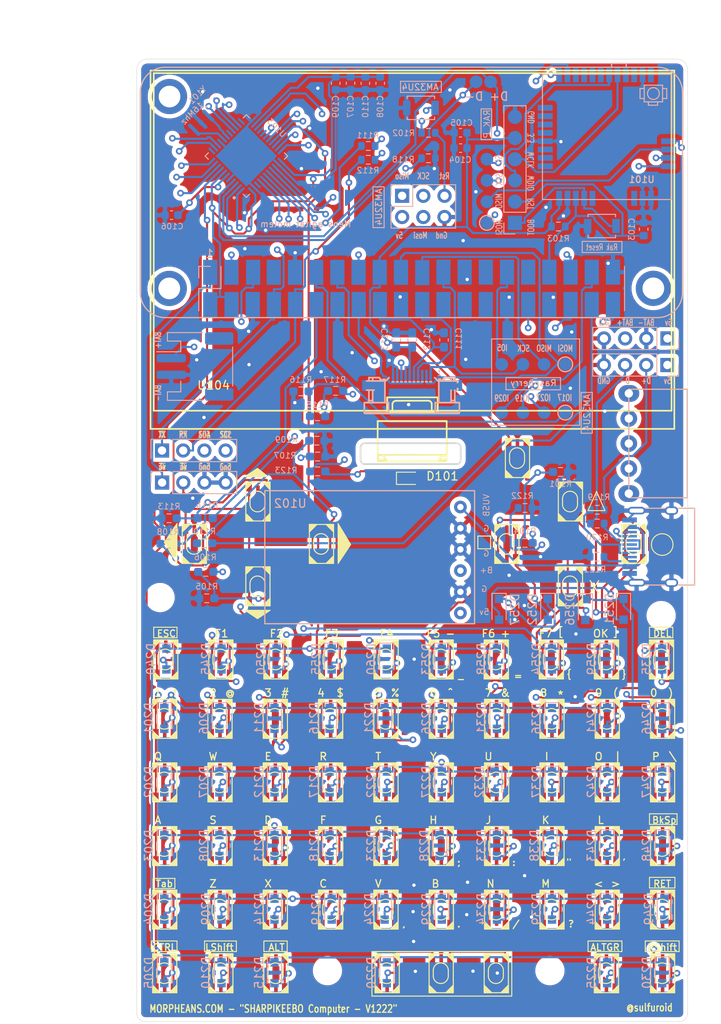
<source format=kicad_pcb>
(kicad_pcb (version 20171130) (host pcbnew "(5.1.12)-1")
  (title_block (title "Sharîkeebo V1222") (company Morpheans) (comment 1 "SHARP MEMORY DISPLAY - RPI 0 2W - QMK Kb - V1222"))
  (layers (0 F.Cu signal) (1 In1.Cu signal) (2 In2.Cu signal) (31 B.Cu signal) (34 B.Paste user) (35 F.Paste user) (36 B.SilkS user) (37 F.SilkS user) (38 B.Mask user) (39 F.Mask user) (44 Edge.Cuts user))
  (net 0 "")
  (net 1 /DISPON)
  (net 2 GND)
  (net 3 +3V3)
  (net 4 /SDA)
  (net 5 /SCL)
  (net 6 /TXD)
  (net 7 /RXD)
  (net 8 /BUT1)
  (net 9 /CS)
  (net 10 /EXTCOMIN)
  (net 11 /BUT2)
  (net 12 /BUT3)
  (net 13 /BUT4)
  (net 14 /BUT5)
  (net 15 /EXTMODE)
  (net 16 XTAL1)
  (net 17 XTAL2)
  (net 18 5volts)
  (net 19 UCAP)
  (net 20 ROW0)
  (net 21 ROW1)
  (net 22 ROW2)
  (net 23 ROW3)
  (net 24 ROW4)
  (net 25 COL0)
  (net 26 COL1)
  (net 27 COL2)
  (net 28 COL3)
  (net 29 COL4)
  (net 30 COL5)
  (net 31 COL6)
  (net 32 COL7)
  (net 33 COL8)
  (net 34 COL9)
  (net 35 COL10)
  (net 36 COL11)
  (net 37 D+)
  (net 38 D-)
  (net 39 /BAT+)
  (net 40 /MOSI)
  (net 41 /SCK)
  (net 42 MISOA)
  (net 43 SCKA)
  (net 44 MOSIA)
  (net 45 RESETA)
  (net 46 /VBUS5v)
  (net 47 /RESETR)
  (net 48 "Net-(D201-Pad2)")
  (net 49 "Net-(D202-Pad2)")
  (net 50 "Net-(D203-Pad2)")
  (net 51 "Net-(D204-Pad2)")
  (net 52 "Net-(D205-Pad2)")
  (net 53 "Net-(D206-Pad2)")
  (net 54 "Net-(D207-Pad2)")
  (net 55 "Net-(D208-Pad2)")
  (net 56 "Net-(D209-Pad2)")
  (net 57 "Net-(D210-Pad2)")
  (net 58 "Net-(D211-Pad2)")
  (net 59 "Net-(D212-Pad2)")
  (net 60 "Net-(D213-Pad2)")
  (net 61 "Net-(D214-Pad2)")
  (net 62 "Net-(D215-Pad2)")
  (net 63 "Net-(D216-Pad2)")
  (net 64 "Net-(D217-Pad2)")
  (net 65 "Net-(D218-Pad2)")
  (net 66 "Net-(D219-Pad2)")
  (net 67 "Net-(D220-Pad2)")
  (net 68 "Net-(D221-Pad2)")
  (net 69 "Net-(D222-Pad2)")
  (net 70 "Net-(D223-Pad2)")
  (net 71 "Net-(D224-Pad2)")
  (net 72 "Net-(D225-Pad2)")
  (net 73 "Net-(D226-Pad2)")
  (net 74 "Net-(D227-Pad2)")
  (net 75 "Net-(D228-Pad2)")
  (net 76 "Net-(D229-Pad2)")
  (net 77 "Net-(D230-Pad2)")
  (net 78 "Net-(D231-Pad2)")
  (net 79 "Net-(D232-Pad2)")
  (net 80 "Net-(D233-Pad2)")
  (net 81 "Net-(D234-Pad2)")
  (net 82 "Net-(D235-Pad2)")
  (net 83 "Net-(D236-Pad2)")
  (net 84 "Net-(D237-Pad2)")
  (net 85 "Net-(D238-Pad2)")
  (net 86 "Net-(D239-Pad2)")
  (net 87 "Net-(D240-Pad2)")
  (net 88 "Net-(D241-Pad2)")
  (net 89 "Net-(D242-Pad2)")
  (net 90 "Net-(D243-Pad2)")
  (net 91 "Net-(D244-Pad2)")
  (net 92 "Net-(D245-Pad2)")
  (net 93 "Net-(D246-Pad2)")
  (net 94 "Net-(D247-Pad2)")
  (net 95 "Net-(D248-Pad2)")
  (net 96 "Net-(D249-Pad2)")
  (net 97 "Net-(D250-Pad2)")
  (net 98 "Net-(D251-Pad2)")
  (net 99 "Net-(D252-Pad2)")
  (net 100 "Net-(D253-Pad2)")
  (net 101 "Net-(D254-Pad2)")
  (net 102 "Net-(D255-Pad2)")
  (net 103 "Net-(D256-Pad2)")
  (net 104 "Net-(D257-Pad2)")
  (net 105 "Net-(D258-Pad2)")
  (net 106 "Net-(D259-Pad2)")
  (net 107 "Net-(D260-Pad2)")
  (net 108 /BOOTR)
  (net 109 /SWDIO)
  (net 110 /SWCLK)
  (net 111 "Net-(J102-Pad1)")
  (net 112 "Net-(J102-Pad2)")
  (net 113 "Net-(J102-Pad3)")
  (net 114 "Net-(J102-Pad4)")
  (net 115 "Net-(J105-Pad1)")
  (net 116 "Net-(J111-PadA7)")
  (net 117 "Net-(J111-PadA6)")
  (net 118 "Net-(J111-PadB5)")
  (net 119 "Net-(J111-PadA5)")
  (net 120 "Net-(R101-Pad1)")
  (net 121 "Net-(R105-Pad1)")
  (net 122 "Net-(R107-Pad1)")
  (net 123 "Net-(R109-Pad1)")
  (net 124 "Net-(R111-Pad2)")
  (net 125 "Net-(R112-Pad2)")
  (net 126 "Net-(R113-Pad1)")
  (net 127 "Net-(R118-Pad2)")
  (net 128 /I17)
  (net 129 /I27)
  (net 130 /VIOLED)
  (net 131 /MISO)
  (net 132 /I5)
  (net 133 /I19)
  (net 134 /I29)
  (net 135 "Net-(D101-Pad2)")
  (module 27sharp:Raspberry_Pi_Zero_FLIPPED (layer B.Cu) (at 149.016 49.2355)
    (fp_text reference J110 hide)
    (fp_text value RPI_Connector-ML_RPi_GPIO hide)
    (fp_text user 1 (at 8.3185 22.352) (layer B.SilkS) (effects (justify mirror)))
    (fp_text user D+ (at 43 3.5) (layer B.SilkS) (effects (justify mirror)))
    (fp_text user D- (at 40 3.5) (layer B.SilkS) (effects (justify mirror)))
    (pad 1 smd rect (at 8.382 24.5745 270) (size 3 1.7) (layers B.Cu B.Paste B.Mask) (net 3 +3V3))
    (pad 2 smd rect (at 8.382 28.448 270) (size 3 1.7) (layers B.Cu B.Paste B.Mask) (net 18 5volts))
    (pad 3 smd rect (at 10.922 24.5745 270) (size 3 1.7) (layers B.Cu B.Paste B.Mask) (net 4 /SDA))
    (pad 4 smd rect (at 10.94 28.425 270) (size 3 1.7) (layers B.Cu B.Paste B.Mask) (net 18 5volts))
    (pad 5 smd rect (at 13.5255 24.5745 270) (size 3 1.7) (layers B.Cu B.Paste B.Mask) (net 5 /SCL))
    (pad 6 smd rect (at 13.48 28.425 270) (size 3 1.7) (layers B.Cu B.Paste B.Mask) (net 2 GND))
    (pad 7 smd rect (at 16.002 24.5745 270) (size 3 1.7) (layers B.Cu B.Paste B.Mask))
    (pad 8 smd rect (at 16.02 28.425 270) (size 3 1.7) (layers B.Cu B.Paste B.Mask) (net 6 /TXD))
    (pad 9 smd rect (at 18.542 24.5745 270) (size 3 1.7) (layers B.Cu B.Paste B.Mask) (net 2 GND))
    (pad 10 smd rect (at 18.56 28.425 270) (size 3 1.7) (layers B.Cu B.Paste B.Mask) (net 7 /RXD))
    (pad 11 smd rect (at 21.082 24.5745 270) (size 3 1.7) (layers B.Cu B.Paste B.Mask) (net 128 /I17))
    (pad 12 smd rect (at 21.1 28.425 270) (size 3 1.7) (layers B.Cu B.Paste B.Mask) (net 8 /BUT1))
    (pad 13 smd rect (at 23.622 24.5745 270) (size 3 1.7) (layers B.Cu B.Paste B.Mask) (net 129 /I27))
    (pad 14 smd rect (at 23.64 28.425 270) (size 3 1.7) (layers B.Cu B.Paste B.Mask) (net 2 GND))
    (pad 15 smd rect (at 26.162 24.5745 270) (size 3 1.7) (layers B.Cu B.Paste B.Mask) (net 130 /VIOLED))
    (pad 16 smd rect (at 26.18 28.425 270) (size 3 1.7) (layers B.Cu B.Paste B.Mask) (net 9 /CS))
    (pad 17 smd rect (at 28.702 24.5745 270) (size 3 1.7) (layers B.Cu B.Paste B.Mask) (net 3 +3V3))
    (pad 18 smd rect (at 28.72 28.425 270) (size 3 1.7) (layers B.Cu B.Paste B.Mask) (net 1 /DISPON))
    (pad 19 smd rect (at 31.242 24.5745 270) (size 3 1.7) (layers B.Cu B.Paste B.Mask) (net 40 /MOSI))
    (pad 20 smd rect (at 31.26 28.425 270) (size 3 1.7) (layers B.Cu B.Paste B.Mask) (net 2 GND))
    (pad 21 smd rect (at 33.8 24.615 270) (size 3 1.7) (layers B.Cu B.Paste B.Mask) (net 131 /MISO))
    (pad 22 smd rect (at 33.8 28.425 270) (size 3 1.7) (layers B.Cu B.Paste B.Mask) (net 10 /EXTCOMIN))
    (pad 23 smd rect (at 36.34 24.5515 270) (size 3 1.7) (layers B.Cu B.Paste B.Mask) (net 41 /SCK))
    (pad 24 smd rect (at 36.34 28.425 270) (size 3 1.7) (layers B.Cu B.Paste B.Mask))
    (pad 25 smd rect (at 38.88 24.5515 270) (size 3 1.7) (layers B.Cu B.Paste B.Mask) (net 2 GND))
    (pad 26 smd rect (at 38.88 28.425 270) (size 3 1.7) (layers B.Cu B.Paste B.Mask))
    (pad 27 smd rect (at 41.42 24.5515 270) (size 3 1.7) (layers B.Cu B.Paste B.Mask))
    (pad 28 smd rect (at 41.42 28.425 270) (size 3 1.7) (layers B.Cu B.Paste B.Mask))
    (pad 29 smd rect (at 43.96 24.5515 270) (size 3 1.7) (layers B.Cu B.Paste B.Mask) (net 132 /I5))
    (pad 30 smd rect (at 43.96 28.425 270) (size 3 1.7) (layers B.Cu B.Paste B.Mask) (net 2 GND))
    (pad 31 smd rect (at 46.5 24.5515 270) (size 3 1.7) (layers B.Cu B.Paste B.Mask))
    (pad 32 smd rect (at 46.5 28.425 270) (size 3 1.7) (layers B.Cu B.Paste B.Mask) (net 11 /BUT2))
    (pad 33 smd rect (at 49.04 24.5515 270) (size 3 1.7) (layers B.Cu B.Paste B.Mask) (net 47 /RESETR))
    (pad 34 smd rect (at 49.04 28.425 270) (size 3 1.7) (layers B.Cu B.Paste B.Mask) (net 2 GND))
    (pad 35 smd rect (at 51.58 24.5515 270) (size 3 1.7) (layers B.Cu B.Paste B.Mask) (net 133 /I19))
    (pad 36 smd rect (at 51.58 28.425 270) (size 3 1.7) (layers B.Cu B.Paste B.Mask) (net 12 /BUT3))
    (pad 37 smd rect (at 54.12 24.5515 270) (size 3 1.7) (layers B.Cu B.Paste B.Mask) (net 134 /I29))
    (pad 38 smd rect (at 54.12 28.425 270) (size 3 1.7) (layers B.Cu B.Paste B.Mask) (net 13 /BUT4))
    (pad 39 smd rect (at 56.66 24.5515 270) (size 3 1.7) (layers B.Cu B.Paste B.Mask) (net 2 GND))
    (pad 40 smd rect (at 56.66 28.425 270) (size 3 1.7) (layers B.Cu B.Paste B.Mask) (net 14 /BUT5))
    (pad 41 smd circle (at 40.25 1.75) (size 1.524 1.524) (layers B.Cu B.Paste B.Mask) (net 37 D+))
    (pad 42 smd circle (at 42 1.75) (size 1.524 1.524) (layers B.Cu B.Paste B.Mask) (net 38 D-))
  )
  (module 27sharp:Crystal16 (layer B.Cu) (at 157.162 55.0418 225)
    (fp_text reference Y101 (at -0.848033 2.661762 225) (layer B.SilkS) (effects (font (size 0.7 0.7) (thickness 0.1)) (justify mirror)))
    (fp_text value Resonator_Small)
    (fp_text user . (at -0.5588 1.3462 45) (layer B.SilkS) (effects (justify mirror)))
    (pad 1 smd oval (at 0 0 225) (size 0.449 1.9) (layers B.Cu B.Paste B.Mask) (net 16 XTAL1))
    (pad 2 smd oval (at 1.1938 0 225) (size 0.449 1.9) (layers B.Cu B.Paste B.Mask) (net 2 GND))
    (pad 3 smd oval (at 2.3876 0 225) (size 0.449 1.9) (layers B.Cu B.Paste B.Mask) (net 17 XTAL2))
  )
  (module MemoryBrakout:SHARP27LCD (layer F.Cu) (at 154.401 92.7336)
    (fp_text reference U104 (at 3.4036 -5.3848) (layer F.SilkS))
    (fp_text value DisplaySharp)
    (fp_line (start 21.52 4.0541) (end 32.52 4.0541) (layer Edge.Cuts) (width 0.2))
    (fp_line (start 21.02 3.5541) (end 21.02 2.0541) (layer Edge.Cuts) (width 0.2))
    (fp_line (start 21.52 1.5541) (end 32.52 1.5541) (layer Edge.Cuts) (width 0.2))
    (fp_line (start 33.02 3.5541) (end 33.02 2.0541) (layer Edge.Cuts) (width 0.2))
    (fp_text user 1 (at 30.4927 -6.8707) (layer B.SilkS) (effects (font (size 0.7 0.7) (thickness 0.08))))
    (fp_arc (start 32.52 3.5541) (end 32.52 4.0541) (angle -90) (layer Edge.Cuts) (width 0.2))
    (fp_arc (start 21.52 3.5541) (end 21.02 3.5541) (angle -90) (layer Edge.Cuts) (width 0.2))
    (fp_arc (start 21.52 2.0541) (end 21.52 1.5541) (angle -90) (layer Edge.Cuts) (width 0.2))
    (fp_arc (start 32.52 2.0541) (end 33.02 2.0541) (angle -90) (layer Edge.Cuts) (width 0.2))
    (pad 8 smd rect (at 25.9153 -6.5998) (size 0.3 1.3) (layers B.Cu B.Paste B.Mask) (net 15 /EXTMODE))
    (pad 1 smd rect (at 29.4153 -6.5998) (size 0.3 1.3) (layers B.Cu B.Paste B.Mask) (net 41 /SCK))
    (pad 7 smd rect (at 26.4153 -6.5998) (size 0.3 1.3) (layers B.Cu B.Paste B.Mask) (net 3 +3V3))
    (pad 5 smd rect (at 27.4153 -6.5998) (size 0.3 1.3) (layers B.Cu B.Paste B.Mask) (net 1 /DISPON))
    (pad 9 smd rect (at 25.4153 -6.5998) (size 0.3 1.3) (layers B.Cu B.Paste B.Mask) (net 2 GND))
    (pad 10 smd rect (at 24.9153 -6.5998) (size 0.3 1.3) (layers B.Cu B.Paste B.Mask) (net 2 GND))
    (pad 3 smd rect (at 28.4153 -6.5998) (size 0.3 1.3) (layers B.Cu B.Paste B.Mask) (net 9 /CS))
    (pad 2 smd rect (at 28.9153 -6.5998) (size 0.3 1.3) (layers B.Cu B.Paste B.Mask) (net 40 /MOSI))
    (pad 4 smd rect (at 27.9153 -6.5998) (size 0.3 1.3) (layers B.Cu B.Paste B.Mask) (net 10 /EXTCOMIN))
    (pad 6 smd rect (at 26.9153 -6.5998) (size 0.3 1.3) (layers B.Cu B.Paste B.Mask) (net 3 +3V3))
    (pad 11 smd rect (at 22.5552 -5.3594) (size 2.7 1.3) (layers B.Cu B.Paste B.Mask))
    (pad 11 smd rect (at 23.2029 -4.4958 90) (size 2.2 1.3) (layers B.Cu B.Paste B.Mask))
    (pad 11 smd rect (at 31.8516 -5.3594) (size 2.7 1.3) (layers B.Cu B.Paste B.Mask))
    (pad 11 smd rect (at 31.1785 -4.4958 90) (size 2.2 1.3) (layers B.Cu B.Paste B.Mask))
  )
  (module MountingHole:MountingHole_2.5mm (layer F.Cu) (at 211.455 114.935)
    (fp_text reference H104 hide)
    (fp_text value MountingHole)
    (pad 1 np_thru_hole circle (at 0 0) (size 2.5 2.5) (drill 2.5) (layers *.Cu *.Mask))
  )
  (module Capacitor_SMD:C_0603_1608Metric_Pad1.08x0.95mm_HandSolder (layer B.Cu) (at 185.42 81.915 90)
    (fp_text reference C111 (at 0.127 1.778 90) (layer B.SilkS) (effects (font (size 0.7 0.7) (thickness 0.1)) (justify mirror)))
    (fp_text value 100nF)
    (pad 1 smd roundrect (at -0.8625 0 90) (size 1.075 0.95) (layers B.Cu B.Paste B.Mask) (net 1 /DISPON))
    (pad 2 smd roundrect (at 0.8625 0 90) (size 1.075 0.95) (layers B.Cu B.Paste B.Mask) (net 2 GND))
  )
  (module Capacitor_SMD:C_0603_1608Metric_Pad1.08x0.95mm_HandSolder (layer B.Cu) (at 181.61 81.915 90)
    (fp_text reference C112 (at 0.1005 1.778 90) (layer B.SilkS) (effects (font (size 0.7 0.7) (thickness 0.1)) (justify mirror)))
    (fp_text value 100nF)
    (pad 2 smd roundrect (at 0.8625 0 90) (size 1.075 0.95) (layers B.Cu B.Paste B.Mask) (net 2 GND))
    (pad 1 smd roundrect (at -0.8625 0 90) (size 1.075 0.95) (layers B.Cu B.Paste B.Mask) (net 3 +3V3))
  )
  (module Capacitor_SMD:C_0603_1608Metric_Pad1.08x0.95mm_HandSolder (layer B.Cu) (at 179.705 81.915 90)
    (fp_text reference C113 (at 0.1005 -1.397 90) (layer B.SilkS) (effects (font (size 0.7 0.7) (thickness 0.1)) (justify mirror)))
    (fp_text value 1uF)
    (pad 1 smd roundrect (at -0.8625 0 90) (size 1.075 0.95) (layers B.Cu B.Paste B.Mask) (net 3 +3V3))
    (pad 2 smd roundrect (at 0.8625 0 90) (size 1.075 0.95) (layers B.Cu B.Paste B.Mask) (net 2 GND))
  )
  (module Connector_PinHeader_2.54mm:PinHeader_1x04_P2.54mm_Vertical (layer B.Cu) (at 151.618 95.161 270)
    (fp_text reference J108 hide)
    (fp_text value uart)
    (pad 4 thru_hole oval (at 0 -7.62 270) (size 1.7 1.7) (drill 1) (layers *.Cu *.Mask) (net 5 /SCL))
    (pad 3 thru_hole oval (at 0 -5.08 270) (size 1.7 1.7) (drill 1) (layers *.Cu *.Mask) (net 4 /SDA))
    (pad 2 thru_hole oval (at 0 -2.54 270) (size 1.7 1.7) (drill 1) (layers *.Cu *.Mask) (net 7 /RXD))
    (pad 1 thru_hole rect (at 0 0 270) (size 1.7 1.7) (drill 1) (layers *.Cu *.Mask) (net 6 /TXD))
  )
  (module Connector_PinHeader_2.54mm:PinHeader_1x04_P2.54mm_Vertical (layer B.Cu) (at 151.63 99 270)
    (fp_text reference J106 hide)
    (fp_text value 3Vsource)
    (pad 1 thru_hole rect (at 0 0 270) (size 1.7 1.7) (drill 1) (layers *.Cu *.Mask) (net 3 +3V3))
    (pad 2 thru_hole oval (at 0 -2.54 270) (size 1.7 1.7) (drill 1) (layers *.Cu *.Mask) (net 3 +3V3))
    (pad 3 thru_hole oval (at 0 -5.08 270) (size 1.7 1.7) (drill 1) (layers *.Cu *.Mask) (net 2 GND))
    (pad 4 thru_hole oval (at 0 -7.62 270) (size 1.7 1.7) (drill 1) (layers *.Cu *.Mask) (net 2 GND))
  )
  (module Resistor_SMD:R_0603_1608Metric_Pad0.98x0.95mm_HandSolder (layer B.Cu) (at 172.426 88.011 180)
    (fp_text reference R117 (at 0.0997 1.3208) (layer B.SilkS) (effects (font (size 0.7 0.7) (thickness 0.1)) (justify mirror)))
    (fp_text value 0R)
    (pad 2 smd roundrect (at 0.9125 0 180) (size 0.975 0.95) (layers B.Cu B.Paste B.Mask) (net 3 +3V3))
    (pad 1 smd roundrect (at -0.9125 0 180) (size 0.975 0.95) (layers B.Cu B.Paste B.Mask) (net 15 /EXTMODE))
  )
  (module Resistor_SMD:R_0603_1608Metric_Pad0.98x0.95mm_HandSolder (layer B.Cu) (at 199.39 97.7265)
    (fp_text reference R101 (at 0 1.43 180) (layer B.SilkS) (effects (font (size 0.7 0.7) (thickness 0.1)) (justify mirror)))
    (fp_text value 10k)
    (pad 1 smd roundrect (at -0.9125 0) (size 0.975 0.95) (layers B.Cu B.Paste B.Mask) (net 120 "Net-(R101-Pad1)"))
    (pad 2 smd roundrect (at 0.9125 0) (size 0.975 0.95) (layers B.Cu B.Paste B.Mask) (net 2 GND))
  )
  (module Resistor_SMD:R_0603_1608Metric_Pad0.98x0.95mm_HandSolder (layer B.Cu) (at 195.136 106.236 180)
    (fp_text reference R104 (at 0 1.43 180) (layer B.SilkS) (effects (font (size 0.7 0.7) (thickness 0.1)) (justify mirror)))
    (fp_text value 1k)
    (pad 1 smd roundrect (at -0.9125 0 180) (size 0.975 0.95) (layers B.Cu B.Paste B.Mask) (net 11 /BUT2))
    (pad 2 smd roundrect (at 0.9125 0 180) (size 0.975 0.95) (layers B.Cu B.Paste B.Mask) (net 120 "Net-(R101-Pad1)"))
  )
  (module Resistor_SMD:R_0603_1608Metric_Pad0.98x0.95mm_HandSolder (layer B.Cu) (at 170.284 95.885)
    (fp_text reference R107 (at -3.914 -0.127) (layer B.SilkS) (effects (font (size 0.7 0.7) (thickness 0.1)) (justify mirror)))
    (fp_text value 10k)
    (pad 2 smd roundrect (at 0.9125 0) (size 0.975 0.95) (layers B.Cu B.Paste B.Mask) (net 2 GND))
    (pad 1 smd roundrect (at -0.9125 0) (size 0.975 0.95) (layers B.Cu B.Paste B.Mask) (net 122 "Net-(R107-Pad1)"))
  )
  (module Resistor_SMD:R_0603_1608Metric_Pad0.98x0.95mm_HandSolder (layer B.Cu) (at 152.34 106.331 180)
    (fp_text reference R108 (at 0 1.43) (layer B.SilkS) (effects (font (size 0.7 0.7) (thickness 0.1)) (justify mirror)))
    (fp_text value 1k)
    (pad 1 smd roundrect (at -0.9125 0 180) (size 0.975 0.95) (layers B.Cu B.Paste B.Mask) (net 8 /BUT1))
    (pad 2 smd roundrect (at 0.9125 0 180) (size 0.975 0.95) (layers B.Cu B.Paste B.Mask) (net 122 "Net-(R107-Pad1)"))
  )
  (module Resistor_SMD:R_0603_1608Metric_Pad0.98x0.95mm_HandSolder (layer B.Cu) (at 170.267 91.059 180)
    (fp_text reference R115 (at -0.0146 1.3589) (layer B.SilkS) (effects (font (size 0.7 0.7) (thickness 0.1)) (justify mirror)))
    (fp_text value 10k)
    (pad 2 smd roundrect (at 0.9125 0 180) (size 0.975 0.95) (layers B.Cu B.Paste B.Mask) (net 15 /EXTMODE))
    (pad 1 smd roundrect (at -0.9125 0 180) (size 0.975 0.95) (layers B.Cu B.Paste B.Mask) (net 3 +3V3))
  )
  (module Resistor_SMD:R_0603_1608Metric_Pad0.98x0.95mm_HandSolder (layer B.Cu) (at 168.275 88.0745 180)
    (fp_text reference R116 (at 0.0127 1.397) (layer B.SilkS) (effects (font (size 0.7 0.7) (thickness 0.1)) (justify mirror)))
    (fp_text value 10k)
    (pad 1 smd roundrect (at -0.9125 0 180) (size 0.975 0.95) (layers B.Cu B.Paste B.Mask) (net 15 /EXTMODE))
    (pad 2 smd roundrect (at 0.9125 0 180) (size 0.975 0.95) (layers B.Cu B.Paste B.Mask) (net 2 GND))
  )
  (module Resistor_SMD:R_0603_1608Metric_Pad0.98x0.95mm_HandSolder (layer B.Cu) (at 156.976 112.872 180)
    (fp_text reference R105 (at 0 1.43) (layer B.SilkS) (effects (font (size 0.7 0.7) (thickness 0.1)) (justify mirror)))
    (fp_text value 10k)
    (pad 1 smd roundrect (at -0.9125 0 180) (size 0.975 0.95) (layers B.Cu B.Paste B.Mask) (net 121 "Net-(R105-Pad1)"))
    (pad 2 smd roundrect (at 0.9125 0 180) (size 0.975 0.95) (layers B.Cu B.Paste B.Mask) (net 2 GND))
  )
  (module Resistor_SMD:R_0603_1608Metric_Pad0.98x0.95mm_HandSolder (layer B.Cu) (at 156.865 109.696 180)
    (fp_text reference R106 (at 0.052 1.753) (layer B.SilkS) (effects (font (size 0.7 0.7) (thickness 0.1)) (justify mirror)))
    (fp_text value 1k)
    (pad 2 smd roundrect (at 0.9125 0 180) (size 0.975 0.95) (layers B.Cu B.Paste B.Mask) (net 121 "Net-(R105-Pad1)"))
    (pad 1 smd roundrect (at -0.9125 0 180) (size 0.975 0.95) (layers B.Cu B.Paste B.Mask) (net 12 /BUT3))
  )
  (module Resistor_SMD:R_0603_1608Metric_Pad0.98x0.95mm_HandSolder (layer B.Cu) (at 170.18 93.98)
    (fp_text reference R109 (at -3.66 -0.127) (layer B.SilkS) (effects (font (size 0.7 0.7) (thickness 0.1)) (justify mirror)))
    (fp_text value 10k)
    (pad 1 smd roundrect (at -0.9125 0) (size 0.975 0.95) (layers B.Cu B.Paste B.Mask) (net 123 "Net-(R109-Pad1)"))
    (pad 2 smd roundrect (at 0.9125 0) (size 0.975 0.95) (layers B.Cu B.Paste B.Mask) (net 2 GND))
  )
  (module Resistor_SMD:R_0603_1608Metric_Pad0.98x0.95mm_HandSolder (layer B.Cu) (at 152.467 103.283 180)
    (fp_text reference R113 (at 0 1.43) (layer B.SilkS) (effects (font (size 0.7 0.7) (thickness 0.1)) (justify mirror)))
    (fp_text value 10k)
    (pad 1 smd roundrect (at -0.9125 0 180) (size 0.975 0.95) (layers B.Cu B.Paste B.Mask) (net 126 "Net-(R113-Pad1)"))
    (pad 2 smd roundrect (at 0.9125 0 180) (size 0.975 0.95) (layers B.Cu B.Paste B.Mask) (net 2 GND))
  )
  (module Resistor_SMD:R_0603_1608Metric_Pad0.98x0.95mm_HandSolder (layer B.Cu) (at 156.722 106.268 180)
    (fp_text reference R110 (at 0 1.43 180) (layer B.SilkS) (effects (font (size 0.7 0.7) (thickness 0.1)) (justify mirror)))
    (fp_text value 1k)
    (pad 2 smd roundrect (at 0.9125 0 180) (size 0.975 0.95) (layers B.Cu B.Paste B.Mask) (net 123 "Net-(R109-Pad1)"))
    (pad 1 smd roundrect (at -0.9125 0 180) (size 0.975 0.95) (layers B.Cu B.Paste B.Mask) (net 13 /BUT4))
  )
  (module Resistor_SMD:R_0603_1608Metric_Pad0.98x0.95mm_HandSolder (layer B.Cu) (at 156.785 103.283 180)
    (fp_text reference R114 (at -0.2305 1.524) (layer B.SilkS) (effects (font (size 0.7 0.7) (thickness 0.1)) (justify mirror)))
    (fp_text value 1k)
    (pad 2 smd roundrect (at 0.9125 0 180) (size 0.975 0.95) (layers B.Cu B.Paste B.Mask) (net 126 "Net-(R113-Pad1)"))
    (pad 1 smd roundrect (at -0.9125 0 180) (size 0.975 0.95) (layers B.Cu B.Paste B.Mask) (net 14 /BUT5))
  )
  (module MountingHole:MountingHole_2.5mm (layer F.Cu) (at 151.384 112.776)
    (fp_text reference H103 hide)
    (fp_text value MountingHole hide)
    (pad 1 np_thru_hole circle (at 0 0) (size 2.5 2.5) (drill 2.5) (layers *.Cu *.Mask))
  )
  (module Capacitor_SMD:C_0603_1608Metric (layer B.Cu) (at 174.219 51.1556 90)
    (fp_text reference C107 (at -2.794 0 90) (layer B.SilkS) (effects (font (size 0.7 0.7) (thickness 0.1)) (justify mirror)))
    (fp_text value 10uF)
    (pad 2 smd roundrect (at 0.775 0 90) (size 0.9 0.95) (layers B.Cu B.Paste B.Mask) (net 18 5volts))
    (pad 1 smd roundrect (at -0.775 0 90) (size 0.9 0.95) (layers B.Cu B.Paste B.Mask) (net 2 GND))
  )
  (module Capacitor_SMD:C_0603_1608Metric (layer B.Cu) (at 177.775 51.1686 90)
    (fp_text reference C108 (at -2.781 0 90) (layer B.SilkS) (effects (font (size 0.7 0.7) (thickness 0.1)) (justify mirror)))
    (fp_text value 0.1uF)
    (pad 1 smd roundrect (at -0.775 0 90) (size 0.9 0.95) (layers B.Cu B.Paste B.Mask) (net 2 GND))
    (pad 2 smd roundrect (at 0.775 0 90) (size 0.9 0.95) (layers B.Cu B.Paste B.Mask) (net 18 5volts))
  )
  (module Capacitor_SMD:C_0603_1608Metric (layer B.Cu) (at 152.756 66.9544)
    (fp_text reference C106 (at 0.0758 1.3462) (layer B.SilkS) (effects (font (size 0.7 0.7) (thickness 0.1)) (justify mirror)))
    (fp_text value 1uF)
    (pad 1 smd roundrect (at -0.775 0) (size 0.9 0.95) (layers B.Cu B.Paste B.Mask) (net 2 GND))
    (pad 2 smd roundrect (at 0.775 0) (size 0.9 0.95) (layers B.Cu B.Paste B.Mask) (net 19 UCAP))
  )
  (module Capacitor_SMD:C_0603_1608Metric (layer B.Cu) (at 172.441 51.1686 90)
    (fp_text reference C109 (at -2.781 0 90) (layer B.SilkS) (effects (font (size 0.7 0.7) (thickness 0.1)) (justify mirror)))
    (fp_text value 0.1uF)
    (pad 1 smd roundrect (at -0.775 0 90) (size 0.9 0.95) (layers B.Cu B.Paste B.Mask) (net 2 GND))
    (pad 2 smd roundrect (at 0.775 0 90) (size 0.9 0.95) (layers B.Cu B.Paste B.Mask) (net 18 5volts))
  )
  (module Capacitor_SMD:C_0603_1608Metric (layer B.Cu) (at 175.997 51.1686 90)
    (fp_text reference C110 (at -2.781 0 90) (layer B.SilkS) (effects (font (size 0.7 0.7) (thickness 0.1)) (justify mirror)))
    (fp_text value 0.1uF)
    (pad 1 smd roundrect (at -0.775 0 90) (size 0.9 0.95) (layers B.Cu B.Paste B.Mask) (net 2 GND))
    (pad 2 smd roundrect (at 0.775 0 90) (size 0.9 0.95) (layers B.Cu B.Paste B.Mask) (net 18 5volts))
  )
  (module Diode_SMD:D_SOD-323_HandSoldering (layer B.Cu) (at 151.892 127.254 270)
    (fp_text reference D201 (at 0 1.85 270) (layer B.SilkS) (effects (justify mirror)))
    (fp_text value 1N4148)
    (pad 1 smd rect (at -1.25 0 270) (size 1 1) (layers B.Cu B.Paste B.Mask) (net 20 ROW0))
    (pad 2 smd rect (at 1.25 0 270) (size 1 1) (layers B.Cu B.Paste B.Mask) (net 48 "Net-(D201-Pad2)"))
  )
  (module Diode_SMD:D_SOD-323_HandSoldering (layer B.Cu) (at 158.496 127.254 270)
    (fp_text reference D206 (at 0 1.85 270) (layer B.SilkS) (effects (justify mirror)))
    (fp_text value 1N4148)
    (pad 1 smd rect (at -1.25 0 270) (size 1 1) (layers B.Cu B.Paste B.Mask) (net 20 ROW0))
    (pad 2 smd rect (at 1.25 0 270) (size 1 1) (layers B.Cu B.Paste B.Mask) (net 53 "Net-(D206-Pad2)"))
  )
  (module Diode_SMD:D_SOD-323_HandSoldering (layer B.Cu) (at 165.1 127.254 270)
    (fp_text reference D211 (at 0 1.85 270) (layer B.SilkS) (effects (justify mirror)))
    (fp_text value 1N4148)
    (pad 2 smd rect (at 1.25 0 270) (size 1 1) (layers B.Cu B.Paste B.Mask) (net 58 "Net-(D211-Pad2)"))
    (pad 1 smd rect (at -1.25 0 270) (size 1 1) (layers B.Cu B.Paste B.Mask) (net 20 ROW0))
  )
  (module Diode_SMD:D_SOD-323_HandSoldering (layer B.Cu) (at 171.704 127.254 270)
    (fp_text reference D216 (at 0 1.85 270) (layer B.SilkS) (effects (justify mirror)))
    (fp_text value 1N4148)
    (pad 1 smd rect (at -1.25 0 270) (size 1 1) (layers B.Cu B.Paste B.Mask) (net 20 ROW0))
    (pad 2 smd rect (at 1.25 0 270) (size 1 1) (layers B.Cu B.Paste B.Mask) (net 63 "Net-(D216-Pad2)"))
  )
  (module Diode_SMD:D_SOD-323_HandSoldering (layer B.Cu) (at 178.308 127.254 270)
    (fp_text reference D221 (at 0 1.85 270) (layer B.SilkS) (effects (justify mirror)))
    (fp_text value 1N4148)
    (pad 2 smd rect (at 1.25 0 270) (size 1 1) (layers B.Cu B.Paste B.Mask) (net 68 "Net-(D221-Pad2)"))
    (pad 1 smd rect (at -1.25 0 270) (size 1 1) (layers B.Cu B.Paste B.Mask) (net 20 ROW0))
  )
  (module Diode_SMD:D_SOD-323_HandSoldering (layer B.Cu) (at 185.166 127.254 270)
    (fp_text reference D226 (at 0 1.85 270) (layer B.SilkS) (effects (justify mirror)))
    (fp_text value 1N4148)
    (pad 1 smd rect (at -1.25 0 270) (size 1 1) (layers B.Cu B.Paste B.Mask) (net 20 ROW0))
    (pad 2 smd rect (at 1.25 0 270) (size 1 1) (layers B.Cu B.Paste B.Mask) (net 73 "Net-(D226-Pad2)"))
  )
  (module Diode_SMD:D_SOD-323_HandSoldering (layer B.Cu) (at 191.77 127.254 270)
    (fp_text reference D231 (at 0 1.85 270) (layer B.SilkS) (effects (justify mirror)))
    (fp_text value 1N4148)
    (pad 2 smd rect (at 1.25 0 270) (size 1 1) (layers B.Cu B.Paste B.Mask) (net 78 "Net-(D231-Pad2)"))
    (pad 1 smd rect (at -1.25 0 270) (size 1 1) (layers B.Cu B.Paste B.Mask) (net 20 ROW0))
  )
  (module Diode_SMD:D_SOD-323_HandSoldering (layer B.Cu) (at 198.374 127.254 270)
    (fp_text reference D236 (at 0 1.85 270) (layer B.SilkS) (effects (justify mirror)))
    (fp_text value 1N4148)
    (pad 1 smd rect (at -1.25 0 270) (size 1 1) (layers B.Cu B.Paste B.Mask) (net 20 ROW0))
    (pad 2 smd rect (at 1.25 0 270) (size 1 1) (layers B.Cu B.Paste B.Mask) (net 83 "Net-(D236-Pad2)"))
  )
  (module Diode_SMD:D_SOD-323_HandSoldering (layer B.Cu) (at 204.978 127.254 270)
    (fp_text reference D241 (at 0 1.85 270) (layer B.SilkS) (effects (justify mirror)))
    (fp_text value 1N4148)
    (pad 2 smd rect (at 1.25 0 270) (size 1 1) (layers B.Cu B.Paste B.Mask) (net 88 "Net-(D241-Pad2)"))
    (pad 1 smd rect (at -1.25 0 270) (size 1 1) (layers B.Cu B.Paste B.Mask) (net 20 ROW0))
  )
  (module Diode_SMD:D_SOD-323_HandSoldering (layer B.Cu) (at 211.582 127.274 270)
    (fp_text reference D246 (at 0 1.85 270) (layer B.SilkS) (effects (justify mirror)))
    (fp_text value 1N4148)
    (pad 1 smd rect (at -1.25 0 270) (size 1 1) (layers B.Cu B.Paste B.Mask) (net 20 ROW0))
    (pad 2 smd rect (at 1.25 0 270) (size 1 1) (layers B.Cu B.Paste B.Mask) (net 93 "Net-(D246-Pad2)"))
  )
  (module Diode_SMD:D_SOD-323_HandSoldering (layer B.Cu) (at 206.946 114.18 270)
    (fp_text reference D251 (at -0.02 1.6764 270) (layer B.SilkS) (effects (justify mirror)))
    (fp_text value 1N4148)
    (pad 2 smd rect (at 1.25 0 270) (size 1 1) (layers B.Cu B.Paste B.Mask) (net 98 "Net-(D251-Pad2)"))
    (pad 1 smd rect (at -1.25 0 270) (size 1 1) (layers B.Cu B.Paste B.Mask) (net 20 ROW0))
  )
  (module Diode_SMD:D_SOD-323_HandSoldering (layer B.Cu) (at 202.374 114.216 270)
    (fp_text reference D256 (at 0 1.85 270) (layer B.SilkS) (effects (justify mirror)))
    (fp_text value 1N4148)
    (pad 2 smd rect (at 1.25 0 270) (size 1 1) (layers B.Cu B.Paste B.Mask) (net 103 "Net-(D256-Pad2)"))
    (pad 1 smd rect (at -1.25 0 270) (size 1 1) (layers B.Cu B.Paste B.Mask) (net 20 ROW0))
  )
  (module Diode_SMD:D_SOD-323_HandSoldering (layer B.Cu) (at 151.892 134.874 270)
    (fp_text reference D202 (at 0 1.85 270) (layer B.SilkS) (effects (justify mirror)))
    (fp_text value 1N4148)
    (pad 1 smd rect (at -1.25 0 270) (size 1 1) (layers B.Cu B.Paste B.Mask) (net 21 ROW1))
    (pad 2 smd rect (at 1.25 0 270) (size 1 1) (layers B.Cu B.Paste B.Mask) (net 49 "Net-(D202-Pad2)"))
  )
  (module Diode_SMD:D_SOD-323_HandSoldering (layer B.Cu) (at 158.496 134.874 270)
    (fp_text reference D207 (at 0 1.85 270) (layer B.SilkS) (effects (justify mirror)))
    (fp_text value 1N4148)
    (pad 2 smd rect (at 1.25 0 270) (size 1 1) (layers B.Cu B.Paste B.Mask) (net 54 "Net-(D207-Pad2)"))
    (pad 1 smd rect (at -1.25 0 270) (size 1 1) (layers B.Cu B.Paste B.Mask) (net 21 ROW1))
  )
  (module Diode_SMD:D_SOD-323_HandSoldering (layer B.Cu) (at 165.1 134.874 270)
    (fp_text reference D212 (at 0 1.85 270) (layer B.SilkS) (effects (justify mirror)))
    (fp_text value 1N4148)
    (pad 1 smd rect (at -1.25 0 270) (size 1 1) (layers B.Cu B.Paste B.Mask) (net 21 ROW1))
    (pad 2 smd rect (at 1.25 0 270) (size 1 1) (layers B.Cu B.Paste B.Mask) (net 59 "Net-(D212-Pad2)"))
  )
  (module Diode_SMD:D_SOD-323_HandSoldering (layer B.Cu) (at 171.704 134.874 270)
    (fp_text reference D217 (at 0 1.85 270) (layer B.SilkS) (effects (justify mirror)))
    (fp_text value 1N4148)
    (pad 2 smd rect (at 1.25 0 270) (size 1 1) (layers B.Cu B.Paste B.Mask) (net 64 "Net-(D217-Pad2)"))
    (pad 1 smd rect (at -1.25 0 270) (size 1 1) (layers B.Cu B.Paste B.Mask) (net 21 ROW1))
  )
  (module Diode_SMD:D_SOD-323_HandSoldering (layer B.Cu) (at 178.562 134.874 270)
    (fp_text reference D222 (at 0 1.85 270) (layer B.SilkS) (effects (justify mirror)))
    (fp_text value 1N4148)
    (pad 1 smd rect (at -1.25 0 270) (size 1 1) (layers B.Cu B.Paste B.Mask) (net 21 ROW1))
    (pad 2 smd rect (at 1.25 0 270) (size 1 1) (layers B.Cu B.Paste B.Mask) (net 69 "Net-(D222-Pad2)"))
  )
  (module Diode_SMD:D_SOD-323_HandSoldering (layer B.Cu) (at 185.166 134.874 270)
    (fp_text reference D227 (at 0 1.85 270) (layer B.SilkS) (effects (justify mirror)))
    (fp_text value 1N4148)
    (pad 2 smd rect (at 1.25 0 270) (size 1 1) (layers B.Cu B.Paste B.Mask) (net 74 "Net-(D227-Pad2)"))
    (pad 1 smd rect (at -1.25 0 270) (size 1 1) (layers B.Cu B.Paste B.Mask) (net 21 ROW1))
  )
  (module Diode_SMD:D_SOD-323_HandSoldering (layer B.Cu) (at 191.516 134.874 270)
    (fp_text reference D232 (at 0 1.85 270) (layer B.SilkS) (effects (justify mirror)))
    (fp_text value 1N4148)
    (pad 1 smd rect (at -1.25 0 270) (size 1 1) (layers B.Cu B.Paste B.Mask) (net 21 ROW1))
    (pad 2 smd rect (at 1.25 0 270) (size 1 1) (layers B.Cu B.Paste B.Mask) (net 79 "Net-(D232-Pad2)"))
  )
  (module Diode_SMD:D_SOD-323_HandSoldering (layer B.Cu) (at 198.374 134.874 270)
    (fp_text reference D237 (at 0 1.85 270) (layer B.SilkS) (effects (justify mirror)))
    (fp_text value 1N4148)
    (pad 1 smd rect (at -1.25 0 270) (size 1 1) (layers B.Cu B.Paste B.Mask) (net 21 ROW1))
    (pad 2 smd rect (at 1.25 0 270) (size 1 1) (layers B.Cu B.Paste B.Mask) (net 84 "Net-(D237-Pad2)"))
  )
  (module Diode_SMD:D_SOD-323_HandSoldering (layer B.Cu) (at 204.978 134.874 270)
    (fp_text reference D242 (at 0 1.85 270) (layer B.SilkS) (effects (justify mirror)))
    (fp_text value 1N4148)
    (pad 2 smd rect (at 1.25 0 270) (size 1 1) (layers B.Cu B.Paste B.Mask) (net 89 "Net-(D242-Pad2)"))
    (pad 1 smd rect (at -1.25 0 270) (size 1 1) (layers B.Cu B.Paste B.Mask) (net 21 ROW1))
  )
  (module Diode_SMD:D_SOD-323_HandSoldering (layer B.Cu) (at 211.582 134.874 270)
    (fp_text reference D247 (at 0 1.85 270) (layer B.SilkS) (effects (justify mirror)))
    (fp_text value 1N4148)
    (pad 2 smd rect (at 1.25 0 270) (size 1 1) (layers B.Cu B.Paste B.Mask) (net 94 "Net-(D247-Pad2)"))
    (pad 1 smd rect (at -1.25 0 270) (size 1 1) (layers B.Cu B.Paste B.Mask) (net 21 ROW1))
  )
  (module Diode_SMD:D_SOD-323_HandSoldering (layer B.Cu) (at 197.866 114.18 270)
    (fp_text reference D252 (at 0 1.85 270) (layer B.SilkS) (effects (justify mirror)))
    (fp_text value 1N4148)
    (pad 2 smd rect (at 1.25 0 270) (size 1 1) (layers B.Cu B.Paste B.Mask) (net 99 "Net-(D252-Pad2)"))
    (pad 1 smd rect (at -1.25 0 270) (size 1 1) (layers B.Cu B.Paste B.Mask) (net 21 ROW1))
  )
  (module Diode_SMD:D_SOD-323_HandSoldering (layer B.Cu) (at 192.024 114.18 270)
    (fp_text reference D257 (at 0.02 -1.905 270) (layer B.SilkS) (effects (justify mirror)))
    (fp_text value 1N4148)
    (pad 1 smd rect (at -1.25 0 270) (size 1 1) (layers B.Cu B.Paste B.Mask) (net 21 ROW1))
    (pad 2 smd rect (at 1.25 0 270) (size 1 1) (layers B.Cu B.Paste B.Mask) (net 104 "Net-(D257-Pad2)"))
  )
  (module Diode_SMD:D_SOD-323_HandSoldering (layer B.Cu) (at 151.892 142.494 270)
    (fp_text reference D203 (at 0 1.85 270) (layer B.SilkS) (effects (justify mirror)))
    (fp_text value 1N4148)
    (pad 2 smd rect (at 1.25 0 270) (size 1 1) (layers B.Cu B.Paste B.Mask) (net 50 "Net-(D203-Pad2)"))
    (pad 1 smd rect (at -1.25 0 270) (size 1 1) (layers B.Cu B.Paste B.Mask) (net 22 ROW2))
  )
  (module Diode_SMD:D_SOD-323_HandSoldering (layer B.Cu) (at 158.496 142.494 270)
    (fp_text reference D208 (at 0 1.85 270) (layer B.SilkS) (effects (justify mirror)))
    (fp_text value 1N4148)
    (pad 1 smd rect (at -1.25 0 270) (size 1 1) (layers B.Cu B.Paste B.Mask) (net 22 ROW2))
    (pad 2 smd rect (at 1.25 0 270) (size 1 1) (layers B.Cu B.Paste B.Mask) (net 55 "Net-(D208-Pad2)"))
  )
  (module Diode_SMD:D_SOD-323_HandSoldering (layer B.Cu) (at 165.1 142.494 270)
    (fp_text reference D213 (at 0 1.85 270) (layer B.SilkS) (effects (justify mirror)))
    (fp_text value 1N4148)
    (pad 2 smd rect (at 1.25 0 270) (size 1 1) (layers B.Cu B.Paste B.Mask) (net 60 "Net-(D213-Pad2)"))
    (pad 1 smd rect (at -1.25 0 270) (size 1 1) (layers B.Cu B.Paste B.Mask) (net 22 ROW2))
  )
  (module Diode_SMD:D_SOD-323_HandSoldering (layer B.Cu) (at 171.704 142.494 270)
    (fp_text reference D218 (at 0 1.85 270) (layer B.SilkS) (effects (justify mirror)))
    (fp_text value 1N4148)
    (pad 1 smd rect (at -1.25 0 270) (size 1 1) (layers B.Cu B.Paste B.Mask) (net 22 ROW2))
    (pad 2 smd rect (at 1.25 0 270) (size 1 1) (layers B.Cu B.Paste B.Mask) (net 65 "Net-(D218-Pad2)"))
  )
  (module Diode_SMD:D_SOD-323_HandSoldering (layer B.Cu) (at 178.562 142.494 270)
    (fp_text reference D223 (at 0 1.85 270) (layer B.SilkS) (effects (justify mirror)))
    (fp_text value 1N4148)
    (pad 2 smd rect (at 1.25 0 270) (size 1 1) (layers B.Cu B.Paste B.Mask) (net 70 "Net-(D223-Pad2)"))
    (pad 1 smd rect (at -1.25 0 270) (size 1 1) (layers B.Cu B.Paste B.Mask) (net 22 ROW2))
  )
  (module Diode_SMD:D_SOD-323_HandSoldering (layer B.Cu) (at 184.912 142.494 270)
    (fp_text reference D228 (at 0 1.85 270) (layer B.SilkS) (effects (justify mirror)))
    (fp_text value 1N4148)
    (pad 1 smd rect (at -1.25 0 270) (size 1 1) (layers B.Cu B.Paste B.Mask) (net 22 ROW2))
    (pad 2 smd rect (at 1.25 0 270) (size 1 1) (layers B.Cu B.Paste B.Mask) (net 75 "Net-(D228-Pad2)"))
  )
  (module Diode_SMD:D_SOD-323_HandSoldering (layer B.Cu) (at 191.77 142.494 270)
    (fp_text reference D233 (at 0 1.85 270) (layer B.SilkS) (effects (justify mirror)))
    (fp_text value 1N4148)
    (pad 2 smd rect (at 1.25 0 270) (size 1 1) (layers B.Cu B.Paste B.Mask) (net 80 "Net-(D233-Pad2)"))
    (pad 1 smd rect (at -1.25 0 270) (size 1 1) (layers B.Cu B.Paste B.Mask) (net 22 ROW2))
  )
  (module Diode_SMD:D_SOD-323_HandSoldering (layer B.Cu) (at 198.12 142.494 270)
    (fp_text reference D238 (at 0 1.85 270) (layer B.SilkS) (effects (justify mirror)))
    (fp_text value 1N4148)
    (pad 1 smd rect (at -1.25 0 270) (size 1 1) (layers B.Cu B.Paste B.Mask) (net 22 ROW2))
    (pad 2 smd rect (at 1.25 0 270) (size 1 1) (layers B.Cu B.Paste B.Mask) (net 85 "Net-(D238-Pad2)"))
  )
  (module Diode_SMD:D_SOD-323_HandSoldering (layer B.Cu) (at 204.978 142.494 270)
    (fp_text reference D243 (at 0 1.85 270) (layer B.SilkS) (effects (justify mirror)))
    (fp_text value 1N4148)
    (pad 2 smd rect (at 1.25 0 270) (size 1 1) (layers B.Cu B.Paste B.Mask) (net 90 "Net-(D243-Pad2)"))
    (pad 1 smd rect (at -1.25 0 270) (size 1 1) (layers B.Cu B.Paste B.Mask) (net 22 ROW2))
  )
  (module Diode_SMD:D_SOD-323_HandSoldering (layer B.Cu) (at 211.582 142.494 270)
    (fp_text reference D248 (at 0 1.85 270) (layer B.SilkS) (effects (justify mirror)))
    (fp_text value 1N4148)
    (pad 1 smd rect (at -1.25 0 270) (size 1 1) (layers B.Cu B.Paste B.Mask) (net 22 ROW2))
    (pad 2 smd rect (at 1.25 0 270) (size 1 1) (layers B.Cu B.Paste B.Mask) (net 95 "Net-(D248-Pad2)"))
  )
  (module Diode_SMD:D_SOD-323_HandSoldering (layer B.Cu) (at 185.166 120.142 270)
    (fp_text reference D253 (at 0 1.85 270) (layer B.SilkS) (effects (justify mirror)))
    (fp_text value 1N4148)
    (pad 2 smd rect (at 1.25 0 270) (size 1 1) (layers B.Cu B.Paste B.Mask) (net 100 "Net-(D253-Pad2)"))
    (pad 1 smd rect (at -1.25 0 270) (size 1 1) (layers B.Cu B.Paste B.Mask) (net 22 ROW2))
  )
  (module Diode_SMD:D_SOD-323_HandSoldering (layer B.Cu) (at 191.77 120.142 270)
    (fp_text reference D258 (at 0 1.85 270) (layer B.SilkS) (effects (justify mirror)))
    (fp_text value 1N4148)
    (pad 1 smd rect (at -1.25 0 270) (size 1 1) (layers B.Cu B.Paste B.Mask) (net 22 ROW2))
    (pad 2 smd rect (at 1.25 0 270) (size 1 1) (layers B.Cu B.Paste B.Mask) (net 105 "Net-(D258-Pad2)"))
  )
  (module Diode_SMD:D_SOD-323_HandSoldering (layer B.Cu) (at 151.892 150.114 270)
    (fp_text reference D204 (at 0 1.85 270) (layer B.SilkS) (effects (justify mirror)))
    (fp_text value 1N4148)
    (pad 2 smd rect (at 1.25 0 270) (size 1 1) (layers B.Cu B.Paste B.Mask) (net 51 "Net-(D204-Pad2)"))
    (pad 1 smd rect (at -1.25 0 270) (size 1 1) (layers B.Cu B.Paste B.Mask) (net 23 ROW3))
  )
  (module Diode_SMD:D_SOD-323_HandSoldering (layer B.Cu) (at 158.75 150.114 270)
    (fp_text reference D209 (at 0 1.85 270) (layer B.SilkS) (effects (justify mirror)))
    (fp_text value 1N4148)
    (pad 1 smd rect (at -1.25 0 270) (size 1 1) (layers B.Cu B.Paste B.Mask) (net 23 ROW3))
    (pad 2 smd rect (at 1.25 0 270) (size 1 1) (layers B.Cu B.Paste B.Mask) (net 56 "Net-(D209-Pad2)"))
  )
  (module Diode_SMD:D_SOD-323_HandSoldering (layer B.Cu) (at 165.1 150.114 270)
    (fp_text reference D214 (at 0 1.85 270) (layer B.SilkS) (effects (justify mirror)))
    (fp_text value 1N4148)
    (pad 2 smd rect (at 1.25 0 270) (size 1 1) (layers B.Cu B.Paste B.Mask) (net 61 "Net-(D214-Pad2)"))
    (pad 1 smd rect (at -1.25 0 270) (size 1 1) (layers B.Cu B.Paste B.Mask) (net 23 ROW3))
  )
  (module Diode_SMD:D_SOD-323_HandSoldering (layer B.Cu) (at 171.958 150.114 270)
    (fp_text reference D219 (at 0 1.85 270) (layer B.SilkS) (effects (justify mirror)))
    (fp_text value 1N4148)
    (pad 1 smd rect (at -1.25 0 270) (size 1 1) (layers B.Cu B.Paste B.Mask) (net 23 ROW3))
    (pad 2 smd rect (at 1.25 0 270) (size 1 1) (layers B.Cu B.Paste B.Mask) (net 66 "Net-(D219-Pad2)"))
  )
  (module Diode_SMD:D_SOD-323_HandSoldering (layer B.Cu) (at 178.308 150.114 270)
    (fp_text reference D224 (at 0 1.85 270) (layer B.SilkS) (effects (justify mirror)))
    (fp_text value 1N4148)
    (pad 2 smd rect (at 1.25 0 270) (size 1 1) (layers B.Cu B.Paste B.Mask) (net 71 "Net-(D224-Pad2)"))
    (pad 1 smd rect (at -1.25 0 270) (size 1 1) (layers B.Cu B.Paste B.Mask) (net 23 ROW3))
  )
  (module Diode_SMD:D_SOD-323_HandSoldering (layer B.Cu) (at 185.166 150.114 270)
    (fp_text reference D229 (at 0 1.85 270) (layer B.SilkS) (effects (justify mirror)))
    (fp_text value 1N4148)
    (pad 1 smd rect (at -1.25 0 270) (size 1 1) (layers B.Cu B.Paste B.Mask) (net 23 ROW3))
    (pad 2 smd rect (at 1.25 0 270) (size 1 1) (layers B.Cu B.Paste B.Mask) (net 76 "Net-(D229-Pad2)"))
  )
  (module Diode_SMD:D_SOD-323_HandSoldering (layer B.Cu) (at 191.77 150.114 270)
    (fp_text reference D234 (at 0 1.85 270) (layer B.SilkS) (effects (justify mirror)))
    (fp_text value 1N4148)
    (pad 2 smd rect (at 1.25 0 270) (size 1 1) (layers B.Cu B.Paste B.Mask) (net 81 "Net-(D234-Pad2)"))
    (pad 1 smd rect (at -1.25 0 270) (size 1 1) (layers B.Cu B.Paste B.Mask) (net 23 ROW3))
  )
  (module Diode_SMD:D_SOD-323_HandSoldering (layer B.Cu) (at 198.374 150.114 270)
    (fp_text reference D239 (at 0 1.85 270) (layer B.SilkS) (effects (justify mirror)))
    (fp_text value 1N4148)
    (pad 1 smd rect (at -1.25 0 270) (size 1 1) (layers B.Cu B.Paste B.Mask) (net 23 ROW3))
    (pad 2 smd rect (at 1.25 0 270) (size 1 1) (layers B.Cu B.Paste B.Mask) (net 86 "Net-(D239-Pad2)"))
  )
  (module Diode_SMD:D_SOD-323_HandSoldering (layer B.Cu) (at 204.978 150.114 270)
    (fp_text reference D244 (at 0 1.85 270) (layer B.SilkS) (effects (justify mirror)))
    (fp_text value 1N4148)
    (pad 1 smd rect (at -1.25 0 270) (size 1 1) (layers B.Cu B.Paste B.Mask) (net 23 ROW3))
    (pad 2 smd rect (at 1.25 0 270) (size 1 1) (layers B.Cu B.Paste B.Mask) (net 91 "Net-(D244-Pad2)"))
  )
  (module Diode_SMD:D_SOD-323_HandSoldering (layer B.Cu) (at 211.836 150.114 270)
    (fp_text reference D249 (at 0 1.85 270) (layer B.SilkS) (effects (justify mirror)))
    (fp_text value 1N4148)
    (pad 2 smd rect (at 1.25 0 270) (size 1 1) (layers B.Cu B.Paste B.Mask) (net 96 "Net-(D249-Pad2)"))
    (pad 1 smd rect (at -1.25 0 270) (size 1 1) (layers B.Cu B.Paste B.Mask) (net 23 ROW3))
  )
  (module Diode_SMD:D_SOD-323_HandSoldering (layer B.Cu) (at 198.374 120.142 270)
    (fp_text reference D254 (at 0 1.85 270) (layer B.SilkS) (effects (justify mirror)))
    (fp_text value 1N4148)
    (pad 1 smd rect (at -1.25 0 270) (size 1 1) (layers B.Cu B.Paste B.Mask) (net 23 ROW3))
    (pad 2 smd rect (at 1.25 0 270) (size 1 1) (layers B.Cu B.Paste B.Mask) (net 101 "Net-(D254-Pad2)"))
  )
  (module Diode_SMD:D_SOD-323_HandSoldering (layer B.Cu) (at 204.978 120.142 270)
    (fp_text reference D259 (at 0 1.85 270) (layer B.SilkS) (effects (justify mirror)))
    (fp_text value 1N4148)
    (pad 2 smd rect (at 1.25 0 270) (size 1 1) (layers B.Cu B.Paste B.Mask) (net 106 "Net-(D259-Pad2)"))
    (pad 1 smd rect (at -1.25 0 270) (size 1 1) (layers B.Cu B.Paste B.Mask) (net 23 ROW3))
  )
  (module Diode_SMD:D_SOD-323_HandSoldering (layer B.Cu) (at 151.892 157.734 270)
    (fp_text reference D205 (at 0 1.85 270) (layer B.SilkS) (effects (justify mirror)))
    (fp_text value 1N4148)
    (pad 1 smd rect (at -1.25 0 270) (size 1 1) (layers B.Cu B.Paste B.Mask) (net 24 ROW4))
    (pad 2 smd rect (at 1.25 0 270) (size 1 1) (layers B.Cu B.Paste B.Mask) (net 52 "Net-(D205-Pad2)"))
  )
  (module Diode_SMD:D_SOD-323_HandSoldering (layer B.Cu) (at 158.75 157.734 270)
    (fp_text reference D210 (at 0 1.85 270) (layer B.SilkS) (effects (justify mirror)))
    (fp_text value 1N4148)
    (pad 2 smd rect (at 1.25 0 270) (size 1 1) (layers B.Cu B.Paste B.Mask) (net 57 "Net-(D210-Pad2)"))
    (pad 1 smd rect (at -1.25 0 270) (size 1 1) (layers B.Cu B.Paste B.Mask) (net 24 ROW4))
  )
  (module Diode_SMD:D_SOD-323_HandSoldering (layer B.Cu) (at 165.1 157.734 270)
    (fp_text reference D215 (at 0 1.85 270) (layer B.SilkS) (effects (justify mirror)))
    (fp_text value 1N4148)
    (pad 1 smd rect (at -1.25 0 270) (size 1 1) (layers B.Cu B.Paste B.Mask) (net 24 ROW4))
    (pad 2 smd rect (at 1.25 0 270) (size 1 1) (layers B.Cu B.Paste B.Mask) (net 62 "Net-(D215-Pad2)"))
  )
  (module Diode_SMD:D_SOD-323_HandSoldering (layer B.Cu) (at 178.562 157.734 270)
    (fp_text reference D220 (at 0 1.85 270) (layer B.SilkS) (effects (justify mirror)))
    (fp_text value 1N4148)
    (pad 2 smd rect (at 1.25 0 270) (size 1 1) (layers B.Cu B.Paste B.Mask) (net 67 "Net-(D220-Pad2)"))
    (pad 1 smd rect (at -1.25 0 270) (size 1 1) (layers B.Cu B.Paste B.Mask) (net 24 ROW4))
  )
  (module Diode_SMD:D_SOD-323_HandSoldering (layer B.Cu) (at 204.978 157.734 270)
    (fp_text reference D225 (at 0 1.85 270) (layer B.SilkS) (effects (justify mirror)))
    (fp_text value 1N4148)
    (pad 1 smd rect (at -1.25 0 270) (size 1 1) (layers B.Cu B.Paste B.Mask) (net 24 ROW4))
    (pad 2 smd rect (at 1.25 0 270) (size 1 1) (layers B.Cu B.Paste B.Mask) (net 72 "Net-(D225-Pad2)"))
  )
  (module Diode_SMD:D_SOD-323_HandSoldering (layer B.Cu) (at 211.582 157.734 270)
    (fp_text reference D230 (at 0 1.85 270) (layer B.SilkS) (effects (justify mirror)))
    (fp_text value 1N4148)
    (pad 2 smd rect (at 1.25 0 270) (size 1 1) (layers B.Cu B.Paste B.Mask) (net 77 "Net-(D230-Pad2)"))
    (pad 1 smd rect (at -1.25 0 270) (size 1 1) (layers B.Cu B.Paste B.Mask) (net 24 ROW4))
  )
  (module Diode_SMD:D_SOD-323_HandSoldering (layer B.Cu) (at 211.582 120.142 270)
    (fp_text reference D235 (at 0 1.85 270) (layer B.SilkS) (effects (justify mirror)))
    (fp_text value 1N4148)
    (pad 1 smd rect (at -1.25 0 270) (size 1 1) (layers B.Cu B.Paste B.Mask) (net 24 ROW4))
    (pad 2 smd rect (at 1.25 0 270) (size 1 1) (layers B.Cu B.Paste B.Mask) (net 82 "Net-(D235-Pad2)"))
  )
  (module Diode_SMD:D_SOD-323_HandSoldering (layer B.Cu) (at 152.146 120.142 270)
    (fp_text reference D240 (at 0 1.85 270) (layer B.SilkS) (effects (justify mirror)))
    (fp_text value 1N4148)
    (pad 2 smd rect (at 1.25 0 270) (size 1 1) (layers B.Cu B.Paste B.Mask) (net 87 "Net-(D240-Pad2)"))
    (pad 1 smd rect (at -1.25 0 270) (size 1 1) (layers B.Cu B.Paste B.Mask) (net 24 ROW4))
  )
  (module Diode_SMD:D_SOD-323_HandSoldering (layer B.Cu) (at 158.75 120.142 270)
    (fp_text reference D245 (at 0 1.85 270) (layer B.SilkS) (effects (justify mirror)))
    (fp_text value 1N4148)
    (pad 2 smd rect (at 1.25 0 270) (size 1 1) (layers B.Cu B.Paste B.Mask) (net 92 "Net-(D245-Pad2)"))
    (pad 1 smd rect (at -1.25 0 270) (size 1 1) (layers B.Cu B.Paste B.Mask) (net 24 ROW4))
  )
  (module Diode_SMD:D_SOD-323_HandSoldering (layer B.Cu) (at 165.354 120.142 270)
    (fp_text reference D250 (at 0 1.85 270) (layer B.SilkS) (effects (justify mirror)))
    (fp_text value 1N4148)
    (pad 1 smd rect (at -1.25 0 270) (size 1 1) (layers B.Cu B.Paste B.Mask) (net 24 ROW4))
    (pad 2 smd rect (at 1.25 0 270) (size 1 1) (layers B.Cu B.Paste B.Mask) (net 97 "Net-(D250-Pad2)"))
  )
  (module Diode_SMD:D_SOD-323_HandSoldering (layer B.Cu) (at 171.958 120.142 270)
    (fp_text reference D255 (at 0 1.85 270) (layer B.SilkS) (effects (justify mirror)))
    (fp_text value 1N4148)
    (pad 2 smd rect (at 1.25 0 270) (size 1 1) (layers B.Cu B.Paste B.Mask) (net 102 "Net-(D255-Pad2)"))
    (pad 1 smd rect (at -1.25 0 270) (size 1 1) (layers B.Cu B.Paste B.Mask) (net 24 ROW4))
  )
  (module Diode_SMD:D_SOD-323_HandSoldering (layer B.Cu) (at 178.562 120.142 270)
    (fp_text reference D260 (at 0 1.85 270) (layer B.SilkS) (effects (justify mirror)))
    (fp_text value 1N4148)
    (pad 1 smd rect (at -1.25 0 270) (size 1 1) (layers B.Cu B.Paste B.Mask) (net 24 ROW4))
    (pad 2 smd rect (at 1.25 0 270) (size 1 1) (layers B.Cu B.Paste B.Mask) (net 107 "Net-(D260-Pad2)"))
  )
  (module Connector_PinHeader_2.54mm:PinHeader_2x03_P2.54mm_Vertical (layer B.Cu) (at 180.404 64.643 270)
    (fp_text reference J109 hide)
    (fp_text value ISP-Prog)
    (pad 1 thru_hole rect (at 0 0 270) (size 1.7 1.7) (drill 1) (layers *.Cu *.Mask) (net 42 MISOA))
    (pad 2 thru_hole oval (at 2.54 0 270) (size 1.7 1.7) (drill 1) (layers *.Cu *.Mask) (net 18 5volts))
    (pad 3 thru_hole oval (at 0 -2.54 270) (size 1.7 1.7) (drill 1) (layers *.Cu *.Mask) (net 43 SCKA))
    (pad 4 thru_hole oval (at 2.54 -2.54 270) (size 1.7 1.7) (drill 1) (layers *.Cu *.Mask) (net 44 MOSIA))
    (pad 5 thru_hole oval (at 0 -5.08 270) (size 1.7 1.7) (drill 1) (layers *.Cu *.Mask) (net 45 RESETA))
    (pad 6 thru_hole oval (at 2.54 -5.08 270) (size 1.7 1.7) (drill 1) (layers *.Cu *.Mask) (net 2 GND))
  )
  (module 27sharp:GT-USB-7010 (layer B.Cu) (at 210.82 106.68 270)
    (fp_text reference J111 hide)
    (fp_text value USBPOWER hide)
    (pad S1 thru_hole oval (at -4.32 -1.87 270) (size 1 1.6) (drill oval 0.6 1.2) (layers *.Cu *.Mask) (net 2 GND))
    (pad S1 thru_hole oval (at 4.32 -1.87 270) (size 1 1.6) (drill oval 0.6 1.2) (layers *.Cu *.Mask) (net 2 GND))
    (pad S1 thru_hole oval (at -4.32 2.31 270) (size 0.9 2.1) (drill oval 0.5 1.7) (layers *.Cu *.Mask) (net 2 GND))
    (pad S1 thru_hole oval (at 4.32 2.31 270) (size 0.9 2.1) (drill oval 0.5 1.7) (layers *.Cu *.Mask) (net 2 GND))
    (pad "" np_thru_hole circle (at -2.89 1.81 270) (size 0.65 0.65) (drill 0.65) (layers *.Cu *.Mask))
    (pad "" np_thru_hole circle (at 2.89 1.81 270) (size 0.65 0.65) (drill 0.65) (layers *.Cu *.Mask))
    (pad A7 smd rect (at 0.25 3.15 270) (size 0.3 1.75) (layers B.Cu B.Paste B.Mask) (net 116 "Net-(J111-PadA7)"))
    (pad B6 smd rect (at 0.75 3.15 270) (size 0.3 1.75) (layers B.Cu B.Paste B.Mask) (net 117 "Net-(J111-PadA6)"))
    (pad A8 smd rect (at 1.25 3.15 270) (size 0.3 1.75) (layers B.Cu B.Paste B.Mask))
    (pad B5 smd rect (at 1.75 3.15 270) (size 0.3 1.75) (layers B.Cu B.Paste B.Mask) (net 118 "Net-(J111-PadB5)"))
    (pad B7 smd rect (at -0.75 3.15 270) (size 0.3 1.75) (layers B.Cu B.Paste B.Mask) (net 116 "Net-(J111-PadA7)"))
    (pad B8 smd rect (at -1.75 3.15 270) (size 0.3 1.75) (layers B.Cu B.Paste B.Mask))
    (pad A5 smd rect (at -1.25 3.15 270) (size 0.3 1.75) (layers B.Cu B.Paste B.Mask) (net 119 "Net-(J111-PadA5)"))
    (pad A6 smd rect (at -0.25 3.15 270) (size 0.3 1.75) (layers B.Cu B.Paste B.Mask) (net 117 "Net-(J111-PadA6)"))
    (pad A1 smd rect (at -3.35 3.15 270) (size 0.3 1.75) (layers B.Cu B.Paste B.Mask) (net 2 GND))
    (pad B12 smd rect (at -3.05 3.15 270) (size 0.3 1.75) (layers B.Cu B.Paste B.Mask) (net 2 GND))
    (pad A4 smd rect (at -2.55 3.15 270) (size 0.3 1.75) (layers B.Cu B.Paste B.Mask) (net 46 /VBUS5v))
    (pad B9 smd rect (at -2.25 3.15 270) (size 0.3 1.75) (layers B.Cu B.Paste B.Mask) (net 46 /VBUS5v))
    (pad A9 smd rect (at 2.55 3.15 270) (size 0.3 1.75) (layers B.Cu B.Paste B.Mask) (net 46 /VBUS5v))
    (pad B4 smd rect (at 2.25 3.15 270) (size 0.3 1.75) (layers B.Cu B.Paste B.Mask) (net 46 /VBUS5v))
    (pad B1 smd rect (at 3.05 3.15 270) (size 0.3 1.75) (layers B.Cu B.Paste B.Mask) (net 2 GND))
    (pad A12 smd rect (at 3.35 3.15 270) (size 0.3 1.75) (layers B.Cu B.Paste B.Mask) (net 2 GND))
  )
  (module 27sharp:SKRPABE010 (layer F.Cu) (at 153.289 129.54 90)
    (fp_text reference Ky201 hide)
    (fp_text value 1 (at 5.334 -2.159 180) (layer F.SilkS) (effects (font (size 0.9 0.9))))
    (pad 1 smd rect (at 0.5 -2.4 90) (size 1.05 0.65) (layers F.Cu F.Paste F.Mask) (net 25 COL0))
    (pad 1 smd rect (at 3.965 -2.4 90) (size 1.05 0.65) (layers F.Cu F.Paste F.Mask) (net 25 COL0))
    (pad 2 smd rect (at 0.5 -0.3 90) (size 1.05 0.65) (layers F.Cu F.Paste F.Mask) (net 48 "Net-(D201-Pad2)"))
    (pad 2 smd rect (at 3.965 -0.3 90) (size 1.05 0.65) (layers F.Cu F.Paste F.Mask) (net 48 "Net-(D201-Pad2)"))
  )
  (module 27sharp:SKRPABE010 (layer F.Cu) (at 159.921 129.54 90)
    (fp_text reference Ky206 hide)
    (fp_text value 2 (at 5.334 -2.187 180) (layer F.SilkS) (effects (font (size 0.9 0.9))))
    (pad 2 smd rect (at 3.965 -0.3 90) (size 1.05 0.65) (layers F.Cu F.Paste F.Mask) (net 53 "Net-(D206-Pad2)"))
    (pad 2 smd rect (at 0.5 -0.3 90) (size 1.05 0.65) (layers F.Cu F.Paste F.Mask) (net 53 "Net-(D206-Pad2)"))
    (pad 1 smd rect (at 3.965 -2.4 90) (size 1.05 0.65) (layers F.Cu F.Paste F.Mask) (net 26 COL1))
    (pad 1 smd rect (at 0.5 -2.4 90) (size 1.05 0.65) (layers F.Cu F.Paste F.Mask) (net 26 COL1))
  )
  (module 27sharp:SKRPABE010 (layer F.Cu) (at 166.553 129.54 90)
    (fp_text reference Ky211 hide)
    (fp_text value 3 (at 5.334 -2.215 180) (layer F.SilkS) (effects (font (size 0.9 0.9))))
    (pad 1 smd rect (at 0.5 -2.4 90) (size 1.05 0.65) (layers F.Cu F.Paste F.Mask) (net 27 COL2))
    (pad 1 smd rect (at 3.965 -2.4 90) (size 1.05 0.65) (layers F.Cu F.Paste F.Mask) (net 27 COL2))
    (pad 2 smd rect (at 0.5 -0.3 90) (size 1.05 0.65) (layers F.Cu F.Paste F.Mask) (net 58 "Net-(D211-Pad2)"))
    (pad 2 smd rect (at 3.965 -0.3 90) (size 1.05 0.65) (layers F.Cu F.Paste F.Mask) (net 58 "Net-(D211-Pad2)"))
  )
  (module 27sharp:SKRPABE010 (layer F.Cu) (at 173.186 129.54 90)
    (fp_text reference Ky217 hide)
    (fp_text value 4 (at 5.334 -2.498 180) (layer F.SilkS) (effects (font (size 0.9 0.9))))
    (pad 2 smd rect (at 3.965 -0.3 90) (size 1.05 0.65) (layers F.Cu F.Paste F.Mask) (net 63 "Net-(D216-Pad2)"))
    (pad 2 smd rect (at 0.5 -0.3 90) (size 1.05 0.65) (layers F.Cu F.Paste F.Mask) (net 63 "Net-(D216-Pad2)"))
    (pad 1 smd rect (at 3.965 -2.4 90) (size 1.05 0.65) (layers F.Cu F.Paste F.Mask) (net 28 COL3))
    (pad 1 smd rect (at 0.5 -2.4 90) (size 1.05 0.65) (layers F.Cu F.Paste F.Mask) (net 28 COL3))
  )
  (module 27sharp:SKRPABE010 (layer F.Cu) (at 179.818 129.54 90)
    (fp_text reference Ky223 hide)
    (fp_text value 5 (at 5.334 -2.272 180) (layer F.SilkS) (effects (font (size 0.9 0.9))))
    (pad 1 smd rect (at 0.5 -2.4 90) (size 1.05 0.65) (layers F.Cu F.Paste F.Mask) (net 29 COL4))
    (pad 1 smd rect (at 3.965 -2.4 90) (size 1.05 0.65) (layers F.Cu F.Paste F.Mask) (net 29 COL4))
    (pad 2 smd rect (at 0.5 -0.3 90) (size 1.05 0.65) (layers F.Cu F.Paste F.Mask) (net 68 "Net-(D221-Pad2)"))
    (pad 2 smd rect (at 3.965 -0.3 90) (size 1.05 0.65) (layers F.Cu F.Paste F.Mask) (net 68 "Net-(D221-Pad2)"))
  )
  (module 27sharp:SKRPABE010 (layer F.Cu) (at 186.45 129.54 90)
    (fp_text reference Ky228 hide)
    (fp_text value 6 (at 5.334 -2.3 180) (layer F.SilkS) (effects (font (size 0.9 0.9))))
    (pad 2 smd rect (at 3.965 -0.3 90) (size 1.05 0.65) (layers F.Cu F.Paste F.Mask) (net 73 "Net-(D226-Pad2)"))
    (pad 2 smd rect (at 0.5 -0.3 90) (size 1.05 0.65) (layers F.Cu F.Paste F.Mask) (net 73 "Net-(D226-Pad2)"))
    (pad 1 smd rect (at 3.965 -2.4 90) (size 1.05 0.65) (layers F.Cu F.Paste F.Mask) (net 30 COL5))
    (pad 1 smd rect (at 0.5 -2.4 90) (size 1.05 0.65) (layers F.Cu F.Paste F.Mask) (net 30 COL5))
  )
  (module 27sharp:SKRPABE010 (layer F.Cu) (at 193.082 129.54 90)
    (fp_text reference Ky233 hide)
    (fp_text value 7 (at 5.334 -2.328 180) (layer F.SilkS) (effects (font (size 0.9 0.9))))
    (pad 1 smd rect (at 0.5 -2.4 90) (size 1.05 0.65) (layers F.Cu F.Paste F.Mask) (net 31 COL6))
    (pad 1 smd rect (at 3.965 -2.4 90) (size 1.05 0.65) (layers F.Cu F.Paste F.Mask) (net 31 COL6))
    (pad 2 smd rect (at 0.5 -0.3 90) (size 1.05 0.65) (layers F.Cu F.Paste F.Mask) (net 78 "Net-(D231-Pad2)"))
    (pad 2 smd rect (at 3.965 -0.3 90) (size 1.05 0.65) (layers F.Cu F.Paste F.Mask) (net 78 "Net-(D231-Pad2)"))
  )
  (module 27sharp:SKRPABE010 (layer F.Cu) (at 199.715 129.54 90)
    (fp_text reference Ky238 hide)
    (fp_text value 8 (at 5.334 -2.357 180) (layer F.SilkS) (effects (font (size 0.9 0.9))))
    (pad 2 smd rect (at 3.965 -0.3 90) (size 1.05 0.65) (layers F.Cu F.Paste F.Mask) (net 83 "Net-(D236-Pad2)"))
    (pad 2 smd rect (at 0.5 -0.3 90) (size 1.05 0.65) (layers F.Cu F.Paste F.Mask) (net 83 "Net-(D236-Pad2)"))
    (pad 1 smd rect (at 3.965 -2.4 90) (size 1.05 0.65) (layers F.Cu F.Paste F.Mask) (net 32 COL7))
    (pad 1 smd rect (at 0.5 -2.4 90) (size 1.05 0.65) (layers F.Cu F.Paste F.Mask) (net 32 COL7))
  )
  (module 27sharp:SKRPABE010 (layer F.Cu) (at 206.347 129.54 90)
    (fp_text reference Ky243 hide)
    (fp_text value 9 (at 5.334 -2.385 180) (layer F.SilkS) (effects (font (size 0.9 0.9))))
    (pad 1 smd rect (at 0.5 -2.4 90) (size 1.05 0.65) (layers F.Cu F.Paste F.Mask) (net 33 COL8))
    (pad 1 smd rect (at 3.965 -2.4 90) (size 1.05 0.65) (layers F.Cu F.Paste F.Mask) (net 33 COL8))
    (pad 2 smd rect (at 0.5 -0.3 90) (size 1.05 0.65) (layers F.Cu F.Paste F.Mask) (net 88 "Net-(D241-Pad2)"))
    (pad 2 smd rect (at 3.965 -0.3 90) (size 1.05 0.65) (layers F.Cu F.Paste F.Mask) (net 88 "Net-(D241-Pad2)"))
  )
  (module 27sharp:SKRPABE010 (layer F.Cu) (at 212.979 129.54 90)
    (fp_text reference Ky248 hide)
    (fp_text value 0 (at 5.334 -2.413 180) (layer F.SilkS) (effects (font (size 0.9 0.9))))
    (pad 2 smd rect (at 3.965 -0.3 90) (size 1.05 0.65) (layers F.Cu F.Paste F.Mask) (net 93 "Net-(D246-Pad2)"))
    (pad 2 smd rect (at 0.5 -0.3 90) (size 1.05 0.65) (layers F.Cu F.Paste F.Mask) (net 93 "Net-(D246-Pad2)"))
    (pad 1 smd rect (at 3.965 -2.4 90) (size 1.05 0.65) (layers F.Cu F.Paste F.Mask) (net 34 COL9))
    (pad 1 smd rect (at 0.5 -2.4 90) (size 1.05 0.65) (layers F.Cu F.Paste F.Mask) (net 34 COL9))
  )
  (module 27sharp:SKRPABE010 (layer F.Cu) (at 201.93 103.505 90)
    (fp_text reference Ky253 hide)
    (fp_text value UPArrw)
    (pad 1 smd rect (at 0.5 -2.4 90) (size 1.05 0.65) (layers F.Cu F.Paste F.Mask) (net 35 COL10))
    (pad 1 smd rect (at 3.965 -2.4 90) (size 1.05 0.65) (layers F.Cu F.Paste F.Mask) (net 35 COL10))
    (pad 2 smd rect (at 0.5 -0.3 90) (size 1.05 0.65) (layers F.Cu F.Paste F.Mask) (net 98 "Net-(D251-Pad2)"))
    (pad 2 smd rect (at 3.965 -0.3 90) (size 1.05 0.65) (layers F.Cu F.Paste F.Mask) (net 98 "Net-(D251-Pad2)"))
  )
  (module 27sharp:SKRPABE010 (layer F.Cu) (at 201.93 113.665 90)
    (fp_text reference Ky258 hide)
    (fp_text value DwnArrw)
    (pad 2 smd rect (at 3.965 -0.3 90) (size 1.05 0.65) (layers F.Cu F.Paste F.Mask) (net 103 "Net-(D256-Pad2)"))
    (pad 2 smd rect (at 0.5 -0.3 90) (size 1.05 0.65) (layers F.Cu F.Paste F.Mask) (net 103 "Net-(D256-Pad2)"))
    (pad 1 smd rect (at 3.965 -2.4 90) (size 1.05 0.65) (layers F.Cu F.Paste F.Mask) (net 36 COL11))
    (pad 1 smd rect (at 0.5 -2.4 90) (size 1.05 0.65) (layers F.Cu F.Paste F.Mask) (net 36 COL11))
  )
  (module 27sharp:SKRPABE010 (layer F.Cu) (at 153.289 137.16 90)
    (fp_text reference Ky202 hide)
    (fp_text value Q (at 5.334 -2.159 180) (layer F.SilkS) (effects (font (size 0.9 0.9))))
    (pad 1 smd rect (at 0.5 -2.4 90) (size 1.05 0.65) (layers F.Cu F.Paste F.Mask) (net 25 COL0))
    (pad 1 smd rect (at 3.965 -2.4 90) (size 1.05 0.65) (layers F.Cu F.Paste F.Mask) (net 25 COL0))
    (pad 2 smd rect (at 0.5 -0.3 90) (size 1.05 0.65) (layers F.Cu F.Paste F.Mask) (net 49 "Net-(D202-Pad2)"))
    (pad 2 smd rect (at 3.965 -0.3 90) (size 1.05 0.65) (layers F.Cu F.Paste F.Mask) (net 49 "Net-(D202-Pad2)"))
  )
  (module 27sharp:SKRPABE010 (layer F.Cu) (at 159.921 137.16 90)
    (fp_text reference Ky207 hide)
    (fp_text value W (at 5.334 -2.187 180) (layer F.SilkS) (effects (font (size 0.9 0.9))))
    (pad 1 smd rect (at 0.5 -2.4 90) (size 1.05 0.65) (layers F.Cu F.Paste F.Mask) (net 26 COL1))
    (pad 1 smd rect (at 3.965 -2.4 90) (size 1.05 0.65) (layers F.Cu F.Paste F.Mask) (net 26 COL1))
    (pad 2 smd rect (at 0.5 -0.3 90) (size 1.05 0.65) (layers F.Cu F.Paste F.Mask) (net 54 "Net-(D207-Pad2)"))
    (pad 2 smd rect (at 3.965 -0.3 90) (size 1.05 0.65) (layers F.Cu F.Paste F.Mask) (net 54 "Net-(D207-Pad2)"))
  )
  (module 27sharp:SKRPABE010 (layer F.Cu) (at 166.553 137.16 90)
    (fp_text reference Ky212 hide)
    (fp_text value E (at 5.334 -2.215 180) (layer F.SilkS) (effects (font (size 0.9 0.9))))
    (pad 2 smd rect (at 3.965 -0.3 90) (size 1.05 0.65) (layers F.Cu F.Paste F.Mask) (net 59 "Net-(D212-Pad2)"))
    (pad 2 smd rect (at 0.5 -0.3 90) (size 1.05 0.65) (layers F.Cu F.Paste F.Mask) (net 59 "Net-(D212-Pad2)"))
    (pad 1 smd rect (at 3.965 -2.4 90) (size 1.05 0.65) (layers F.Cu F.Paste F.Mask) (net 27 COL2))
    (pad 1 smd rect (at 0.5 -2.4 90) (size 1.05 0.65) (layers F.Cu F.Paste F.Mask) (net 27 COL2))
  )
  (module 27sharp:SKRPABE010 (layer F.Cu) (at 173.186 137.16 90)
    (fp_text reference Ky218 hide)
    (fp_text value R (at 5.334 -2.244 180) (layer F.SilkS) (effects (font (size 0.9 0.9))))
    (pad 2 smd rect (at 3.965 -0.3 90) (size 1.05 0.65) (layers F.Cu F.Paste F.Mask) (net 64 "Net-(D217-Pad2)"))
    (pad 2 smd rect (at 0.5 -0.3 90) (size 1.05 0.65) (layers F.Cu F.Paste F.Mask) (net 64 "Net-(D217-Pad2)"))
    (pad 1 smd rect (at 3.965 -2.4 90) (size 1.05 0.65) (layers F.Cu F.Paste F.Mask) (net 28 COL3))
    (pad 1 smd rect (at 0.5 -2.4 90) (size 1.05 0.65) (layers F.Cu F.Paste F.Mask) (net 28 COL3))
  )
  (module 27sharp:SKRPABE010 (layer F.Cu) (at 179.818 137.16 90)
    (fp_text reference Ky224 hide)
    (fp_text value T (at 5.334 -2.272 180) (layer F.SilkS) (effects (font (size 0.9 0.9))))
    (pad 1 smd rect (at 0.5 -2.4 90) (size 1.05 0.65) (layers F.Cu F.Paste F.Mask) (net 29 COL4))
    (pad 1 smd rect (at 3.965 -2.4 90) (size 1.05 0.65) (layers F.Cu F.Paste F.Mask) (net 29 COL4))
    (pad 2 smd rect (at 0.5 -0.3 90) (size 1.05 0.65) (layers F.Cu F.Paste F.Mask) (net 69 "Net-(D222-Pad2)"))
    (pad 2 smd rect (at 3.965 -0.3 90) (size 1.05 0.65) (layers F.Cu F.Paste F.Mask) (net 69 "Net-(D222-Pad2)"))
  )
  (module 27sharp:SKRPABE010 (layer F.Cu) (at 186.45 137.16 90)
    (fp_text reference Ky229 hide)
    (fp_text value Y (at 5.334 -2.3 180) (layer F.SilkS) (effects (font (size 0.9 0.9))))
    (pad 2 smd rect (at 3.965 -0.3 90) (size 1.05 0.65) (layers F.Cu F.Paste F.Mask) (net 74 "Net-(D227-Pad2)"))
    (pad 2 smd rect (at 0.5 -0.3 90) (size 1.05 0.65) (layers F.Cu F.Paste F.Mask) (net 74 "Net-(D227-Pad2)"))
    (pad 1 smd rect (at 3.965 -2.4 90) (size 1.05 0.65) (layers F.Cu F.Paste F.Mask) (net 30 COL5))
    (pad 1 smd rect (at 0.5 -2.4 90) (size 1.05 0.65) (layers F.Cu F.Paste F.Mask) (net 30 COL5))
  )
  (module 27sharp:SKRPABE010 (layer F.Cu) (at 193.082 137.16 90)
    (fp_text reference Ky234 hide)
    (fp_text value U (at 5.334 -2.328 180) (layer F.SilkS) (effects (font (size 0.9 0.9))))
    (pad 1 smd rect (at 0.5 -2.4 90) (size 1.05 0.65) (layers F.Cu F.Paste F.Mask) (net 31 COL6))
    (pad 1 smd rect (at 3.965 -2.4 90) (size 1.05 0.65) (layers F.Cu F.Paste F.Mask) (net 31 COL6))
    (pad 2 smd rect (at 0.5 -0.3 90) (size 1.05 0.65) (layers F.Cu F.Paste F.Mask) (net 79 "Net-(D232-Pad2)"))
    (pad 2 smd rect (at 3.965 -0.3 90) (size 1.05 0.65) (layers F.Cu F.Paste F.Mask) (net 79 "Net-(D232-Pad2)"))
  )
  (module 27sharp:SKRPABE010 (layer F.Cu) (at 199.715 137.16 90)
    (fp_text reference Ky239 hide)
    (fp_text value I (at 5.334 -1.976 180) (layer F.SilkS) (effects (font (size 0.9 0.9))))
    (pad 2 smd rect (at 3.965 -0.3 90) (size 1.05 0.65) (layers F.Cu F.Paste F.Mask) (net 84 "Net-(D237-Pad2)"))
    (pad 2 smd rect (at 0.5 -0.3 90) (size 1.05 0.65) (layers F.Cu F.Paste F.Mask) (net 84 "Net-(D237-Pad2)"))
    (pad 1 smd rect (at 3.965 -2.4 90) (size 1.05 0.65) (layers F.Cu F.Paste F.Mask) (net 32 COL7))
    (pad 1 smd rect (at 0.5 -2.4 90) (size 1.05 0.65) (layers F.Cu F.Paste F.Mask) (net 32 COL7))
  )
  (module 27sharp:SKRPABE010 (layer F.Cu) (at 206.347 137.16 90)
    (fp_text reference Ky244 hide)
    (fp_text value O (at 5.334 -2.385 180) (layer F.SilkS) (effects (font (size 0.9 0.9))))
    (pad 1 smd rect (at 0.5 -2.4 90) (size 1.05 0.65) (layers F.Cu F.Paste F.Mask) (net 33 COL8))
    (pad 1 smd rect (at 3.965 -2.4 90) (size 1.05 0.65) (layers F.Cu F.Paste F.Mask) (net 33 COL8))
    (pad 2 smd rect (at 0.5 -0.3 90) (size 1.05 0.65) (layers F.Cu F.Paste F.Mask) (net 89 "Net-(D242-Pad2)"))
    (pad 2 smd rect (at 3.965 -0.3 90) (size 1.05 0.65) (layers F.Cu F.Paste F.Mask) (net 89 "Net-(D242-Pad2)"))
  )
  (module 27sharp:SKRPABE010 (layer F.Cu) (at 212.979 137.16 90)
    (fp_text reference Ky249 hide)
    (fp_text value P (at 5.334 -2.159 180) (layer F.SilkS) (effects (font (size 0.9 0.9))))
    (pad 2 smd rect (at 3.965 -0.3 90) (size 1.05 0.65) (layers F.Cu F.Paste F.Mask) (net 94 "Net-(D247-Pad2)"))
    (pad 2 smd rect (at 0.5 -0.3 90) (size 1.05 0.65) (layers F.Cu F.Paste F.Mask) (net 94 "Net-(D247-Pad2)"))
    (pad 1 smd rect (at 3.965 -2.4 90) (size 1.05 0.65) (layers F.Cu F.Paste F.Mask) (net 34 COL9))
    (pad 1 smd rect (at 0.5 -2.4 90) (size 1.05 0.65) (layers F.Cu F.Paste F.Mask) (net 34 COL9))
  )
  (module 27sharp:SKRPABE010 (layer F.Cu) (at 194.31 108.585 90)
    (fp_text reference Ky254 hide)
    (fp_text value LArrw)
    (pad 1 smd rect (at 0.5 -2.4 90) (size 1.05 0.65) (layers F.Cu F.Paste F.Mask) (net 35 COL10))
    (pad 1 smd rect (at 3.965 -2.4 90) (size 1.05 0.65) (layers F.Cu F.Paste F.Mask) (net 35 COL10))
    (pad 2 smd rect (at 0.5 -0.3 90) (size 1.05 0.65) (layers F.Cu F.Paste F.Mask) (net 99 "Net-(D252-Pad2)"))
    (pad 2 smd rect (at 3.965 -0.3 90) (size 1.05 0.65) (layers F.Cu F.Paste F.Mask) (net 99 "Net-(D252-Pad2)"))
  )
  (module 27sharp:SKRPABE010 (layer F.Cu) (at 209.55 108.585 90)
    (fp_text reference Ky259 hide)
    (fp_text value Rarrw)
    (pad 2 smd rect (at 3.965 -0.3 90) (size 1.05 0.65) (layers F.Cu F.Paste F.Mask) (net 104 "Net-(D257-Pad2)"))
    (pad 2 smd rect (at 0.5 -0.3 90) (size 1.05 0.65) (layers F.Cu F.Paste F.Mask) (net 104 "Net-(D257-Pad2)"))
    (pad 1 smd rect (at 3.965 -2.4 90) (size 1.05 0.65) (layers F.Cu F.Paste F.Mask) (net 36 COL11))
    (pad 1 smd rect (at 0.5 -2.4 90) (size 1.05 0.65) (layers F.Cu F.Paste F.Mask) (net 36 COL11))
  )
  (module 27sharp:SKRPABE010 (layer F.Cu) (at 153.289 144.78 90)
    (fp_text reference Ky203 hide)
    (fp_text value A (at 5.334 -2.159 180) (layer F.SilkS) (effects (font (size 0.9 0.9))))
    (pad 1 smd rect (at 0.5 -2.4 90) (size 1.05 0.65) (layers F.Cu F.Paste F.Mask) (net 25 COL0))
    (pad 1 smd rect (at 3.965 -2.4 90) (size 1.05 0.65) (layers F.Cu F.Paste F.Mask) (net 25 COL0))
    (pad 2 smd rect (at 0.5 -0.3 90) (size 1.05 0.65) (layers F.Cu F.Paste F.Mask) (net 50 "Net-(D203-Pad2)"))
    (pad 2 smd rect (at 3.965 -0.3 90) (size 1.05 0.65) (layers F.Cu F.Paste F.Mask) (net 50 "Net-(D203-Pad2)"))
  )
  (module 27sharp:SKRPABE010 (layer F.Cu) (at 159.921 144.78 90)
    (fp_text reference Ky208 hide)
    (fp_text value S (at 5.334 -2.187 180) (layer F.SilkS) (effects (font (size 0.9 0.9))))
    (pad 2 smd rect (at 3.965 -0.3 90) (size 1.05 0.65) (layers F.Cu F.Paste F.Mask) (net 55 "Net-(D208-Pad2)"))
    (pad 2 smd rect (at 0.5 -0.3 90) (size 1.05 0.65) (layers F.Cu F.Paste F.Mask) (net 55 "Net-(D208-Pad2)"))
    (pad 1 smd rect (at 3.965 -2.4 90) (size 1.05 0.65) (layers F.Cu F.Paste F.Mask) (net 26 COL1))
    (pad 1 smd rect (at 0.5 -2.4 90) (size 1.05 0.65) (layers F.Cu F.Paste F.Mask) (net 26 COL1))
  )
  (module 27sharp:SKRPABE010 (layer F.Cu) (at 166.553 144.78 90)
    (fp_text reference Ky213 hide)
    (fp_text value D (at 5.334 -2.215 180) (layer F.SilkS) (effects (font (size 0.9 0.9))))
    (pad 2 smd rect (at 3.965 -0.3 90) (size 1.05 0.65) (layers F.Cu F.Paste F.Mask) (net 60 "Net-(D213-Pad2)"))
    (pad 2 smd rect (at 0.5 -0.3 90) (size 1.05 0.65) (layers F.Cu F.Paste F.Mask) (net 60 "Net-(D213-Pad2)"))
    (pad 1 smd rect (at 3.965 -2.4 90) (size 1.05 0.65) (layers F.Cu F.Paste F.Mask) (net 27 COL2))
    (pad 1 smd rect (at 0.5 -2.4 90) (size 1.05 0.65) (layers F.Cu F.Paste F.Mask) (net 27 COL2))
  )
  (module 27sharp:SKRPABE010 (layer F.Cu) (at 173.186 144.78 90)
    (fp_text reference Ky219 hide)
    (fp_text value F (at 5.334 -2.244 180) (layer F.SilkS) (effects (font (size 0.9 0.9))))
    (pad 1 smd rect (at 0.5 -2.4 90) (size 1.05 0.65) (layers F.Cu F.Paste F.Mask) (net 28 COL3))
    (pad 1 smd rect (at 3.965 -2.4 90) (size 1.05 0.65) (layers F.Cu F.Paste F.Mask) (net 28 COL3))
    (pad 2 smd rect (at 0.5 -0.3 90) (size 1.05 0.65) (layers F.Cu F.Paste F.Mask) (net 65 "Net-(D218-Pad2)"))
    (pad 2 smd rect (at 3.965 -0.3 90) (size 1.05 0.65) (layers F.Cu F.Paste F.Mask) (net 65 "Net-(D218-Pad2)"))
  )
  (module 27sharp:SKRPABE010 (layer F.Cu) (at 179.818 144.78 90)
    (fp_text reference Ky225 hide)
    (fp_text value G (at 5.334 -2.272 180) (layer F.SilkS) (effects (font (size 0.9 0.9))))
    (pad 1 smd rect (at 0.5 -2.4 90) (size 1.05 0.65) (layers F.Cu F.Paste F.Mask) (net 29 COL4))
    (pad 1 smd rect (at 3.965 -2.4 90) (size 1.05 0.65) (layers F.Cu F.Paste F.Mask) (net 29 COL4))
    (pad 2 smd rect (at 0.5 -0.3 90) (size 1.05 0.65) (layers F.Cu F.Paste F.Mask) (net 70 "Net-(D223-Pad2)"))
    (pad 2 smd rect (at 3.965 -0.3 90) (size 1.05 0.65) (layers F.Cu F.Paste F.Mask) (net 70 "Net-(D223-Pad2)"))
  )
  (module 27sharp:SKRPABE010 (layer F.Cu) (at 186.45 144.78 90)
    (fp_text reference Ky230 hide)
    (fp_text value H (at 5.334 -2.3 180) (layer F.SilkS) (effects (font (size 0.9 0.9))))
    (pad 1 smd rect (at 0.5 -2.4 90) (size 1.05 0.65) (layers F.Cu F.Paste F.Mask) (net 30 COL5))
    (pad 1 smd rect (at 3.965 -2.4 90) (size 1.05 0.65) (layers F.Cu F.Paste F.Mask) (net 30 COL5))
    (pad 2 smd rect (at 0.5 -0.3 90) (size 1.05 0.65) (layers F.Cu F.Paste F.Mask) (net 75 "Net-(D228-Pad2)"))
    (pad 2 smd rect (at 3.965 -0.3 90) (size 1.05 0.65) (layers F.Cu F.Paste F.Mask) (net 75 "Net-(D228-Pad2)"))
  )
  (module 27sharp:SKRPABE010 (layer F.Cu) (at 193.082 144.78 90)
    (fp_text reference Ky235 hide)
    (fp_text value J (at 5.334 -2.328 180) (layer F.SilkS) (effects (font (size 0.9 0.9))))
    (pad 2 smd rect (at 3.965 -0.3 90) (size 1.05 0.65) (layers F.Cu F.Paste F.Mask) (net 80 "Net-(D233-Pad2)"))
    (pad 2 smd rect (at 0.5 -0.3 90) (size 1.05 0.65) (layers F.Cu F.Paste F.Mask) (net 80 "Net-(D233-Pad2)"))
    (pad 1 smd rect (at 3.965 -2.4 90) (size 1.05 0.65) (layers F.Cu F.Paste F.Mask) (net 31 COL6))
    (pad 1 smd rect (at 0.5 -2.4 90) (size 1.05 0.65) (layers F.Cu F.Paste F.Mask) (net 31 COL6))
  )
  (module 27sharp:SKRPABE010 (layer F.Cu) (at 199.715 144.78 90)
    (fp_text reference Ky240 hide)
    (fp_text value K (at 5.334 -2.103 180) (layer F.SilkS) (effects (font (size 0.9 0.9))))
    (pad 2 smd rect (at 3.965 -0.3 90) (size 1.05 0.65) (layers F.Cu F.Paste F.Mask) (net 85 "Net-(D238-Pad2)"))
    (pad 2 smd rect (at 0.5 -0.3 90) (size 1.05 0.65) (layers F.Cu F.Paste F.Mask) (net 85 "Net-(D238-Pad2)"))
    (pad 1 smd rect (at 3.965 -2.4 90) (size 1.05 0.65) (layers F.Cu F.Paste F.Mask) (net 32 COL7))
    (pad 1 smd rect (at 0.5 -2.4 90) (size 1.05 0.65) (layers F.Cu F.Paste F.Mask) (net 32 COL7))
  )
  (module 27sharp:SKRPABE010 (layer F.Cu) (at 206.347 144.78 90)
    (fp_text reference Ky245 hide)
    (fp_text value L (at 5.334 -2.131 180) (layer F.SilkS) (effects (font (size 0.9 0.9))))
    (pad 2 smd rect (at 3.965 -0.3 90) (size 1.05 0.65) (layers F.Cu F.Paste F.Mask) (net 90 "Net-(D243-Pad2)"))
    (pad 2 smd rect (at 0.5 -0.3 90) (size 1.05 0.65) (layers F.Cu F.Paste F.Mask) (net 90 "Net-(D243-Pad2)"))
    (pad 1 smd rect (at 3.965 -2.4 90) (size 1.05 0.65) (layers F.Cu F.Paste F.Mask) (net 33 COL8))
    (pad 1 smd rect (at 0.5 -2.4 90) (size 1.05 0.65) (layers F.Cu F.Paste F.Mask) (net 33 COL8))
  )
  (module 27sharp:SKRPABE010 (layer F.Cu) (at 212.979 144.78 90)
    (fp_text reference Ky250 hide)
    (fp_text value BkSp (at 5.334 -1.143 180) (layer F.SilkS) (effects (font (size 0.787402 0.787402))))
    (pad 1 smd rect (at 0.5 -2.4 90) (size 1.05 0.65) (layers F.Cu F.Paste F.Mask) (net 34 COL9))
    (pad 1 smd rect (at 3.965 -2.4 90) (size 1.05 0.65) (layers F.Cu F.Paste F.Mask) (net 34 COL9))
    (pad 2 smd rect (at 0.5 -0.3 90) (size 1.05 0.65) (layers F.Cu F.Paste F.Mask) (net 95 "Net-(D248-Pad2)"))
    (pad 2 smd rect (at 3.965 -0.3 90) (size 1.05 0.65) (layers F.Cu F.Paste F.Mask) (net 95 "Net-(D248-Pad2)"))
  )
  (module 27sharp:SKRPABE010 (layer F.Cu) (at 186.436 122.428 90)
    (fp_text reference Ky255 hide)
    (fp_text value F5 (at 5.334 -2.286 180) (layer F.SilkS) (effects (font (size 0.9 0.9))))
    (pad 1 smd rect (at 0.5 -2.4 90) (size 1.05 0.65) (layers F.Cu F.Paste F.Mask) (net 35 COL10))
    (pad 1 smd rect (at 3.965 -2.4 90) (size 1.05 0.65) (layers F.Cu F.Paste F.Mask) (net 35 COL10))
    (pad 2 smd rect (at 0.5 -0.3 90) (size 1.05 0.65) (layers F.Cu F.Paste F.Mask) (net 100 "Net-(D253-Pad2)"))
    (pad 2 smd rect (at 3.965 -0.3 90) (size 1.05 0.65) (layers F.Cu F.Paste F.Mask) (net 100 "Net-(D253-Pad2)"))
  )
  (module 27sharp:SKRPABE010 (layer F.Cu) (at 193.04 122.428 90)
    (fp_text reference Ky260 hide)
    (fp_text value F6 (at 5.334 -2.286 180) (layer F.SilkS) (effects (font (size 0.9 0.9))))
    (pad 2 smd rect (at 3.965 -0.3 90) (size 1.05 0.65) (layers F.Cu F.Paste F.Mask) (net 105 "Net-(D258-Pad2)"))
    (pad 2 smd rect (at 0.5 -0.3 90) (size 1.05 0.65) (layers F.Cu F.Paste F.Mask) (net 105 "Net-(D258-Pad2)"))
    (pad 1 smd rect (at 3.965 -2.4 90) (size 1.05 0.65) (layers F.Cu F.Paste F.Mask) (net 36 COL11))
    (pad 1 smd rect (at 0.5 -2.4 90) (size 1.05 0.65) (layers F.Cu F.Paste F.Mask) (net 36 COL11))
  )
  (module 27sharp:SKRPABE010 (layer F.Cu) (at 153.289 152.4 90)
    (fp_text reference Ky204 hide)
    (fp_text value Tab (at 5.334 -1.397 180) (layer F.SilkS) (effects (font (size 0.787402 0.787402))))
    (pad 2 smd rect (at 3.965 -0.3 90) (size 1.05 0.65) (layers F.Cu F.Paste F.Mask) (net 51 "Net-(D204-Pad2)"))
    (pad 2 smd rect (at 0.5 -0.3 90) (size 1.05 0.65) (layers F.Cu F.Paste F.Mask) (net 51 "Net-(D204-Pad2)"))
    (pad 1 smd rect (at 3.965 -2.4 90) (size 1.05 0.65) (layers F.Cu F.Paste F.Mask) (net 25 COL0))
    (pad 1 smd rect (at 0.5 -2.4 90) (size 1.05 0.65) (layers F.Cu F.Paste F.Mask) (net 25 COL0))
  )
  (module 27sharp:SKRPABE010 (layer F.Cu) (at 159.921 152.4 90)
    (fp_text reference Ky209 hide)
    (fp_text value Z (at 5.334 -2.187 180) (layer F.SilkS) (effects (font (size 0.9 0.9))))
    (pad 2 smd rect (at 3.965 -0.3 90) (size 1.05 0.65) (layers F.Cu F.Paste F.Mask) (net 56 "Net-(D209-Pad2)"))
    (pad 2 smd rect (at 0.5 -0.3 90) (size 1.05 0.65) (layers F.Cu F.Paste F.Mask) (net 56 "Net-(D209-Pad2)"))
    (pad 1 smd rect (at 3.965 -2.4 90) (size 1.05 0.65) (layers F.Cu F.Paste F.Mask) (net 26 COL1))
    (pad 1 smd rect (at 0.5 -2.4 90) (size 1.05 0.65) (layers F.Cu F.Paste F.Mask) (net 26 COL1))
  )
  (module 27sharp:SKRPABE010 (layer F.Cu) (at 166.553 152.4 90)
    (fp_text reference Ky214 hide)
    (fp_text value X (at 5.334 -2.215 180) (layer F.SilkS) (effects (font (size 0.9 0.9))))
    (pad 1 smd rect (at 0.5 -2.4 90) (size 1.05 0.65) (layers F.Cu F.Paste F.Mask) (net 27 COL2))
    (pad 1 smd rect (at 3.965 -2.4 90) (size 1.05 0.65) (layers F.Cu F.Paste F.Mask) (net 27 COL2))
    (pad 2 smd rect (at 0.5 -0.3 90) (size 1.05 0.65) (layers F.Cu F.Paste F.Mask) (net 61 "Net-(D214-Pad2)"))
    (pad 2 smd rect (at 3.965 -0.3 90) (size 1.05 0.65) (layers F.Cu F.Paste F.Mask) (net 61 "Net-(D214-Pad2)"))
  )
  (module 27sharp:SKRPABE010 (layer F.Cu) (at 173.186 152.4 90)
    (fp_text reference Ky220 hide)
    (fp_text value C (at 5.334 -2.244 180) (layer F.SilkS) (effects (font (size 0.9 0.9))))
    (pad 2 smd rect (at 3.965 -0.3 90) (size 1.05 0.65) (layers F.Cu F.Paste F.Mask) (net 66 "Net-(D219-Pad2)"))
    (pad 2 smd rect (at 0.5 -0.3 90) (size 1.05 0.65) (layers F.Cu F.Paste F.Mask) (net 66 "Net-(D219-Pad2)"))
    (pad 1 smd rect (at 3.965 -2.4 90) (size 1.05 0.65) (layers F.Cu F.Paste F.Mask) (net 28 COL3))
    (pad 1 smd rect (at 0.5 -2.4 90) (size 1.05 0.65) (layers F.Cu F.Paste F.Mask) (net 28 COL3))
  )
  (module 27sharp:SKRPABE010 (layer F.Cu) (at 179.818 152.4 90)
    (fp_text reference Ky226 hide)
    (fp_text value V (at 5.334 -2.272 180) (layer F.SilkS) (effects (font (size 0.9 0.9))))
    (pad 1 smd rect (at 0.5 -2.4 90) (size 1.05 0.65) (layers F.Cu F.Paste F.Mask) (net 29 COL4))
    (pad 1 smd rect (at 3.965 -2.4 90) (size 1.05 0.65) (layers F.Cu F.Paste F.Mask) (net 29 COL4))
    (pad 2 smd rect (at 0.5 -0.3 90) (size 1.05 0.65) (layers F.Cu F.Paste F.Mask) (net 71 "Net-(D224-Pad2)"))
    (pad 2 smd rect (at 3.965 -0.3 90) (size 1.05 0.65) (layers F.Cu F.Paste F.Mask) (net 71 "Net-(D224-Pad2)"))
  )
  (module 27sharp:SKRPABE010 (layer F.Cu) (at 186.45 152.4 90)
    (fp_text reference Ky231 hide)
    (fp_text value B (at 5.334 -2.046 180) (layer F.SilkS) (effects (font (size 0.9 0.9))))
    (pad 2 smd rect (at 3.965 -0.3 90) (size 1.05 0.65) (layers F.Cu F.Paste F.Mask) (net 76 "Net-(D229-Pad2)"))
    (pad 2 smd rect (at 0.5 -0.3 90) (size 1.05 0.65) (layers F.Cu F.Paste F.Mask) (net 76 "Net-(D229-Pad2)"))
    (pad 1 smd rect (at 3.965 -2.4 90) (size 1.05 0.65) (layers F.Cu F.Paste F.Mask) (net 30 COL5))
    (pad 1 smd rect (at 0.5 -2.4 90) (size 1.05 0.65) (layers F.Cu F.Paste F.Mask) (net 30 COL5))
  )
  (module 27sharp:SKRPABE010 (layer F.Cu) (at 193.082 152.4 90)
    (fp_text reference Ky236 hide)
    (fp_text value N (at 5.334 -2.074 180) (layer F.SilkS) (effects (font (size 0.9 0.9))))
    (pad 1 smd rect (at 0.5 -2.4 90) (size 1.05 0.65) (layers F.Cu F.Paste F.Mask) (net 31 COL6))
    (pad 1 smd rect (at 3.965 -2.4 90) (size 1.05 0.65) (layers F.Cu F.Paste F.Mask) (net 31 COL6))
    (pad 2 smd rect (at 0.5 -0.3 90) (size 1.05 0.65) (layers F.Cu F.Paste F.Mask) (net 81 "Net-(D234-Pad2)"))
    (pad 2 smd rect (at 3.965 -0.3 90) (size 1.05 0.65) (layers F.Cu F.Paste F.Mask) (net 81 "Net-(D234-Pad2)"))
  )
  (module 27sharp:SKRPABE010 (layer F.Cu) (at 199.715 152.4 90)
    (fp_text reference Ky241 hide)
    (fp_text value M (at 5.334 -2.103 180) (layer F.SilkS) (effects (font (size 0.9 0.9))))
    (pad 2 smd rect (at 3.965 -0.3 90) (size 1.05 0.65) (layers F.Cu F.Paste F.Mask) (net 86 "Net-(D239-Pad2)"))
    (pad 2 smd rect (at 0.5 -0.3 90) (size 1.05 0.65) (layers F.Cu F.Paste F.Mask) (net 86 "Net-(D239-Pad2)"))
    (pad 1 smd rect (at 3.965 -2.4 90) (size 1.05 0.65) (layers F.Cu F.Paste F.Mask) (net 32 COL7))
    (pad 1 smd rect (at 0.5 -2.4 90) (size 1.05 0.65) (layers F.Cu F.Paste F.Mask) (net 32 COL7))
  )
  (module 27sharp:SKRPABE010 (layer F.Cu) (at 206.347 152.4 90)
    (fp_text reference Ky246 hide)
    (fp_text value Sp-Inf)
    (pad 1 smd rect (at 0.5 -2.4 90) (size 1.05 0.65) (layers F.Cu F.Paste F.Mask) (net 33 COL8))
    (pad 1 smd rect (at 3.965 -2.4 90) (size 1.05 0.65) (layers F.Cu F.Paste F.Mask) (net 33 COL8))
    (pad 2 smd rect (at 0.5 -0.3 90) (size 1.05 0.65) (layers F.Cu F.Paste F.Mask) (net 91 "Net-(D244-Pad2)"))
    (pad 2 smd rect (at 3.965 -0.3 90) (size 1.05 0.65) (layers F.Cu F.Paste F.Mask) (net 91 "Net-(D244-Pad2)"))
  )
  (module 27sharp:SKRPABE010 (layer F.Cu) (at 212.979 152.4 90)
    (fp_text reference Ky251 hide)
    (fp_text value RET (at 5.334 -1.397 180) (layer F.SilkS) (effects (font (size 0.787402 0.787402))))
    (pad 2 smd rect (at 3.965 -0.3 90) (size 1.05 0.65) (layers F.Cu F.Paste F.Mask) (net 96 "Net-(D249-Pad2)"))
    (pad 2 smd rect (at 0.5 -0.3 90) (size 1.05 0.65) (layers F.Cu F.Paste F.Mask) (net 96 "Net-(D249-Pad2)"))
    (pad 1 smd rect (at 3.965 -2.4 90) (size 1.05 0.65) (layers F.Cu F.Paste F.Mask) (net 34 COL9))
    (pad 1 smd rect (at 0.5 -2.4 90) (size 1.05 0.65) (layers F.Cu F.Paste F.Mask) (net 34 COL9))
  )
  (module 27sharp:SKRPABE010 (layer F.Cu) (at 199.644 122.428 90)
    (fp_text reference Ky256 hide)
    (fp_text value F7 (at 5.334 -2.032 180) (layer F.SilkS) (effects (font (size 0.9 0.9))))
    (pad 1 smd rect (at 0.5 -2.4 90) (size 1.05 0.65) (layers F.Cu F.Paste F.Mask) (net 35 COL10))
    (pad 1 smd rect (at 3.965 -2.4 90) (size 1.05 0.65) (layers F.Cu F.Paste F.Mask) (net 35 COL10))
    (pad 2 smd rect (at 0.5 -0.3 90) (size 1.05 0.65) (layers F.Cu F.Paste F.Mask) (net 101 "Net-(D254-Pad2)"))
    (pad 2 smd rect (at 3.965 -0.3 90) (size 1.05 0.65) (layers F.Cu F.Paste F.Mask) (net 101 "Net-(D254-Pad2)"))
  )
  (module 27sharp:SKRPABE010 (layer F.Cu) (at 206.248 122.428 90)
    (fp_text reference Ky261 hide)
    (fp_text value OKBTN)
    (pad 2 smd rect (at 3.965 -0.3 90) (size 1.05 0.65) (layers F.Cu F.Paste F.Mask) (net 106 "Net-(D259-Pad2)"))
    (pad 2 smd rect (at 0.5 -0.3 90) (size 1.05 0.65) (layers F.Cu F.Paste F.Mask) (net 106 "Net-(D259-Pad2)"))
    (pad 1 smd rect (at 3.965 -2.4 90) (size 1.05 0.65) (layers F.Cu F.Paste F.Mask) (net 36 COL11))
    (pad 1 smd rect (at 0.5 -2.4 90) (size 1.05 0.65) (layers F.Cu F.Paste F.Mask) (net 36 COL11))
  )
  (module 27sharp:SKRPABE010 (layer F.Cu) (at 153.289 160.02 90)
    (fp_text reference Ky205 hide)
    (fp_text value CTRL (at 5.334 -1.397 180) (layer F.SilkS) (effects (font (size 0.787402 0.787402))))
    (pad 1 smd rect (at 0.5 -2.4 90) (size 1.05 0.65) (layers F.Cu F.Paste F.Mask) (net 25 COL0))
    (pad 1 smd rect (at 3.965 -2.4 90) (size 1.05 0.65) (layers F.Cu F.Paste F.Mask) (net 25 COL0))
    (pad 2 smd rect (at 0.5 -0.3 90) (size 1.05 0.65) (layers F.Cu F.Paste F.Mask) (net 52 "Net-(D205-Pad2)"))
    (pad 2 smd rect (at 3.965 -0.3 90) (size 1.05 0.65) (layers F.Cu F.Paste F.Mask) (net 52 "Net-(D205-Pad2)"))
  )
  (module 27sharp:SKRPABE010 (layer F.Cu) (at 160.02 160.02 90)
    (fp_text reference Ky210 hide)
    (fp_text value LShift (at 5.334 -1.524 180) (layer F.SilkS) (effects (font (size 0.787402 0.787402))))
    (pad 2 smd rect (at 3.965 -0.3 90) (size 1.05 0.65) (layers F.Cu F.Paste F.Mask) (net 57 "Net-(D210-Pad2)"))
    (pad 2 smd rect (at 0.5 -0.3 90) (size 1.05 0.65) (layers F.Cu F.Paste F.Mask) (net 57 "Net-(D210-Pad2)"))
    (pad 1 smd rect (at 3.965 -2.4 90) (size 1.05 0.65) (layers F.Cu F.Paste F.Mask) (net 26 COL1))
    (pad 1 smd rect (at 0.5 -2.4 90) (size 1.05 0.65) (layers F.Cu F.Paste F.Mask) (net 26 COL1))
  )
  (module 27sharp:SKRPABE010 (layer F.Cu) (at 166.624 160.02 90)
    (fp_text reference Ky215 hide)
    (fp_text value ALT (at 5.334 -1.27 180) (layer F.SilkS) (effects (font (size 0.787402 0.787402))))
    (pad 1 smd rect (at 0.5 -2.4 90) (size 1.05 0.65) (layers F.Cu F.Paste F.Mask) (net 27 COL2))
    (pad 1 smd rect (at 3.965 -2.4 90) (size 1.05 0.65) (layers F.Cu F.Paste F.Mask) (net 27 COL2))
    (pad 2 smd rect (at 0.5 -0.3 90) (size 1.05 0.65) (layers F.Cu F.Paste F.Mask) (net 62 "Net-(D215-Pad2)"))
    (pad 2 smd rect (at 3.965 -0.3 90) (size 1.05 0.65) (layers F.Cu F.Paste F.Mask) (net 62 "Net-(D215-Pad2)"))
  )
  (module 27sharp:SKRPABE010 (layer F.Cu) (at 179.959 160.02 90)
    (fp_text reference Ky221 hide)
    (fp_text value SPC)
    (pad 2 smd rect (at 3.965 -0.3 90) (size 1.05 0.65) (layers F.Cu F.Paste F.Mask) (net 67 "Net-(D220-Pad2)"))
    (pad 2 smd rect (at 0.5 -0.3 90) (size 1.05 0.65) (layers F.Cu F.Paste F.Mask) (net 67 "Net-(D220-Pad2)"))
    (pad 1 smd rect (at 3.965 -2.4 90) (size 1.05 0.65) (layers F.Cu F.Paste F.Mask) (net 28 COL3))
    (pad 1 smd rect (at 0.5 -2.4 90) (size 1.05 0.65) (layers F.Cu F.Paste F.Mask) (net 28 COL3))
  )
  (module 27sharp:SKRPABE010 (layer F.Cu) (at 186.436 160.02 90)
    (fp_text reference Ky222 hide)
    (fp_text value SPC)
    (pad 1 smd rect (at 0.5 -2.4 90) (size 1.05 0.65) (layers F.Cu F.Paste F.Mask) (net 28 COL3))
    (pad 1 smd rect (at 3.965 -2.4 90) (size 1.05 0.65) (layers F.Cu F.Paste F.Mask) (net 28 COL3))
    (pad 2 smd rect (at 0.5 -0.3 90) (size 1.05 0.65) (layers F.Cu F.Paste F.Mask) (net 67 "Net-(D220-Pad2)"))
    (pad 2 smd rect (at 3.965 -0.3 90) (size 1.05 0.65) (layers F.Cu F.Paste F.Mask) (net 67 "Net-(D220-Pad2)"))
  )
  (module 27sharp:SKRPABE010 (layer F.Cu) (at 193.04 160.02 90)
    (fp_text reference Ky216 hide)
    (fp_text value SPC)
    (pad 1 smd rect (at 0.5 -2.4 90) (size 1.05 0.65) (layers F.Cu F.Paste F.Mask) (net 28 COL3))
    (pad 1 smd rect (at 3.965 -2.4 90) (size 1.05 0.65) (layers F.Cu F.Paste F.Mask) (net 28 COL3))
    (pad 2 smd rect (at 0.5 -0.3 90) (size 1.05 0.65) (layers F.Cu F.Paste F.Mask) (net 67 "Net-(D220-Pad2)"))
    (pad 2 smd rect (at 3.965 -0.3 90) (size 1.05 0.65) (layers F.Cu F.Paste F.Mask) (net 67 "Net-(D220-Pad2)"))
  )
  (module 27sharp:SKRPABE010 (layer F.Cu) (at 206.248 160.02 90)
    (fp_text reference Ky227 hide)
    (fp_text value ALTGR (at 5.334 -1.524 180) (layer F.SilkS) (effects (font (size 0.787402 0.787402))))
    (pad 1 smd rect (at 0.5 -2.4 90) (size 1.05 0.65) (layers F.Cu F.Paste F.Mask) (net 29 COL4))
    (pad 1 smd rect (at 3.965 -2.4 90) (size 1.05 0.65) (layers F.Cu F.Paste F.Mask) (net 29 COL4))
    (pad 2 smd rect (at 0.5 -0.3 90) (size 1.05 0.65) (layers F.Cu F.Paste F.Mask) (net 72 "Net-(D225-Pad2)"))
    (pad 2 smd rect (at 3.965 -0.3 90) (size 1.05 0.65) (layers F.Cu F.Paste F.Mask) (net 72 "Net-(D225-Pad2)"))
  )
  (module 27sharp:SKRPABE010 (layer F.Cu) (at 212.979 160.02 90)
    (fp_text reference Ky232 hide)
    (fp_text value RShift (at 5.334 -1.397 180) (layer F.SilkS) (effects (font (size 0.787402 0.787402))))
    (pad 2 smd rect (at 3.965 -0.3 90) (size 1.05 0.65) (layers F.Cu F.Paste F.Mask) (net 77 "Net-(D230-Pad2)"))
    (pad 2 smd rect (at 0.5 -0.3 90) (size 1.05 0.65) (layers F.Cu F.Paste F.Mask) (net 77 "Net-(D230-Pad2)"))
    (pad 1 smd rect (at 3.965 -2.4 90) (size 1.05 0.65) (layers F.Cu F.Paste F.Mask) (net 30 COL5))
    (pad 1 smd rect (at 0.5 -2.4 90) (size 1.05 0.65) (layers F.Cu F.Paste F.Mask) (net 30 COL5))
  )
  (module 27sharp:SKRPABE010 (layer F.Cu) (at 212.852 122.428 90)
    (fp_text reference Ky237 hide)
    (fp_text value DEL (at 5.334 -1.27 180) (layer F.SilkS) (effects (font (size 0.787402 0.787402))))
    (pad 1 smd rect (at 0.5 -2.4 90) (size 1.05 0.65) (layers F.Cu F.Paste F.Mask) (net 31 COL6))
    (pad 1 smd rect (at 3.965 -2.4 90) (size 1.05 0.65) (layers F.Cu F.Paste F.Mask) (net 31 COL6))
    (pad 2 smd rect (at 0.5 -0.3 90) (size 1.05 0.65) (layers F.Cu F.Paste F.Mask) (net 82 "Net-(D235-Pad2)"))
    (pad 2 smd rect (at 3.965 -0.3 90) (size 1.05 0.65) (layers F.Cu F.Paste F.Mask) (net 82 "Net-(D235-Pad2)"))
  )
  (module 27sharp:SKRPABE010 (layer F.Cu) (at 153.416 122.428 90)
    (fp_text reference Ky242 hide)
    (fp_text value ESC (at 5.334 -1.27 180) (layer F.SilkS) (effects (font (size 0.787402 0.787402))))
    (pad 2 smd rect (at 3.965 -0.3 90) (size 1.05 0.65) (layers F.Cu F.Paste F.Mask) (net 87 "Net-(D240-Pad2)"))
    (pad 2 smd rect (at 0.5 -0.3 90) (size 1.05 0.65) (layers F.Cu F.Paste F.Mask) (net 87 "Net-(D240-Pad2)"))
    (pad 1 smd rect (at 3.965 -2.4 90) (size 1.05 0.65) (layers F.Cu F.Paste F.Mask) (net 32 COL7))
    (pad 1 smd rect (at 0.5 -2.4 90) (size 1.05 0.65) (layers F.Cu F.Paste F.Mask) (net 32 COL7))
  )
  (module 27sharp:SKRPABE010 (layer F.Cu) (at 160.02 122.428 90)
    (fp_text reference Ky247 hide)
    (fp_text value F1 (at 5.334 -1.27 180) (layer F.SilkS) (effects (font (size 0.9 0.9))))
    (pad 1 smd rect (at 0.5 -2.4 90) (size 1.05 0.65) (layers F.Cu F.Paste F.Mask) (net 33 COL8))
    (pad 1 smd rect (at 3.965 -2.4 90) (size 1.05 0.65) (layers F.Cu F.Paste F.Mask) (net 33 COL8))
    (pad 2 smd rect (at 0.5 -0.3 90) (size 1.05 0.65) (layers F.Cu F.Paste F.Mask) (net 92 "Net-(D245-Pad2)"))
    (pad 2 smd rect (at 3.965 -0.3 90) (size 1.05 0.65) (layers F.Cu F.Paste F.Mask) (net 92 "Net-(D245-Pad2)"))
  )
  (module 27sharp:SKRPABE010 (layer F.Cu) (at 166.624 122.428 90)
    (fp_text reference Ky252 hide)
    (fp_text value F2 (at 5.334 -1.27 180) (layer F.SilkS) (effects (font (size 0.9 0.9))))
    (pad 2 smd rect (at 3.965 -0.3 90) (size 1.05 0.65) (layers F.Cu F.Paste F.Mask) (net 97 "Net-(D250-Pad2)"))
    (pad 2 smd rect (at 0.5 -0.3 90) (size 1.05 0.65) (layers F.Cu F.Paste F.Mask) (net 97 "Net-(D250-Pad2)"))
    (pad 1 smd rect (at 3.965 -2.4 90) (size 1.05 0.65) (layers F.Cu F.Paste F.Mask) (net 34 COL9))
    (pad 1 smd rect (at 0.5 -2.4 90) (size 1.05 0.65) (layers F.Cu F.Paste F.Mask) (net 34 COL9))
  )
  (module 27sharp:SKRPABE010 (layer F.Cu) (at 173.228 122.428 90)
    (fp_text reference Ky257 hide)
    (fp_text value F3 (at 5.334 -1.27 180) (layer F.SilkS) (effects (font (size 0.9 0.9))))
    (pad 1 smd rect (at 0.5 -2.4 90) (size 1.05 0.65) (layers F.Cu F.Paste F.Mask) (net 35 COL10))
    (pad 1 smd rect (at 3.965 -2.4 90) (size 1.05 0.65) (layers F.Cu F.Paste F.Mask) (net 35 COL10))
    (pad 2 smd rect (at 0.5 -0.3 90) (size 1.05 0.65) (layers F.Cu F.Paste F.Mask) (net 102 "Net-(D255-Pad2)"))
    (pad 2 smd rect (at 3.965 -0.3 90) (size 1.05 0.65) (layers F.Cu F.Paste F.Mask) (net 102 "Net-(D255-Pad2)"))
  )
  (module 27sharp:SKRPABE010 (layer F.Cu) (at 179.832 122.428 90)
    (fp_text reference Ky262 hide)
    (fp_text value F4 (at 5.334 -1.27 180) (layer F.SilkS) (effects (font (size 0.9 0.9))))
    (pad 2 smd rect (at 3.965 -0.3 90) (size 1.05 0.65) (layers F.Cu F.Paste F.Mask) (net 107 "Net-(D260-Pad2)"))
    (pad 2 smd rect (at 0.5 -0.3 90) (size 1.05 0.65) (layers F.Cu F.Paste F.Mask) (net 107 "Net-(D260-Pad2)"))
    (pad 1 smd rect (at 3.965 -2.4 90) (size 1.05 0.65) (layers F.Cu F.Paste F.Mask) (net 36 COL11))
    (pad 1 smd rect (at 0.5 -2.4 90) (size 1.05 0.65) (layers F.Cu F.Paste F.Mask) (net 36 COL11))
  )
  (module Resistor_SMD:R_0603_1608Metric (layer B.Cu) (at 183.553 57.0992)
    (fp_text reference R102 (at -2.9717 0.0254) (layer B.SilkS) (effects (font (size 0.7 0.7) (thickness 0.1)) (justify mirror)))
    (fp_text value 10k)
    (pad 1 smd roundrect (at -0.825 0) (size 0.8 0.95) (layers B.Cu B.Paste B.Mask) (net 18 5volts))
    (pad 2 smd roundrect (at 0.825 0) (size 0.8 0.95) (layers B.Cu B.Paste B.Mask) (net 45 RESETA))
  )
  (module Resistor_SMD:R_0603_1608Metric (layer B.Cu) (at 183.553 60.1472 180)
    (fp_text reference R118 (at 3.0098 -0.1397) (layer B.SilkS) (effects (font (size 0.7 0.7) (thickness 0.1)) (justify mirror)))
    (fp_text value 10k)
    (pad 2 smd roundrect (at 0.825 0 180) (size 0.8 0.95) (layers B.Cu B.Paste B.Mask) (net 127 "Net-(R118-Pad2)"))
    (pad 1 smd roundrect (at -0.825 0 180) (size 0.8 0.95) (layers B.Cu B.Paste B.Mask) (net 2 GND))
  )
  (module Resistor_SMD:R_0603_1608Metric (layer B.Cu) (at 203.797 102.26)
    (fp_text reference R119 (at 0.19 -1.524) (layer B.SilkS) (effects (font (size 0.7 0.7) (thickness 0.1)) (justify mirror)))
    (fp_text value 22r)
    (pad 1 smd roundrect (at -0.825 0) (size 0.8 0.95) (layers B.Cu B.Paste B.Mask) (net 117 "Net-(J111-PadA6)"))
    (pad 2 smd roundrect (at 0.825 0) (size 0.8 0.95) (layers B.Cu B.Paste B.Mask) (net 37 D+))
  )
  (module Resistor_SMD:R_0603_1608Metric (layer B.Cu) (at 203.796 103.911 180)
    (fp_text reference R120 (at 0 -1.651) (layer B.SilkS) (effects (font (size 0.7 0.7) (thickness 0.1)) (justify mirror)))
    (fp_text value 22r)
    (pad 2 smd roundrect (at 0.825 0 180) (size 0.8 0.95) (layers B.Cu B.Paste B.Mask) (net 38 D-))
    (pad 1 smd roundrect (at -0.825 0 180) (size 0.8 0.95) (layers B.Cu B.Paste B.Mask) (net 116 "Net-(J111-PadA7)"))
  )
  (module Resistor_SMD:R_0603_1608Metric (layer B.Cu) (at 203.772 107.886)
    (fp_text reference R121 (at -0.254 1.524) (layer B.SilkS) (effects (font (size 0.7 0.7) (thickness 0.1)) (justify mirror)))
    (fp_text value 5.1k)
    (pad 1 smd roundrect (at -0.825 0) (size 0.8 0.95) (layers B.Cu B.Paste B.Mask) (net 2 GND))
    (pad 2 smd roundrect (at 0.825 0) (size 0.8 0.95) (layers B.Cu B.Paste B.Mask) (net 118 "Net-(J111-PadB5)"))
  )
  (module Resistor_SMD:R_0603_1608Metric (layer B.Cu) (at 195.136 102.044 180)
    (fp_text reference R122 (at 0.3175 1.4605) (layer B.SilkS) (effects (font (size 0.7 0.7) (thickness 0.1)) (justify mirror)))
    (fp_text value 5.1k)
    (pad 2 smd roundrect (at 0.825 0 180) (size 0.8 0.95) (layers B.Cu B.Paste B.Mask) (net 119 "Net-(J111-PadA5)"))
    (pad 1 smd roundrect (at -0.825 0 180) (size 0.8 0.95) (layers B.Cu B.Paste B.Mask) (net 2 GND))
  )
  (module Button_Switch_SMD:SW_SPST_B3U-1000P (layer B.Cu) (at 182.653 54.102 180)
    (fp_text reference SW102 hide)
    (fp_text value reset_32u4)
    (pad 1 smd rect (at -1.7 0 180) (size 0.9 1.7) (layers B.Cu B.Paste B.Mask) (net 45 RESETA))
    (pad 2 smd rect (at 1.7 0 180) (size 0.9 1.7) (layers B.Cu B.Paste B.Mask) (net 2 GND))
  )
  (module Connector_PinHeader_2.54mm:PinHeader_1x04_P2.54mm_Vertical (layer B.Cu) (at 212.207 84.914 90)
    (fp_text reference J107 hide)
    (fp_text value usb32u2rpi)
    (pad 1 thru_hole rect (at 0 0 90) (size 1.7 1.7) (drill 1) (layers *.Cu *.Mask) (net 18 5volts))
    (pad 2 thru_hole oval (at 0 -2.54 90) (size 1.7 1.7) (drill 1) (layers *.Cu *.Mask) (net 37 D+))
    (pad 3 thru_hole oval (at 0 -5.08 90) (size 1.7 1.7) (drill 1) (layers *.Cu *.Mask) (net 38 D-))
    (pad 4 thru_hole oval (at 0 -7.62 90) (size 1.7 1.7) (drill 1) (layers *.Cu *.Mask) (net 2 GND))
  )
  (module 27sharp:SKRPABE010 (layer F.Cu) (at 195.58 98.298 90)
    (fp_text reference SW101 hide)
    (fp_text value But2)
    (pad 1 smd rect (at 0.5 -2.4 90) (size 1.05 0.65) (layers F.Cu F.Paste F.Mask) (net 3 +3V3))
    (pad 1 smd rect (at 3.965 -2.4 90) (size 1.05 0.65) (layers F.Cu F.Paste F.Mask) (net 3 +3V3))
    (pad 2 smd rect (at 0.5 -0.3 90) (size 1.05 0.65) (layers F.Cu F.Paste F.Mask) (net 120 "Net-(R101-Pad1)"))
    (pad 2 smd rect (at 3.965 -0.3 90) (size 1.05 0.65) (layers F.Cu F.Paste F.Mask) (net 120 "Net-(R101-Pad1)"))
  )
  (module 27sharp:SKRPABE010 (layer F.Cu) (at 156.845 108.585 90)
    (fp_text reference SW104 hide)
    (fp_text value But1)
    (pad 2 smd rect (at 3.965 -0.3 90) (size 1.05 0.65) (layers F.Cu F.Paste F.Mask) (net 122 "Net-(R107-Pad1)"))
    (pad 2 smd rect (at 0.5 -0.3 90) (size 1.05 0.65) (layers F.Cu F.Paste F.Mask) (net 122 "Net-(R107-Pad1)"))
    (pad 1 smd rect (at 3.965 -2.4 90) (size 1.05 0.65) (layers F.Cu F.Paste F.Mask) (net 3 +3V3))
    (pad 1 smd rect (at 0.5 -2.4 90) (size 1.05 0.65) (layers F.Cu F.Paste F.Mask) (net 3 +3V3))
  )
  (module 27sharp:SKRPABE010 (layer F.Cu) (at 164.465 113.665 90)
    (fp_text reference SW103 hide)
    (fp_text value But3)
    (pad 1 smd rect (at 0.5 -2.4 90) (size 1.05 0.65) (layers F.Cu F.Paste F.Mask) (net 3 +3V3))
    (pad 1 smd rect (at 3.965 -2.4 90) (size 1.05 0.65) (layers F.Cu F.Paste F.Mask) (net 3 +3V3))
    (pad 2 smd rect (at 0.5 -0.3 90) (size 1.05 0.65) (layers F.Cu F.Paste F.Mask) (net 121 "Net-(R105-Pad1)"))
    (pad 2 smd rect (at 3.965 -0.3 90) (size 1.05 0.65) (layers F.Cu F.Paste F.Mask) (net 121 "Net-(R105-Pad1)"))
  )
  (module 27sharp:SKRPABE010 (layer F.Cu) (at 172.085 108.585 90)
    (fp_text reference SW106 hide)
    (fp_text value But4)
    (pad 2 smd rect (at 3.965 -0.3 90) (size 1.05 0.65) (layers F.Cu F.Paste F.Mask) (net 123 "Net-(R109-Pad1)"))
    (pad 2 smd rect (at 0.5 -0.3 90) (size 1.05 0.65) (layers F.Cu F.Paste F.Mask) (net 123 "Net-(R109-Pad1)"))
    (pad 1 smd rect (at 3.965 -2.4 90) (size 1.05 0.65) (layers F.Cu F.Paste F.Mask) (net 3 +3V3))
    (pad 1 smd rect (at 0.5 -2.4 90) (size 1.05 0.65) (layers F.Cu F.Paste F.Mask) (net 3 +3V3))
  )
  (module 27sharp:SKRPABE010 (layer F.Cu) (at 164.465 103.505 90)
    (fp_text reference SW107 hide)
    (fp_text value But5)
    (pad 2 smd rect (at 3.965 -0.3 90) (size 1.05 0.65) (layers F.Cu F.Paste F.Mask) (net 126 "Net-(R113-Pad1)"))
    (pad 2 smd rect (at 0.5 -0.3 90) (size 1.05 0.65) (layers F.Cu F.Paste F.Mask) (net 126 "Net-(R113-Pad1)"))
    (pad 1 smd rect (at 3.965 -2.4 90) (size 1.05 0.65) (layers F.Cu F.Paste F.Mask) (net 3 +3V3))
    (pad 1 smd rect (at 0.5 -2.4 90) (size 1.05 0.65) (layers F.Cu F.Paste F.Mask) (net 3 +3V3))
  )
  (module Connector_JST:JST_PH_S2B-PH-SM4-TB_1x02-1MP_P2.00mm_Horizontal (layer B.Cu) (at 155.575 85.09 270)
    (fp_text reference J103 hide)
    (fp_text value BATCON)
    (pad 1 smd roundrect (at -1 2.85 270) (size 1 3.5) (layers B.Cu B.Paste B.Mask) (net 39 /BAT+))
    (pad 2 smd roundrect (at 1 2.85 270) (size 1 3.5) (layers B.Cu B.Paste B.Mask) (net 2 GND))
    (pad MP smd roundrect (at -3.35 -2.9 270) (size 1.5 3.4) (layers B.Cu B.Paste B.Mask) (roundrect_rratio 0.1666666666666667))
    (pad MP smd roundrect (at 3.35 -2.9 270) (size 1.5 3.4) (layers B.Cu B.Paste B.Mask) (roundrect_rratio 0.1666666666666667))
  )
  (module Connector_PinHeader_2.54mm:PinHeader_1x04_P2.54mm_Vertical (layer B.Cu) (at 212.217 81.733 90)
    (fp_text reference J104 hide)
    (fp_text value BATCNX)
    (pad 1 thru_hole rect (at 0 0 90) (size 1.7 1.7) (drill 1) (layers *.Cu *.Mask) (net 18 5volts))
    (pad 2 thru_hole oval (at 0 -2.54 90) (size 1.7 1.7) (drill 1) (layers *.Cu *.Mask) (net 2 GND))
    (pad 3 thru_hole oval (at 0 -5.08 90) (size 1.7 1.7) (drill 1) (layers *.Cu *.Mask) (net 39 /BAT+))
    (pad 4 thru_hole oval (at 0 -7.62 90) (size 1.7 1.7) (drill 1) (layers *.Cu *.Mask) (net 2 GND))
  )
  (module MountingHole:MountingHole_2.5mm (layer F.Cu) (at 171.45 157.48)
    (fp_text reference H101 hide)
    (fp_text value MountingHole)
    (pad 1 np_thru_hole circle (at 0 0) (size 2.5 2.5) (drill 2.5) (layers *.Cu *.Mask))
  )
  (module MountingHole:MountingHole_2.5mm (layer F.Cu) (at 198.12 157.48)
    (fp_text reference H102 hide)
    (fp_text value MountingHole)
    (pad 1 np_thru_hole circle (at 0 0) (size 2.5 2.5) (drill 2.5) (layers *.Cu *.Mask))
  )
  (module 27sharp:Charger2A (layer B.Cu) (at 164.135 100.228)
    (fp_text reference U102 (at 2.8575 1.27) (layer B.SilkS) (effects (justify mirror)))
    (fp_text value Charger2A)
    (pad 1 thru_hole circle (at 23.2537 14.4018) (size 1.524 1.524) (drill 0.762) (layers *.Cu *.Mask) (net 115 "Net-(J105-Pad1)"))
    (pad 2 thru_hole circle (at 23.2537 11.8618) (size 1.524 1.524) (drill 0.762) (layers *.Cu *.Mask) (net 2 GND))
    (pad 3 thru_hole circle (at 23.2537 9.3218) (size 1.524 1.524) (drill 0.762) (layers *.Cu *.Mask) (net 39 /BAT+))
    (pad 4 thru_hole circle (at 23.2537 6.7818) (size 1.524 1.524) (drill 0.762) (layers *.Cu *.Mask) (net 2 GND))
    (pad 5 thru_hole circle (at 23.2537 4.2418) (size 1.524 1.524) (drill 0.762) (layers *.Cu *.Mask) (net 2 GND))
    (pad 6 thru_hole circle (at 23.2537 1.7018) (size 1.524 1.524) (drill 0.762) (layers *.Cu *.Mask) (net 46 /VBUS5v))
  )
  (module 27sharp:ATMEGA32U4-MU (layer B.Cu) (at 161.734 59.8805 45)
    (fp_text reference U103 (at 4.947273 0.180666 135) (layer B.SilkS) (effects (font (size 0.7 0.7) (thickness 0.1)) (justify mirror)))
    (fp_text value ATmega32U4-MU)
    (pad 45 smd rect (at 0 0 45) (size 5.2 5.2) (layers B.Cu B.Mask) (net 2 GND))
    (pad 33 smd roundrect (at 3.36 2.5 45) (size 1.01 0.26) (layers B.Cu B.Paste B.Mask) (roundrect_rratio 0.03) (net 127 "Net-(R118-Pad2)"))
    (pad 32 smd roundrect (at 3.36 2 45) (size 1.01 0.26) (layers B.Cu B.Paste B.Mask) (roundrect_rratio 0.03) (net 29 COL4))
    (pad 31 smd roundrect (at 3.36 1.5 45) (size 1.01 0.26) (layers B.Cu B.Paste B.Mask) (roundrect_rratio 0.03) (net 28 COL3))
    (pad 30 smd roundrect (at 3.36 1 45) (size 1.01 0.26) (layers B.Cu B.Paste B.Mask) (roundrect_rratio 0.03) (net 27 COL2))
    (pad 29 smd roundrect (at 3.36 0.5 45) (size 1.01 0.26) (layers B.Cu B.Paste B.Mask) (roundrect_rratio 0.03) (net 26 COL1))
    (pad 28 smd roundrect (at 3.36 0 45) (size 1.01 0.26) (layers B.Cu B.Paste B.Mask) (roundrect_rratio 0.03) (net 25 COL0))
    (pad 27 smd roundrect (at 3.36 -0.5 45) (size 1.01 0.26) (layers B.Cu B.Paste B.Mask) (roundrect_rratio 0.03))
    (pad 26 smd roundrect (at 3.36 -1 45) (size 1.01 0.26) (layers B.Cu B.Paste B.Mask) (roundrect_rratio 0.03))
    (pad 25 smd roundrect (at 3.36 -1.5 45) (size 1.01 0.26) (layers B.Cu B.Paste B.Mask) (roundrect_rratio 0.03) (net 36 COL11))
    (pad 24 smd roundrect (at 3.36 -2 45) (size 1.01 0.26) (layers B.Cu B.Paste B.Mask) (roundrect_rratio 0.03) (net 18 5volts))
    (pad 23 smd roundrect (at 3.36 -2.5 45) (size 1.01 0.26) (layers B.Cu B.Paste B.Mask) (roundrect_rratio 0.03) (net 2 GND))
    (pad 11 smd roundrect (at -3.36 -2.5 45) (size 1.01 0.26) (layers B.Cu B.Paste B.Mask) (roundrect_rratio 0.03) (net 42 MISOA))
    (pad 10 smd roundrect (at -3.36 -2 45) (size 1.01 0.26) (layers B.Cu B.Paste B.Mask) (roundrect_rratio 0.03) (net 44 MOSIA))
    (pad 9 smd roundrect (at -3.36 -1.5 45) (size 1.01 0.26) (layers B.Cu B.Paste B.Mask) (roundrect_rratio 0.03) (net 43 SCKA))
    (pad 8 smd roundrect (at -3.36 -1 45) (size 1.01 0.26) (layers B.Cu B.Paste B.Mask) (roundrect_rratio 0.03) (net 32 COL7))
    (pad 7 smd roundrect (at -3.36 -0.5 45) (size 1.01 0.26) (layers B.Cu B.Paste B.Mask) (roundrect_rratio 0.03) (net 18 5volts))
    (pad 6 smd roundrect (at -3.36 0 45) (size 1.01 0.26) (layers B.Cu B.Paste B.Mask) (roundrect_rratio 0.03) (net 19 UCAP))
    (pad 5 smd roundrect (at -3.36 0.5 45) (size 1.01 0.26) (layers B.Cu B.Paste B.Mask) (roundrect_rratio 0.03) (net 2 GND))
    (pad 4 smd roundrect (at -3.36 1 45) (size 1.01 0.26) (layers B.Cu B.Paste B.Mask) (roundrect_rratio 0.03) (net 37 D+))
    (pad 3 smd roundrect (at -3.36 1.5 45) (size 1.01 0.26) (layers B.Cu B.Paste B.Mask) (roundrect_rratio 0.03) (net 38 D-))
    (pad 2 smd roundrect (at -3.36 2 45) (size 1.01 0.26) (layers B.Cu B.Paste B.Mask) (roundrect_rratio 0.03) (net 18 5volts))
    (pad 1 smd roundrect (at -3.36 2.5 45) (size 1.01 0.26) (layers B.Cu B.Paste B.Mask) (roundrect_rratio 0.03) (net 20 ROW0))
    (pad 44 smd roundrect (at -2.5 3.36 45) (size 0.26 1.01) (layers B.Cu B.Paste B.Mask) (roundrect_rratio 0.13) (net 18 5volts))
    (pad 43 smd roundrect (at -2 3.36 45) (size 0.26 1.01) (layers B.Cu B.Paste B.Mask) (roundrect_rratio 0.13) (net 2 GND))
    (pad 42 smd roundrect (at -1.5 3.36 45) (size 0.26 1.01) (layers B.Cu B.Paste B.Mask) (roundrect_rratio 0.13))
    (pad 41 smd roundrect (at -1 3.36 45) (size 0.26 1.01) (layers B.Cu B.Paste B.Mask) (roundrect_rratio 0.13) (net 22 ROW2))
    (pad 40 smd roundrect (at -0.5 3.36 45) (size 0.26 1.01) (layers B.Cu B.Paste B.Mask) (roundrect_rratio 0.13) (net 23 ROW3))
    (pad 39 smd roundrect (at 0 3.36 45) (size 0.26 1.01) (layers B.Cu B.Paste B.Mask) (roundrect_rratio 0.13) (net 24 ROW4))
    (pad 38 smd roundrect (at 0.5 3.36 45) (size 0.26 1.01) (layers B.Cu B.Paste B.Mask) (roundrect_rratio 0.13) (net 21 ROW1))
    (pad 37 smd roundrect (at 1 3.36 45) (size 0.26 1.01) (layers B.Cu B.Paste B.Mask) (roundrect_rratio 0.13) (net 30 COL5))
    (pad 36 smd roundrect (at 1.5 3.36 45) (size 0.26 1.01) (layers B.Cu B.Paste B.Mask) (roundrect_rratio 0.13) (net 31 COL6))
    (pad 35 smd roundrect (at 2 3.36 45) (size 0.26 1.01) (layers B.Cu B.Paste B.Mask) (roundrect_rratio 0.13) (net 2 GND))
    (pad 34 smd roundrect (at 2.5 3.36 45) (size 0.26 1.01) (layers B.Cu B.Paste B.Mask) (roundrect_rratio 0.13) (net 18 5volts))
    (pad 22 smd roundrect (at 2.5 -3.36 45) (size 0.26 1.01) (layers B.Cu B.Paste B.Mask) (roundrect_rratio 0.13))
    (pad 21 smd roundrect (at 2 -3.36 45) (size 0.26 1.01) (layers B.Cu B.Paste B.Mask) (roundrect_rratio 0.13) (net 35 COL10))
    (pad 20 smd roundrect (at 1.5 -3.36 45) (size 0.26 1.01) (layers B.Cu B.Paste B.Mask) (roundrect_rratio 0.13) (net 34 COL9))
    (pad 19 smd roundrect (at 1 -3.36 45) (size 0.26 1.01) (layers B.Cu B.Paste B.Mask) (roundrect_rratio 0.13) (net 33 COL8))
    (pad 18 smd roundrect (at 0.5 -3.36 45) (size 0.26 1.01) (layers B.Cu B.Paste B.Mask) (roundrect_rratio 0.13))
    (pad 17 smd roundrect (at 0 -3.36 45) (size 0.26 1.01) (layers B.Cu B.Paste B.Mask) (roundrect_rratio 0.13) (net 16 XTAL1))
    (pad 16 smd roundrect (at -0.5 -3.36 45) (size 0.26 1.01) (layers B.Cu B.Paste B.Mask) (roundrect_rratio 0.13) (net 17 XTAL2))
    (pad 15 smd roundrect (at -1 -3.36 45) (size 0.26 1.01) (layers B.Cu B.Paste B.Mask) (roundrect_rratio 0.13) (net 2 GND))
    (pad 14 smd roundrect (at -1.5 -3.36 45) (size 0.26 1.01) (layers B.Cu B.Paste B.Mask) (roundrect_rratio 0.13) (net 18 5volts))
    (pad 13 smd roundrect (at -2 -3.36 45) (size 0.26 1.01) (layers B.Cu B.Paste B.Mask) (roundrect_rratio 0.13) (net 45 RESETA))
    (pad 12 smd roundrect (at -2.5 -3.36 45) (size 0.26 1.01) (layers B.Cu B.Paste B.Mask) (roundrect_rratio 0.13))
  )
  (module Capacitor_SMD:C_0603_1608Metric (layer B.Cu) (at 209.36 68.6435 270)
    (fp_text reference C103 (at 0 1.43 270) (layer B.SilkS) (effects (font (size 0.7 0.7) (thickness 0.1)) (justify mirror)))
    (fp_text value 100nF)
    (pad 1 smd roundrect (at -0.775 0 270) (size 0.9 0.95) (layers B.Cu B.Paste B.Mask) (net 2 GND))
    (pad 2 smd roundrect (at 0.775 0 270) (size 0.9 0.95) (layers B.Cu B.Paste B.Mask) (net 47 /RESETR))
  )
  (module Capacitor_SMD:C_0603_1608Metric (layer B.Cu) (at 187.402 58.928)
    (fp_text reference C104 (at -0.0389 1.397) (layer B.SilkS) (effects (font (size 0.7 0.7) (thickness 0.1)) (justify mirror)))
    (fp_text value 100nF)
    (pad 2 smd roundrect (at 0.775 0) (size 0.9 0.95) (layers B.Cu B.Paste B.Mask) (net 3 +3V3))
    (pad 1 smd roundrect (at -0.775 0) (size 0.9 0.95) (layers B.Cu B.Paste B.Mask) (net 2 GND))
  )
  (module Capacitor_SMD:C_0603_1608Metric (layer B.Cu) (at 187.402 57.0865)
    (fp_text reference C105 (at 0.1262 -1.1938) (layer B.SilkS) (effects (font (size 0.7 0.7) (thickness 0.1)) (justify mirror)))
    (fp_text value 10uF)
    (pad 1 smd roundrect (at -0.775 0) (size 0.9 0.95) (layers B.Cu B.Paste B.Mask) (net 2 GND))
    (pad 2 smd roundrect (at 0.775 0) (size 0.9 0.95) (layers B.Cu B.Paste B.Mask) (net 3 +3V3))
  )
  (module 27sharp:6propins (layer B.Cu) (at 193.929 67.8815)
    (fp_text reference J101 hide)
    (fp_text value RakProg2)
    (pad 1 smd rect (at 0 0) (size 1.7 1.7) (layers B.Cu B.Paste B.Mask) (net 108 /BOOTR))
    (pad 2 smd oval (at 0 -2.54) (size 1.7 1.7) (layers B.Cu B.Paste B.Mask) (net 47 /RESETR))
    (pad 3 smd oval (at 0 -5.08) (size 1.7 1.7) (layers B.Cu B.Paste B.Mask) (net 109 /SWDIO))
    (pad 4 smd oval (at 0 -7.62) (size 1.7 1.7) (layers B.Cu B.Paste B.Mask) (net 110 /SWCLK))
    (pad 5 smd oval (at 0 -10.16) (size 1.7 1.7) (layers B.Cu B.Paste B.Mask) (net 3 +3V3))
    (pad 6 smd oval (at 0 -12.7) (size 1.7 1.7) (layers B.Cu B.Paste B.Mask) (net 2 GND))
  )
  (module 18650:4padsfree (layer B.Cu) (at 190.564 56.4515)
    (fp_text reference J102 hide)
    (fp_text value PROGRak)
    (pad 1 smd circle (at 0 11.43) (size 1.524 1.524) (layers B.Cu B.Paste B.Mask) (net 111 "Net-(J102-Pad1)"))
    (pad 2 smd circle (at 0 8.89) (size 1.524 1.524) (layers B.Cu B.Paste B.Mask) (net 112 "Net-(J102-Pad2)"))
    (pad 3 smd circle (at 0 6.35) (size 1.524 1.524) (layers B.Cu B.Paste B.Mask) (net 113 "Net-(J102-Pad3)"))
    (pad 4 smd circle (at 0 3.81) (size 1.524 1.524) (layers B.Cu B.Paste B.Mask) (net 114 "Net-(J102-Pad4)"))
  )
  (module Resistor_SMD:R_0603_1608Metric (layer B.Cu) (at 199.136 68.326)
    (fp_text reference R103 (at 0 1.43) (layer B.SilkS) (effects (font (size 0.7 0.7) (thickness 0.1)) (justify mirror)))
    (fp_text value 10k)
    (pad 1 smd roundrect (at -0.825 0) (size 0.8 0.95) (layers B.Cu B.Paste B.Mask) (net 3 +3V3))
    (pad 2 smd roundrect (at 0.825 0) (size 0.8 0.95) (layers B.Cu B.Paste B.Mask) (net 47 /RESETR))
  )
  (module Resistor_SMD:R_0603_1608Metric (layer B.Cu) (at 176.34 58.674)
    (fp_text reference R111 (at -0.0513 -1.27) (layer B.SilkS) (effects (font (size 0.7 0.7) (thickness 0.1)) (justify mirror)))
    (fp_text value 22R)
    (pad 1 smd roundrect (at -0.825 0) (size 0.8 0.95) (layers B.Cu B.Paste B.Mask) (net 6 /TXD))
    (pad 2 smd roundrect (at 0.825 0) (size 0.8 0.95) (layers B.Cu B.Paste B.Mask) (net 124 "Net-(R111-Pad2)"))
  )
  (module Resistor_SMD:R_0603_1608Metric (layer B.Cu) (at 176.34 60.325)
    (fp_text reference R112 (at -0.0259 1.27) (layer B.SilkS) (effects (font (size 0.7 0.7) (thickness 0.1)) (justify mirror)))
    (fp_text value 22R)
    (pad 2 smd roundrect (at 0.825 0) (size 0.8 0.95) (layers B.Cu B.Paste B.Mask) (net 125 "Net-(R112-Pad2)"))
    (pad 1 smd roundrect (at -0.825 0) (size 0.8 0.95) (layers B.Cu B.Paste B.Mask) (net 7 /RXD))
  )
  (module 27sharp:RAK3172 (layer B.Cu) (at 212.725 65.0875 180)
    (fp_text reference U101 (at 3.6 2.4) (layer B.SilkS) (effects (font (size 0.787402 0.787402)) (justify mirror)))
    (fp_text value RAK3172)
    (pad 32 smd rect (at 15.165 10.99) (size 1.8 0.7) (layers B.Cu B.Paste B.Mask))
    (pad 31 smd rect (at 15.165 9.99) (size 1.8 0.7) (layers B.Cu B.Paste B.Mask))
    (pad 30 smd rect (at 15.165 8.99) (size 1.8 0.7) (layers B.Cu B.Paste B.Mask))
    (pad 29 smd rect (at 15.165 7.99) (size 1.8 0.7) (layers B.Cu B.Paste B.Mask))
    (pad 28 smd rect (at 15.165 6.99) (size 1.8 0.7) (layers B.Cu B.Paste B.Mask) (net 2 GND))
    (pad 27 smd rect (at 15.165 5.99) (size 1.8 0.7) (layers B.Cu B.Paste B.Mask))
    (pad 26 smd rect (at 15.165 4.99) (size 1.8 0.7) (layers B.Cu B.Paste B.Mask))
    (pad 25 smd rect (at 15.165 3.99) (size 1.8 0.7) (layers B.Cu B.Paste B.Mask))
    (pad 24 smd rect (at 13.5 0.145 90) (size 1.8 0.7) (layers B.Cu B.Paste B.Mask) (net 3 +3V3))
    (pad 23 smd rect (at 12.5 0.145 90) (size 1.8 0.7) (layers B.Cu B.Paste B.Mask) (net 2 GND))
    (pad 22 smd rect (at 11.5 0.145 90) (size 1.8 0.7) (layers B.Cu B.Paste B.Mask) (net 47 /RESETR))
    (pad 21 smd rect (at 10.5 0.145 90) (size 1.8 0.7) (layers B.Cu B.Paste B.Mask) (net 108 /BOOTR))
    (pad 20 smd rect (at 9.5 0.145 90) (size 1.8 0.7) (layers B.Cu B.Paste B.Mask))
    (pad 19 smd rect (at 4.5 0.145 90) (size 1.8 0.7) (layers B.Cu B.Paste B.Mask))
    (pad 18 smd rect (at 3.5 0.145 90) (size 1.8 0.7) (layers B.Cu B.Paste B.Mask) (net 2 GND))
    (pad 17 smd rect (at 2.5 0.145 90) (size 1.8 0.7) (layers B.Cu B.Paste B.Mask) (net 2 GND))
    (pad 16 smd rect (at 0.365 3.99) (size 1.8 0.7) (layers B.Cu B.Paste B.Mask) (net 114 "Net-(J102-Pad4)"))
    (pad 15 smd rect (at 0.365 4.99) (size 1.8 0.7) (layers B.Cu B.Paste B.Mask) (net 113 "Net-(J102-Pad3)"))
    (pad 14 smd rect (at 0.365 5.99) (size 1.8 0.7) (layers B.Cu B.Paste B.Mask) (net 112 "Net-(J102-Pad2)"))
    (pad 13 smd rect (at 0.365 6.99) (size 1.8 0.7) (layers B.Cu B.Paste B.Mask) (net 111 "Net-(J102-Pad1)"))
    (pad 12 smd rect (at 2.5 14.945 90) (size 1.8 0.7) (layers B.Cu B.Paste B.Mask))
    (pad 11 smd rect (at 3.5 14.945 90) (size 1.8 0.7) (layers B.Cu B.Paste B.Mask) (net 2 GND))
    (pad 10 smd rect (at 4.5 14.945 90) (size 1.8 0.7) (layers B.Cu B.Paste B.Mask))
    (pad 9 smd rect (at 5.5 14.945 90) (size 1.8 0.7) (layers B.Cu B.Paste B.Mask))
    (pad 8 smd rect (at 6.5 14.945 90) (size 1.8 0.7) (layers B.Cu B.Paste B.Mask) (net 110 /SWCLK))
    (pad 7 smd rect (at 7.5 14.945 90) (size 1.8 0.7) (layers B.Cu B.Paste B.Mask) (net 109 /SWDIO))
    (pad 6 smd rect (at 8.5 14.945 90) (size 1.8 0.7) (layers B.Cu B.Paste B.Mask))
    (pad 5 smd rect (at 9.5 14.945 90) (size 1.8 0.7) (layers B.Cu B.Paste B.Mask))
    (pad 4 smd rect (at 10.5 14.945 90) (size 1.8 0.7) (layers B.Cu B.Paste B.Mask))
    (pad 3 smd rect (at 11.5 14.945 90) (size 1.8 0.7) (layers B.Cu B.Paste B.Mask))
    (pad 2 smd rect (at 12.5 14.945 90) (size 1.8 0.7) (layers B.Cu B.Paste B.Mask) (net 125 "Net-(R112-Pad2)"))
    (pad 1 smd rect (at 13.5 14.945 90) (size 1.8 0.7) (layers B.Cu B.Paste B.Mask) (net 124 "Net-(R111-Pad2)"))
  )
  (module 18650:4padsfree (layer B.Cu) (at 188.532 90.6145 90)
    (fp_text reference J112 hide)
    (fp_text value GPIO)
    (pad 1 smd circle (at 0 11.43 90) (size 1.524 1.524) (layers B.Cu B.Paste B.Mask) (net 128 /I17))
    (pad 2 smd circle (at 0 8.89 90) (size 1.524 1.524) (layers B.Cu B.Paste B.Mask) (net 129 /I27))
    (pad 3 smd circle (at 0 6.35 90) (size 1.524 1.524) (layers B.Cu B.Paste B.Mask) (net 133 /I19))
    (pad 4 smd circle (at 0 3.81 90) (size 1.524 1.524) (layers B.Cu B.Paste B.Mask) (net 134 /I29))
  )
  (module 18650:4padsfree (layer B.Cu) (at 188.532 84.836 90)
    (fp_text reference J113 hide)
    (fp_text value SPI_P)
    (pad 4 smd circle (at 0 3.81 90) (size 1.524 1.524) (layers B.Cu B.Paste B.Mask) (net 132 /I5))
    (pad 3 smd circle (at 0 6.35 90) (size 1.524 1.524) (layers B.Cu B.Paste B.Mask) (net 41 /SCK))
    (pad 2 smd circle (at 0 8.89 90) (size 1.524 1.524) (layers B.Cu B.Paste B.Mask) (net 131 /MISO))
    (pad 1 smd circle (at 0 11.43 90) (size 1.524 1.524) (layers B.Cu B.Paste B.Mask) (net 40 /MOSI))
  )
  (module Resistor_SMD:R_0603_1608Metric_Pad0.98x0.95mm_HandSolder (layer B.Cu) (at 170.284 97.663)
    (fp_text reference R123 (at -3.7865 -0.127) (layer B.SilkS) (effects (font (size 0.7 0.7) (thickness 0.1)) (justify mirror)))
    (fp_text value 330R)
    (pad 1 smd roundrect (at -0.9125 0) (size 0.975 0.95) (layers B.Cu B.Paste B.Mask) (net 130 /VIOLED))
    (pad 2 smd roundrect (at 0.9125 0) (size 0.975 0.95) (layers B.Cu B.Paste B.Mask) (net 135 "Net-(D101-Pad2)"))
  )
  (module LED_SMD:LED_0603_1608Metric (layer F.Cu) (at 181.204 98.4885)
    (fp_text reference D101 (at 4.026 -0.254) (layer F.SilkS))
    (fp_text value Violet)
    (pad 1 smd roundrect (at -0.7875 0) (size 0.875 0.95) (layers F.Cu F.Paste F.Mask) (net 2 GND))
    (pad 2 smd roundrect (at 0.7875 0) (size 0.875 0.95) (layers F.Cu F.Paste F.Mask) (net 135 "Net-(D101-Pad2)"))
  )
  (module Button_Switch_SMD:SW_SPST_B3U-1000P (layer B.Cu) (at 204.343 68.2625 180)
    (fp_text reference SW105 hide)
    (fp_text value BOOT)
    (pad 1 smd rect (at -1.7 0 180) (size 0.9 1.7) (layers B.Cu B.Paste B.Mask) (net 108 /BOOTR))
    (pad 2 smd rect (at 1.7 0 180) (size 0.9 1.7) (layers B.Cu B.Paste B.Mask) (net 2 GND))
  )
  (module 27sharp:SMTSO-M25-M3 (layer B.Cu) (at 152.49 75.74)
    (fp_text reference H105 hide)
    (fp_text value RPM3)
    (pad "" thru_hole circle (at 0 0) (size 4.22 4.22) (drill 2.6) (layers *.Cu *.Mask))
  )
  (module 27sharp:SMTSO-M25-M3 (layer B.Cu) (at 152.52 52.75)
    (fp_text reference H106 hide)
    (fp_text value RPM2)
    (pad "" thru_hole circle (at 0 0) (size 4.22 4.22) (drill 2.6) (layers *.Cu *.Mask))
  )
  (module 27sharp:SMTSO-M25-M3 (layer B.Cu) (at 210.52 75.73)
    (fp_text reference H107 hide)
    (fp_text value RPM1)
    (pad "" thru_hole circle (at 0 0) (size 4.22 4.22) (drill 2.6) (layers *.Cu *.Mask))
  )
  (module 27sharp:SS-12F23 (layer B.Cu) (at 207.58 94.32 90)
    (fp_text reference J105 hide)
    (fp_text value "OnOFF Sw")
    (pad 2 thru_hole circle (at 0 0 90) (size 2 2) (drill 1) (layers *.Cu *.Mask) (net 18 5volts))
    (pad 3 thru_hole circle (at -3 0 90) (size 2 2) (drill 1) (layers *.Cu *.Mask))
    (pad "" thru_hole oval (at -6 0 90) (size 2 2.5) (drill 1) (layers *.Cu *.Mask))
    (pad "" thru_hole oval (at 6 0 90) (size 2 2.5) (drill 1) (layers *.Cu *.Mask))
    (pad 1 thru_hole circle (at 3 0 90) (size 2 2) (drill 1) (layers *.Cu *.Mask) (net 115 "Net-(J105-Pad1)"))
  )
  (gr_text "Mens agitat molem" (at 168.84 68.02) (layer B.SilkS) (effects (font (size 0.75 0.75) (thickness 0.125)) (justify mirror)))
  (gr_line (start 201.8665 93.091) (end 203.2 93.091) (layer B.SilkS) (width 0.12))
  (gr_line (start 203.2 88.2015) (end 203.2 93.0275) (layer B.SilkS) (width 0.12))
  (gr_line (start 201.8665 88.2015) (end 201.8665 93.091) (layer B.SilkS) (width 0.12))
  (gr_line (start 201.8665 88.2015) (end 203.2 88.2015) (layer B.SilkS) (width 0.12))
  (gr_text AM32U4 (at 202.565 90.6145 90) (layer B.SilkS) (effects (font (size 0.75 0.75) (thickness 0.125)) (justify mirror)))
  (gr_line (start 191.135 92.1385) (end 191.135 81.788) (layer B.SilkS) (width 0.12))
  (gr_line (start 201.676 92.1385) (end 191.135 92.1385) (layer B.SilkS) (width 0.12))
  (gr_line (start 201.676 81.788) (end 201.676 92.1385) (layer B.SilkS) (width 0.12))
  (gr_line (start 191.135 81.788) (end 201.676 81.788) (layer B.SilkS) (width 0.12))
  (gr_line (start 201.9935 71.4375) (end 201.9935 70.104) (layer B.SilkS) (width 0.12))
  (gr_line (start 206.756 71.4375) (end 201.9935 71.4375) (layer B.SilkS) (width 0.12))
  (gr_line (start 206.756 70.104) (end 206.756 71.4375) (layer B.SilkS) (width 0.12))
  (gr_line (start 201.9935 70.104) (end 206.756 70.104) (layer B.SilkS) (width 0.12))
  (gr_text "Rak Reset" (at 204.343 70.8025) (layer B.SilkS) (effects (font (size 0.75 0.5) (thickness 0.1)) (justify mirror)))
  (gr_line (start 180.213 50.927) (end 185.039 50.927) (layer B.SilkS) (width 0.12))
  (gr_line (start 180.213 52.2605) (end 180.213 50.927) (layer B.SilkS) (width 0.12))
  (gr_line (start 180.213 52.2605) (end 185.1025 52.2605) (layer B.SilkS) (width 0.12))
  (gr_line (start 185.1025 52.2605) (end 185.1025 50.927) (layer B.SilkS) (width 0.12))
  (gr_text AM32U4 (at 182.5625 51.6255) (layer B.SilkS) (effects (font (size 0.75 0.75) (thickness 0.125)) (justify mirror)))
  (gr_line (start 192.8495 87.884) (end 192.8495 86.4235) (layer B.SilkS) (width 0.12))
  (gr_line (start 199.39 87.884) (end 192.8495 87.884) (layer B.SilkS) (width 0.12))
  (gr_line (start 199.39 86.4235) (end 199.39 87.884) (layer B.SilkS) (width 0.12))
  (gr_line (start 192.8495 86.4235) (end 199.39 86.4235) (layer B.SilkS) (width 0.12))
  (gr_text Raspberry (at 196.1515 87.0585) (layer B.SilkS) (effects (font (size 0.75 0.75) (thickness 0.125)) (justify mirror)))
  (gr_line (start 178.2445 68.453) (end 178.2445 68.326) (layer B.SilkS) (width 0.12))
  (gr_line (start 176.911 68.453) (end 178.2445 68.453) (layer B.SilkS) (width 0.12))
  (gr_line (start 176.911 63.5635) (end 176.911 68.453) (layer B.SilkS) (width 0.12))
  (gr_line (start 178.2445 63.5635) (end 178.2445 68.3895) (layer B.SilkS) (width 0.12))
  (gr_line (start 176.911 63.5635) (end 178.2445 63.5635) (layer B.SilkS) (width 0.12))
  (gr_text AM32U4 (at 177.6095 65.9765 90) (layer B.SilkS) (effects (font (size 0.75 0.75) (thickness 0.125)) (justify mirror)))
  (gr_line (start 189.865 57.912) (end 189.865 54.229) (layer B.SilkS) (width 0.12))
  (gr_line (start 189.992 57.912) (end 189.865 57.912) (layer B.SilkS) (width 0.12))
  (gr_line (start 191.135 57.912) (end 189.992 57.912) (layer B.SilkS) (width 0.12))
  (gr_line (start 191.135 54.229) (end 191.135 57.912) (layer B.SilkS) (width 0.12))
  (gr_line (start 189.865 54.229) (end 191.135 54.229) (layer B.SilkS) (width 0.12))
  (gr_text RAK_P (at 190.5762 56.0324 90) (layer B.SilkS) (effects (font (size 0.75 0.75) (thickness 0.1)) (justify mirror)))
  (gr_text MOSI (at 192.0494 68.4403 90) (layer B.SilkS) (effects (font (size 0.75 0.5) (thickness 0.1)) (justify mirror)))
  (gr_text MISO (at 192.024 65.2653 90) (layer B.SilkS) (effects (font (size 0.75 0.5) (thickness 0.1)) (justify mirror)))
  (gr_text SCK (at 192.0621 62.6872 90) (layer B.SilkS) (effects (font (size 0.75 0.5) (thickness 0.1)) (justify mirror)))
  (gr_text SS (at 192.0113 60.2615 90) (layer B.SilkS) (effects (font (size 0.75 0.5) (thickness 0.1)) (justify mirror)))
  (gr_text BOOT (at 195.8721 68.4149 90) (layer B.SilkS) (effects (font (size 0.75 0.5) (thickness 0.1)) (justify mirror)))
  (gr_text RST (at 195.8467 65.5955 90) (layer B.SilkS) (effects (font (size 0.75 0.5) (thickness 0.1)) (justify mirror)))
  (gr_text WDIO (at 195.8467 63.1317 90) (layer B.SilkS) (effects (font (size 0.75 0.5) (thickness 0.1)) (justify mirror)))
  (gr_text WCLK (at 195.834 60.3504 90) (layer B.SilkS) (effects (font (size 0.75 0.5) (thickness 0.1)) (justify mirror)))
  (gr_text 3.3 (at 195.8721 57.7215 90) (layer B.SilkS) (effects (font (size 0.75 0.5) (thickness 0.1)) (justify mirror)))
  (gr_text GND (at 195.8975 55.2323 90) (layer B.SilkS) (effects (font (size 0.75 0.5) (thickness 0.1)) (justify mirror)))
  (gr_text IO17 (at 199.898 88.8365) (layer B.SilkS) (effects (font (size 0.75 0.5) (thickness 0.125)) (justify mirror)))
  (gr_text IO27 (at 197.358 88.8365) (layer B.SilkS) (effects (font (size 0.75 0.5) (thickness 0.125)) (justify mirror)))
  (gr_text IO19 (at 194.818 88.9) (layer B.SilkS) (effects (font (size 0.75 0.5) (thickness 0.125)) (justify mirror)))
  (gr_text IO29 (at 192.3415 88.9) (layer B.SilkS) (effects (font (size 0.75 0.5) (thickness 0.125)) (justify mirror)))
  (gr_text IO5 (at 192.405 82.8675) (layer B.SilkS) (effects (font (size 0.75 0.5) (thickness 0.125)) (justify mirror)))
  (gr_text SCK (at 194.945 82.931) (layer B.SilkS) (effects (font (size 0.75 0.5) (thickness 0.125)) (justify mirror)))
  (gr_text MISO (at 197.4215 82.931) (layer B.SilkS) (effects (font (size 0.75 0.5) (thickness 0.125)) (justify mirror)))
  (gr_text MOSI (at 199.9615 82.931) (layer B.SilkS) (effects (font (size 0.75 0.5) (thickness 0.125)) (justify mirror)))
  (gr_text 16Mhz (at 155.2067 54.7624 45) (layer B.SilkS) (effects (font (size 0.7 0.7) (thickness 0.1)) (justify mirror)))
  (gr_line (start 150.5585 147.6375) (end 150.5585 146.431) (layer F.SilkS) (width 0.12))
  (gr_line (start 153.162 147.6375) (end 150.5585 147.6375) (layer F.SilkS) (width 0.12))
  (gr_line (start 153.162 146.431) (end 153.162 147.6375) (layer F.SilkS) (width 0.12))
  (gr_line (start 150.5585 146.431) (end 153.162 146.431) (layer F.SilkS) (width 0.12))
  (gr_text 5v (at 190.25 114.5) (layer B.SilkS) (effects (font (size 0.7 0.7) (thickness 0.1)) (justify mirror)))
  (gr_text G (at 190.25 111.75) (layer B.SilkS) (effects (font (size 0.7 0.7) (thickness 0.1)) (justify mirror)))
  (gr_text B+ (at 190.5 109.5) (layer B.SilkS) (effects (font (size 0.7 0.7) (thickness 0.1)) (justify mirror)))
  (gr_text G (at 190.5 107.5) (layer B.SilkS) (effects (font (size 0.7 0.7) (thickness 0.1)) (justify mirror)))
  (gr_text G (at 190.5 104.5) (layer B.SilkS) (effects (font (size 0.7 0.7) (thickness 0.1)) (justify mirror)))
  (gr_text VUSB (at 190.5 101.727 90) (layer B.SilkS) (effects (font (size 0.7 0.7) (thickness 0.1)) (justify mirror)))
  (gr_line (start 193.548 155.194) (end 176.784 155.194) (layer F.SilkS) (width 0.12))
  (gr_line (start 193.548 160.528) (end 193.548 155.194) (layer F.SilkS) (width 0.12))
  (gr_line (start 176.784 160.528) (end 193.548 160.528) (layer F.SilkS) (width 0.12))
  (gr_line (start 176.784 155.194) (end 176.784 160.528) (layer F.SilkS) (width 0.12))
  (gr_text ? (at 200.66 151.892) (layer F.SilkS) (effects (font (size 0.787402 0.787402))))
  (gr_text / (at 194.056 151.892) (layer F.SilkS) (effects (font (size 0.787402 0.787402))))
  (gr_text . (at 187.198 151.892) (layer F.SilkS) (effects (font (size 0.787402 0.787402))))
  (gr_text , (at 180.594 151.892) (layer F.SilkS) (effects (font (size 0.787402 0.787402))))
  (gr_text ' (at 207.01 144.526) (layer F.SilkS) (effects (font (size 0.787402 0.787402))))
  (gr_text "\"" (at 200.406 144.526) (layer F.SilkS) (effects (font (size 0.787402 0.787402))))
  (gr_text : (at 193.802 144.526) (layer F.SilkS) (effects (font (size 0.787402 0.787402))))
  (gr_text ; (at 187.198 144.526) (layer F.SilkS) (effects (font (size 0.787402 0.787402))))
  (gr_text \ (at 212.852 131.826) (layer F.SilkS) (effects (font (size 0.9 0.9))))
  (gr_text | (at 206.248 131.826) (layer F.SilkS) (effects (font (size 0.9 0.9))))
  (gr_text _ (at 187.452 122.174) (layer F.SilkS) (effects (font (size 0.787402 0.787402))))
  (gr_text = (at 194.31 122.174) (layer F.SilkS) (effects (font (size 0.787402 0.787402))))
  (gr_text } (at 207.01 121.92) (layer F.SilkS) (effects (font (size 0.787402 0.787402))))
  (gr_text { (at 200.406 121.92) (layer F.SilkS) (effects (font (size 0.787402 0.787402))))
  (gr_text ] (at 205.994 116.84) (layer F.SilkS) (effects (font (size 0.9 0.9))))
  (gr_text [ (at 199.39 116.84) (layer F.SilkS) (effects (font (size 0.9 0.9))))
  (gr_text + (at 192.786 117.094) (layer F.SilkS) (effects (font (size 0.9 0.9))))
  (gr_text - (at 186.182 117.094) (layer F.SilkS) (effects (font (size 0.9 0.9))))
  (gr_text ")" (at 212.598 124.206) (layer F.SilkS) (effects (font (size 0.9 0.9))))
  (gr_text "(" (at 205.994 124.206) (layer F.SilkS) (effects (font (size 0.9 0.9))))
  (gr_text * (at 199.39 124.46) (layer F.SilkS) (effects (font (size 0.9 0.9))))
  (gr_text & (at 192.786 124.206) (layer F.SilkS) (effects (font (size 0.9 0.9))))
  (gr_text ^ (at 186.182 124.206) (layer F.SilkS) (effects (font (size 0.9 0.9))))
  (gr_text % (at 179.578 124.206) (layer F.SilkS) (effects (font (size 0.9 0.9))))
  (gr_text $ (at 172.974 124.206) (layer F.SilkS) (effects (font (size 0.9 0.9))))
  (gr_text "#" (at 166.37 124.206) (layer F.SilkS) (effects (font (size 0.9 0.9))))
  (gr_text @ (at 159.766 124.206) (layer F.SilkS) (effects (font (size 0.9 0.9))))
  (gr_text ! (at 153.162 124.206) (layer F.SilkS) (effects (font (size 0.9 0.9))))
  (gr_text @sulfuroid (at 210.058 161.8996) (layer F.SilkS) (effects (font (size 0.9 0.7))))
  (gr_text "MORPHEANS.COM - \"SHARPIKEEBO Computer - V1222\"" (at 164.973 162.052) (layer F.SilkS) (effects (font (size 0.9 0.7))))
  (gr_line (start 202.692 102.362) (end 203.708 100.076) (layer F.SilkS) (width 0.12))
  (gr_line (start 204.724 102.362) (end 202.692 102.362) (layer F.SilkS) (width 0.12))
  (gr_line (start 203.708 100.076) (end 204.724 102.362) (layer F.SilkS) (width 0.12))
  (gr_line (start 153.416 116.332) (end 150.622 116.332) (layer F.SilkS) (width 0.12))
  (gr_line (start 153.416 117.602) (end 153.416 116.332) (layer F.SilkS) (width 0.12))
  (gr_line (start 150.622 117.602) (end 153.416 117.602) (layer F.SilkS) (width 0.12))
  (gr_line (start 150.622 116.332) (end 150.622 117.602) (layer F.SilkS) (width 0.12))
  (gr_line (start 212.852 116.332) (end 210.058 116.332) (layer F.SilkS) (width 0.12))
  (gr_line (start 212.852 117.602) (end 212.852 116.332) (layer F.SilkS) (width 0.12))
  (gr_line (start 210.058 117.602) (end 212.852 117.602) (layer F.SilkS) (width 0.12))
  (gr_line (start 210.058 116.332) (end 210.058 117.602) (layer F.SilkS) (width 0.12))
  (gr_line (start 213.36 138.684) (end 210.058 138.684) (layer F.SilkS) (width 0.12))
  (gr_line (start 213.36 139.954) (end 213.36 138.684) (layer F.SilkS) (width 0.12))
  (gr_line (start 210.058 139.954) (end 213.36 139.954) (layer F.SilkS) (width 0.12))
  (gr_line (start 210.058 138.684) (end 210.058 139.954) (layer F.SilkS) (width 0.12))
  (gr_line (start 213.106 146.304) (end 210.058 146.304) (layer F.SilkS) (width 0.12))
  (gr_line (start 213.106 147.574) (end 213.106 146.304) (layer F.SilkS) (width 0.12))
  (gr_line (start 210.058 147.574) (end 213.106 147.574) (layer F.SilkS) (width 0.12))
  (gr_line (start 210.058 146.304) (end 210.058 147.574) (layer F.SilkS) (width 0.12))
  (gr_line (start 213.614 153.924) (end 209.55 153.924) (layer F.SilkS) (width 0.12))
  (gr_line (start 213.614 155.194) (end 213.614 153.924) (layer F.SilkS) (width 0.12))
  (gr_line (start 209.55 155.194) (end 213.614 155.194) (layer F.SilkS) (width 0.12))
  (gr_line (start 209.55 153.924) (end 209.55 155.194) (layer F.SilkS) (width 0.12))
  (gr_line (start 206.756 153.924) (end 202.692 153.924) (layer F.SilkS) (width 0.12))
  (gr_line (start 206.756 155.194) (end 206.756 153.924) (layer F.SilkS) (width 0.12))
  (gr_line (start 202.692 155.194) (end 206.756 155.194) (layer F.SilkS) (width 0.12))
  (gr_line (start 202.692 153.924) (end 202.692 155.194) (layer F.SilkS) (width 0.12))
  (gr_line (start 163.83 153.924) (end 163.83 155.194) (layer F.SilkS) (width 0.12))
  (gr_line (start 166.624 153.924) (end 163.83 153.924) (layer F.SilkS) (width 0.12))
  (gr_line (start 166.624 155.194) (end 166.624 153.924) (layer F.SilkS) (width 0.12))
  (gr_line (start 163.83 155.194) (end 166.624 155.194) (layer F.SilkS) (width 0.12))
  (gr_line (start 160.528 153.924) (end 156.718 153.924) (layer F.SilkS) (width 0.12))
  (gr_line (start 160.528 155.194) (end 160.528 153.924) (layer F.SilkS) (width 0.12))
  (gr_line (start 156.718 155.194) (end 160.528 155.194) (layer F.SilkS) (width 0.12))
  (gr_line (start 156.718 153.924) (end 156.718 155.194) (layer F.SilkS) (width 0.12))
  (gr_line (start 153.416 155.194) (end 153.416 153.924) (layer F.SilkS) (width 0.12))
  (gr_line (start 150.368 155.194) (end 153.416 155.194) (layer F.SilkS) (width 0.12))
  (gr_line (start 150.368 153.924) (end 150.368 155.194) (layer F.SilkS) (width 0.12))
  (gr_line (start 153.416 153.924) (end 150.368 153.924) (layer F.SilkS) (width 0.12))
  (gr_poly (pts (xy 163.068 115.316) (xy 161.544 114.3) (xy 164.592 114.3)) (layer F.SilkS) (width 0.1))
  (gr_poly (pts (xy 174.244 106.426) (xy 172.72 108.712) (xy 172.72 103.886)) (layer F.SilkS) (width 0.1))
  (gr_poly (pts (xy 153.416 108.712) (xy 151.892 106.172) (xy 153.416 103.886)) (layer F.SilkS) (width 0.1))
  (gr_poly (pts (xy 164.338 98.298) (xy 161.544 98.298) (xy 163.068 97.282)) (layer F.SilkS) (width 0.1))
  (gr_line (start 189.484 105.41) (end 190.246 105.41) (layer F.SilkS) (width 0.12))
  (gr_line (start 189.484 106.934) (end 189.484 105.41) (layer F.SilkS) (width 0.12))
  (gr_line (start 191.008 106.934) (end 189.484 106.934) (layer F.SilkS) (width 0.12))
  (gr_line (start 191.008 105.41) (end 191.008 106.934) (layer F.SilkS) (width 0.12))
  (gr_line (start 190.246 105.41) (end 191.008 105.41) (layer F.SilkS) (width 0.12))
  (gr_line (start 203.454 111.506) (end 202.946 112.268) (layer F.SilkS) (width 0.12))
  (gr_line (start 203.962 112.268) (end 203.454 111.506) (layer F.SilkS) (width 0.12))
  (gr_line (start 203.454 111.506) (end 203.962 112.268) (layer F.SilkS) (width 0.12))
  (gr_line (start 202.946 110.744) (end 203.454 111.506) (layer F.SilkS) (width 0.12))
  (gr_line (start 203.454 111.506) (end 202.946 110.744) (layer F.SilkS) (width 0.12))
  (gr_line (start 203.962 110.744) (end 203.454 111.506) (layer F.SilkS) (width 0.12))
  (gr_line (start 203.454 111.506) (end 203.962 110.744) (layer F.SilkS) (width 0.12))
  (gr_circle (center 211.582 106.426) (end 212.852 106.172) (layer F.SilkS) (width 0.12))
  (gr_text > (at 205.994 147.066) (layer F.SilkS) (effects (font (size 0.9 0.9))))
  (gr_text < (at 203.962 147.066) (layer F.SilkS) (effects (font (size 0.9 0.9))))
  (gr_text BAT- (at 151.13 88.265 90) (layer B.SilkS) (effects (font (size 0.75 0.5) (thickness 0.125)) (justify mirror)))
  (gr_text BAT+ (at 151.13 81.915 90) (layer B.SilkS) (effects (font (size 0.75 0.5) (thickness 0.125)) (justify mirror)))
  (gr_text BAT- (at 209.677 79.828) (layer B.SilkS) (effects (font (size 0.75 0.5) (thickness 0.125)) (justify mirror)))
  (gr_text BAT+ (at 207.137 79.828) (layer B.SilkS) (effects (font (size 0.75 0.5) (thickness 0.125)) (justify mirror)))
  (gr_text 5v (at 212.344 79.828) (layer B.SilkS) (effects (font (size 0.75 0.5) (thickness 0.125)) (justify mirror)))
  (gr_text GND (at 204.724 79.828) (layer B.SilkS) (effects (font (size 0.75 0.5) (thickness 0.125)) (justify mirror)))
  (gr_text Miso (at 180.4035 62.2808) (layer B.SilkS) (effects (font (size 0.75 0.5) (thickness 0.125)) (justify mirror)))
  (gr_text SCK (at 182.9435 62.2808) (layer B.SilkS) (effects (font (size 0.75 0.5) (thickness 0.125)) (justify mirror)))
  (gr_text Rst (at 185.4835 62.2808) (layer B.SilkS) (effects (font (size 0.75 0.5) (thickness 0.125)) (justify mirror)))
  (gr_text 5v (at 180.0479 69.3928) (layer B.SilkS) (effects (font (size 0.75 0.5) (thickness 0.125)) (justify mirror)))
  (gr_text Mosi (at 182.5879 69.3928) (layer B.SilkS) (effects (font (size 0.75 0.5) (thickness 0.125)) (justify mirror)))
  (gr_text Gnd (at 185.1279 69.3928) (layer B.SilkS) (effects (font (size 0.75 0.5) (thickness 0.125)) (justify mirror)))
  (gr_text D+ (at 209.667 86.808) (layer B.SilkS) (effects (font (size 0.75 0.5) (thickness 0.125)) (justify mirror)))
  (gr_text D- (at 207.127 86.808) (layer B.SilkS) (effects (font (size 0.75 0.5) (thickness 0.125)) (justify mirror)))
  (gr_text GND (at 204.587 86.808) (layer B.SilkS) (effects (font (size 0.75 0.5) (thickness 0.125)) (justify mirror)))
  (gr_text 5v (at 212.207 86.808) (layer B.SilkS) (effects (font (size 0.75 0.5) (thickness 0.125)) (justify mirror)))
  (gr_text OK (at 204.216 117.094) (layer F.SilkS) (effects (font (size 0.9 0.9))))
  (gr_arc (start 149.606 162.56) (end 148.59 162.56) (angle -90) (layer Edge.Cuts) (width 0.05))
  (gr_arc (start 213.614 162.56) (end 213.614 163.576) (angle -90) (layer Edge.Cuts) (width 0.05))
  (gr_line (start 149.606 163.576) (end 213.614 163.576) (layer Edge.Cuts) (width 0.05))
  (gr_line (start 148.59 114.3) (end 148.59 162.56) (layer Edge.Cuts) (width 0.05))
  (gr_line (start 214.63 114.3) (end 214.63 162.56) (layer Edge.Cuts) (width 0.05))
  (gr_text Gnd (at 159.23 97.135) (layer B.SilkS) (effects (font (size 0.75 0.5) (thickness 0.125)) (justify mirror)))
  (gr_text Gnd (at 159.23 97.135) (layer F.SilkS) (effects (font (size 0.75 0.5) (thickness 0.125))))
  (gr_text Gnd (at 156.71 97.095) (layer F.SilkS) (effects (font (size 0.75 0.5) (thickness 0.125))))
  (gr_text Gnd (at 156.71 97.095) (layer B.SilkS) (effects (font (size 0.75 0.5) (thickness 0.125)) (justify mirror)))
  (gr_text 3v (at 151.63 97.095) (layer B.SilkS) (effects (font (size 0.75 0.5) (thickness 0.125)) (justify mirror)))
  (gr_text 3v (at 154.17 97.095) (layer B.SilkS) (effects (font (size 0.75 0.5) (thickness 0.125)) (justify mirror)))
  (gr_text 3v (at 151.63 97.095) (layer F.SilkS) (effects (font (size 0.75 0.5) (thickness 0.125))))
  (gr_text 3v (at 154.17 97.095) (layer F.SilkS) (effects (font (size 0.75 0.5) (thickness 0.125))))
  (gr_text SCL (at 159.238 93.256) (layer B.SilkS) (effects (font (size 0.75 0.5) (thickness 0.125)) (justify mirror)))
  (gr_text SCL (at 159.238 93.256) (layer F.SilkS) (effects (font (size 0.75 0.5) (thickness 0.125))))
  (gr_text SDA (at 156.698 93.256) (layer B.SilkS) (effects (font (size 0.75 0.5) (thickness 0.125)) (justify mirror)))
  (gr_text SDA (at 156.698 93.256) (layer F.SilkS) (effects (font (size 0.75 0.5) (thickness 0.125))))
  (gr_text RX (at 154.158 93.256) (layer F.SilkS) (effects (font (size 0.75 0.5) (thickness 0.125))))
  (gr_text RX (at 154.158 93.256) (layer B.SilkS) (effects (font (size 0.75 0.5) (thickness 0.125)) (justify mirror)))
  (gr_text TX (at 151.618 93.256) (layer B.SilkS) (effects (font (size 0.75 0.5) (thickness 0.125)) (justify mirror)))
  (gr_text TX (at 151.618 93.256) (layer F.SilkS) (effects (font (size 0.75 0.5) (thickness 0.125))))
  (gr_arc (start 213.36 49.53) (end 214.63 49.53) (angle -90) (layer Edge.Cuts) (width 0.05))
  (gr_arc (start 149.86 49.53) (end 149.86 48.26) (angle -90) (layer Edge.Cuts) (width 0.05))
  (gr_line (start 148.59 49.53) (end 148.59 114.3) (layer Edge.Cuts) (width 0.05))
  (gr_line (start 214.63 49.53) (end 214.63 114.3) (layer Edge.Cuts) (width 0.05))
  (gr_line (start 149.86 48.26) (end 213.36 48.26) (layer Edge.Cuts) (width 0.05))
  (via (at 205.1 72.73) (size 0.8) (drill 0.4) (layers F.Cu B.Cu) (net 2))
  (via (at 198.52 76.8) (size 0.8) (drill 0.4) (layers F.Cu B.Cu) (net 2))
  (via (at 193.24 76.79) (size 0.8) (drill 0.4) (layers F.Cu B.Cu) (net 2))
  (via (at 180.17 76.75) (size 0.8) (drill 0.4) (layers F.Cu B.Cu) (net 2))
  (via (at 188.2 74.66) (size 0.8) (drill 0.4) (layers F.Cu B.Cu) (net 2))
  (segment (start 184.1973 82.7775) (end 181.8163 85.1585) (width 0.25) (layer B.Cu) (net 1))
  (segment (start 185.42 82.7775) (end 184.1973 82.7775) (width 0.25) (layer B.Cu) (net 1))
  (segment (start 184.1973 82.7775) (end 184.1973 82.2617) (width 0.25) (layer B.Cu) (net 1))
  (segment (start 184.1973 82.2617) (end 181.4214 79.4858) (width 0.25) (layer B.Cu) (net 1))
  (segment (start 181.4214 79.4858) (end 177.736 79.4858) (width 0.25) (layer B.Cu) (net 1))
  (segment (start 177.736 77.6605) (end 177.736 79.4858) (width 0.25) (layer B.Cu) (net 1))
  (segment (start 181.8163 86.1338) (end 181.8163 85.1585) (width 0.25) (layer B.Cu) (net 1))
  (segment (start 161.734 60.586) (end 161.734 62.704) (width 0.25) (layer B.Cu) (net 2))
  (segment (start 161.734 62.704) (end 162.696 63.6657) (width 0.25) (layer B.Cu) (net 2))
  (segment (start 162.696 63.6657) (end 162.696 63.6706) (width 0.25) (layer B.Cu) (net 2))
  (segment (start 162.696 63.6706) (end 162.711 63.6706) (width 0.25) (layer B.Cu) (net 2))
  (segment (start 162.711 63.6706) (end 164.04 65) (width 0.25) (layer B.Cu) (net 2))
  (segment (start 164.04 65) (end 164.04 68.765) (width 0.25) (layer B.Cu) (net 2))
  (segment (start 161.734 59.8805) (end 161.734 60.586) (width 0.25) (layer B.Cu) (net 2))
  (segment (start 165.5241 60.8422) (end 165.532 60.8422) (width 0.25) (layer B.Cu) (net 2))
  (segment (start 165.532 60.8422) (end 168.04 63.35) (width 0.25) (layer B.Cu) (net 2))
  (segment (start 168.04 63.35) (end 170.57 63.35) (width 0.25) (layer B.Cu) (net 2))
  (segment (start 170.57 63.35) (end 172.441 61.479) (width 0.25) (layer B.Cu) (net 2))
  (segment (start 172.441 61.479) (end 172.441 51.9436) (width 0.25) (layer B.Cu) (net 2))
  (segment (start 161.734 59.8805) (end 164.57 59.8805) (width 0.25) (layer B.Cu) (net 2))
  (segment (start 164.57 59.8805) (end 165.524 60.8341) (width 0.25) (layer B.Cu) (net 2))
  (segment (start 165.524 60.8341) (end 165.524 60.8422) (width 0.25) (layer B.Cu) (net 2))
  (segment (start 165.524 60.8422) (end 165.5241 60.8422) (width 0.25) (layer B.Cu) (net 2))
  (segment (start 180.953 54.102) (end 179.262 54.102) (width 0.25) (layer B.Cu) (net 2))
  (segment (start 179.262 54.102) (end 177.775 52.615) (width 0.25) (layer B.Cu) (net 2))
  (segment (start 177.775 52.615) (end 177.775 51.9436) (width 0.25) (layer B.Cu) (net 2))
  (segment (start 175.997 51.9436) (end 177.775 51.9436) (width 0.25) (layer B.Cu) (net 2))
  (segment (start 174.219 51.9306) (end 175.984 51.9306) (width 0.25) (layer B.Cu) (net 2))
  (segment (start 175.984 51.9306) (end 175.997 51.9436) (width 0.25) (layer B.Cu) (net 2))
  (segment (start 172.441 51.9436) (end 174.206 51.9436) (width 0.25) (layer B.Cu) (net 2))
  (segment (start 174.206 51.9436) (end 174.219 51.9306) (width 0.25) (layer B.Cu) (net 2))
  (segment (start 167.58 71.47) (end 167.58 73.788) (width 0.25) (layer B.Cu) (net 2))
  (segment (start 167.58 73.788) (end 167.558 73.81) (width 0.25) (layer B.Cu) (net 2))
  (segment (start 164.04 68.765) (end 165.485 68.765) (width 0.25) (layer F.Cu) (net 2))
  (segment (start 165.485 68.765) (end 167.58 70.86) (width 0.25) (layer F.Cu) (net 2))
  (segment (start 167.58 70.86) (end 167.58 71.47) (width 0.25) (layer F.Cu) (net 2))
  (segment (start 156.49 52.16) (end 161.57 52.16) (width 0.25) (layer B.Cu) (net 2))
  (segment (start 161.57 52.16) (end 163.41 54) (width 0.25) (layer B.Cu) (net 2))
  (segment (start 163.41 54) (end 163.41 54.669) (width 0.25) (layer B.Cu) (net 2))
  (segment (start 163.41 54.669) (end 162.342 55.7369) (width 0.25) (layer B.Cu) (net 2))
  (segment (start 162.342 55.7369) (end 162.342 55.7279) (width 0.25) (layer B.Cu) (net 2))
  (segment (start 162.342 55.7369) (end 162.342 55.7379) (width 0.25) (layer B.Cu) (net 2))
  (segment (start 162.342 55.7379) (end 161.734 56.346) (width 0.25) (layer B.Cu) (net 2))
  (segment (start 161.734 56.346) (end 161.734 59.8805) (width 0.25) (layer B.Cu) (net 2))
  (segment (start 159.712 62.6099) (end 159.712 62.6083) (width 0.25) (layer B.Cu) (net 2))
  (segment (start 159.712 62.6083) (end 161.734 60.586) (width 0.25) (layer B.Cu) (net 2))
  (segment (start 161.734 60.586) (end 161.734 59.8805) (width 0.25) (layer B.Cu) (net 2))
  (segment (start 158.651 58.2117) (end 160.32 59.8805) (width 0.25) (layer B.Cu) (net 2))
  (segment (start 160.32 59.8805) (end 161.734 59.8805) (width 0.25) (layer B.Cu) (net 2))
  (segment (start 156.318 55.8859) (end 156.318 55.8484) (width 0.25) (layer B.Cu) (net 2))
  (segment (start 156.318 55.8484) (end 155.51 55.04) (width 0.25) (layer B.Cu) (net 2))
  (segment (start 155.51 55.04) (end 155.51 54.8912) (width 0.25) (layer B.Cu) (net 2))
  (segment (start 155.51 54.8912) (end 156.49 53.9112) (width 0.25) (layer B.Cu) (net 2))
  (segment (start 156.49 53.9112) (end 156.49 52.16) (width 0.25) (layer B.Cu) (net 2))
  (via (at 167.58 71.47) (size 0.8) (layers F.Cu B.Cu) (net 2))
  (via (at 164.04 68.765) (size 0.8) (layers F.Cu B.Cu) (net 2))
  (via (at 156.49 52.16) (size 0.8) (layers F.Cu B.Cu) (net 2))
  (via (at 188.9 157.54) (size 0.8) (drill 0.4) (layers F.Cu B.Cu) (net 2))
  (via (at 181.99 157.56) (size 0.8) (drill 0.4) (layers F.Cu B.Cu) (net 2))
  (via (at 181.78 153.98) (size 0.8) (drill 0.4) (layers F.Cu B.Cu) (net 2))
  (via (at 181.72 150.41) (size 0.8) (drill 0.4) (layers F.Cu B.Cu) (net 2))
  (via (at 181.82 147.24) (size 0.8) (drill 0.4) (layers F.Cu B.Cu) (net 2))
  (via (at 188.25 146.89) (size 0.8) (drill 0.4) (layers F.Cu B.Cu) (net 2))
  (via (at 188.15 150.77) (size 0.8) (drill 0.4) (layers F.Cu B.Cu) (net 2))
  (via (at 195.09 146.1) (size 0.8) (drill 0.4) (layers F.Cu B.Cu) (net 2))
  (via (at 195.91 151.06) (size 0.8) (drill 0.4) (layers F.Cu B.Cu) (net 2))
  (via (at 193.23 110.11) (size 0.8) (drill 0.4) (layers F.Cu B.Cu) (net 2))
  (via (at 206.2 116.9) (size 0.8) (drill 0.4) (layers F.Cu B.Cu) (net 2))
  (via (at 201.24 117.14) (size 0.8) (drill 0.4) (layers F.Cu B.Cu) (net 2))
  (via (at 201.15 124.66) (size 0.8) (drill 0.4) (layers F.Cu B.Cu) (net 2))
  (via (at 155.3 100.87) (size 0.8) (drill 0.4) (layers F.Cu B.Cu) (net 2))
  (via (at 181.85 120.16) (size 0.8) (drill 0.4) (layers F.Cu B.Cu) (net 2))
  (via (at 188.03 84.24) (size 0.8) (drill 0.4) (layers F.Cu B.Cu) (net 2))
  (via (at 181.18 89.66) (size 0.8) (drill 0.4) (layers F.Cu B.Cu) (net 2))
  (via (at 200.57 87.7) (size 0.8) (drill 0.4) (layers F.Cu B.Cu) (net 2))
  (via (at 200.73 80.96) (size 0.8) (drill 0.4) (layers F.Cu B.Cu) (net 2))
  (via (at 156.65 91.2) (size 0.8) (drill 0.4) (layers F.Cu B.Cu) (net 2))
  (via (at 162.05 84.87) (size 0.8) (drill 0.4) (layers F.Cu B.Cu) (net 2))
  (via (at 168.33 61.38) (size 0.8) (drill 0.4) (layers F.Cu B.Cu) (net 2))
  (via (at 169.32 56.55) (size 0.8) (drill 0.4) (layers F.Cu B.Cu) (net 2))
  (via (at 170.3 51.75) (size 0.8) (drill 0.4) (layers F.Cu B.Cu) (net 2))
  (via (at 186.13 51.96) (size 0.8) (drill 0.4) (layers F.Cu B.Cu) (net 2))
  (via (at 187.72 70.01) (size 0.8) (drill 0.4) (layers F.Cu B.Cu) (net 2))
  (via (at 189.24 64.16) (size 0.8) (drill 0.4) (layers F.Cu B.Cu) (net 2))
  (via (at 197.65 66.02) (size 0.8) (drill 0.4) (layers F.Cu B.Cu) (net 2))
  (via (at 178.22 80.27) (size 0.8) (drill 0.4) (layers F.Cu B.Cu) (net 2))
  (segment (start 179.0025 81.0525) (end 178.22 80.27) (width 0.25) (layer B.Cu) (net 2))
  (segment (start 179.705 81.0525) (end 179.0025 81.0525) (width 0.25) (layer B.Cu) (net 2))
  (via (at 183.91 80.68) (size 0.8) (drill 0.4) (layers F.Cu B.Cu) (net 2))
  (via (at 174.41 83.44) (size 0.8) (drill 0.4) (layers F.Cu B.Cu) (net 2))
  (via (at 162 80.87) (size 0.8) (drill 0.4) (layers F.Cu B.Cu) (net 2))
  (via (at 167.54 89.43) (size 0.8) (drill 0.4) (layers F.Cu B.Cu) (net 2))
  (via (at 155.78 84.29) (size 0.8) (drill 0.4) (layers F.Cu B.Cu) (net 2))
  (segment (start 207.67 103.2) (end 208.51 102.36) (width 0.25) (layer B.Cu) (net 2))
  (segment (start 207.67 103.33) (end 207.67 103.2) (width 0.25) (layer B.Cu) (net 2))
  (segment (start 207.67 110.16) (end 208.51 111) (width 0.25) (layer B.Cu) (net 2))
  (segment (start 207.67 109.73) (end 207.67 110.16) (width 0.25) (layer B.Cu) (net 2))
  (segment (start 179.3163 86.1338) (end 179.3163 85.1537) (width 0.25) (layer B.Cu) (net 2))
  (segment (start 179.3163 85.1537) (end 179.37 85.1) (width 0.25) (layer B.Cu) (net 2))
  (segment (start 179.37 85.1) (end 179.7 85.1) (width 0.25) (layer B.Cu) (net 2))
  (segment (start 179.8163 85.2163) (end 179.8163 86.1338) (width 0.25) (layer B.Cu) (net 2))
  (segment (start 179.7 85.1) (end 179.8163 85.2163) (width 0.25) (layer B.Cu) (net 2))
  (via (at 178.85 84.36) (size 0.8) (drill 0.4) (layers F.Cu B.Cu) (net 2))
  (segment (start 179.37 84.88) (end 178.85 84.36) (width 0.25) (layer B.Cu) (net 2))
  (segment (start 179.37 85.1) (end 179.37 84.88) (width 0.25) (layer B.Cu) (net 2))
  (segment (start 181.18 86.69) (end 181.18 89.66) (width 0.25) (layer F.Cu) (net 2))
  (segment (start 178.85 84.36) (end 181.18 86.69) (width 0.25) (layer F.Cu) (net 2))
  (via (at 161.55 70.98) (size 0.8) (drill 0.4) (layers F.Cu B.Cu) (net 2))
  (via (at 184.26 61.38) (size 0.8) (drill 0.4) (layers F.Cu B.Cu) (net 2))
  (via (at 199.44 58.15) (size 0.8) (drill 0.4) (layers F.Cu B.Cu) (net 2))
  (via (at 204.7 90.45) (size 0.8) (drill 0.4) (layers F.Cu B.Cu) (net 2))
  (via (at 195.06 113.73) (size 0.8) (drill 0.4) (layers F.Cu B.Cu) (net 2))
  (via (at 193.91 115.42) (size 0.8) (drill 0.4) (layers F.Cu B.Cu) (net 2))
  (via (at 170.69 85.72) (size 0.8) (drill 0.4) (layers F.Cu B.Cu) (net 2))
  (via (at 161.51 66.67) (size 0.8) (drill 0.4) (layers F.Cu B.Cu) (net 2))
  (segment (start 195.961 102.044) (end 195.961 100.829) (width 0.25) (layer B.Cu) (net 2))
  (segment (start 195.961 100.829) (end 197.83 98.96) (width 0.25) (layer B.Cu) (net 2))
  (segment (start 199.069 98.96) (end 200.3025 97.7265) (width 0.25) (layer B.Cu) (net 2))
  (segment (start 197.83 98.96) (end 199.069 98.96) (width 0.25) (layer B.Cu) (net 2))
  (segment (start 195.961 102.044) (end 195.961 102.791) (width 0.25) (layer B.Cu) (net 2))
  (segment (start 195.961 102.791) (end 198.73 105.56) (width 0.25) (layer B.Cu) (net 2))
  (via (at 197 107.88) (size 0.8) (drill 0.4) (layers F.Cu B.Cu) (net 2))
  (segment (start 198.73 106.15) (end 197 107.88) (width 0.25) (layer B.Cu) (net 2))
  (segment (start 198.73 105.56) (end 198.73 106.15) (width 0.25) (layer B.Cu) (net 2))
  (segment (start 193.23 110.887002) (end 193.23 110.11) (width 0.25) (layer F.Cu) (net 2))
  (segment (start 195.958999 113.616001) (end 193.23 110.887002) (width 0.25) (layer F.Cu) (net 2))
  (segment (start 196.655001 113.616001) (end 195.958999 113.616001) (width 0.25) (layer F.Cu) (net 2))
  (segment (start 197.399999 112.871003) (end 196.655001 113.616001) (width 0.25) (layer F.Cu) (net 2))
  (segment (start 197.399999 108.279999) (end 197.399999 112.871003) (width 0.25) (layer F.Cu) (net 2))
  (segment (start 197 107.88) (end 197.399999 108.279999) (width 0.25) (layer F.Cu) (net 2))
  (via (at 199.74 67.05) (size 0.8) (drill 0.4) (layers F.Cu B.Cu) (net 2))
  (segment (start 200.225 66.565) (end 199.74 67.05) (width 0.25) (layer B.Cu) (net 2))
  (segment (start 200.225 64.9425) (end 200.225 66.565) (width 0.25) (layer B.Cu) (net 2))
  (segment (start 198.71 66.02) (end 197.65 66.02) (width 0.25) (layer F.Cu) (net 2))
  (segment (start 199.74 67.05) (end 198.71 66.02) (width 0.25) (layer F.Cu) (net 2))
  (via (at 191.81 157.77) (size 0.8) (drill 0.4) (layers F.Cu B.Cu) (net 2))
  (segment (start 188.177 57.882) (end 188.177 58.928) (width 0.25) (layer B.Cu) (net 3))
  (segment (start 188.177 57.0865) (end 188.177 57.882) (width 0.25) (layer B.Cu) (net 3))
  (segment (start 188.177 57.882) (end 192.5932 57.882) (width 0.25) (layer B.Cu) (net 3))
  (segment (start 192.5932 57.882) (end 192.7537 57.7215) (width 0.25) (layer B.Cu) (net 3))
  (segment (start 171.5135 88.011) (end 171.0534 88.4711) (width 0.25) (layer B.Cu) (net 3))
  (segment (start 171.0534 88.4711) (end 171.0534 89.9822) (width 0.25) (layer B.Cu) (net 3))
  (segment (start 171.0534 89.9822) (end 171.1795 90.1083) (width 0.25) (layer B.Cu) (net 3))
  (segment (start 171.1795 90.1083) (end 171.1795 91.059) (width 0.25) (layer B.Cu) (net 3))
  (segment (start 193.18 94.333) (end 193.18 93.4827) (width 0.25) (layer F.Cu) (net 3))
  (segment (start 178.6275 82.2431) (end 181.9404 82.2431) (width 0.25) (layer F.Cu) (net 3))
  (segment (start 181.9404 82.2431) (end 193.18 93.4827) (width 0.25) (layer F.Cu) (net 3))
  (segment (start 178.7683 82.1023) (end 178.6275 82.2431) (width 0.25) (layer B.Cu) (net 3))
  (segment (start 178.7683 82.1023) (end 176.5606 79.8946) (width 0.25) (layer B.Cu) (net 3))
  (segment (start 176.5606 79.8946) (end 176.5606 75.9969) (width 0.25) (layer B.Cu) (net 3))
  (segment (start 176.5606 75.9969) (end 176.9222 75.6353) (width 0.25) (layer B.Cu) (net 3))
  (segment (start 176.9222 75.6353) (end 177.718 75.6353) (width 0.25) (layer B.Cu) (net 3))
  (segment (start 179.705 82.7775) (end 179.0298 82.1023) (width 0.25) (layer B.Cu) (net 3))
  (segment (start 179.0298 82.1023) (end 178.7683 82.1023) (width 0.25) (layer B.Cu) (net 3))
  (segment (start 188.177 68.3763) (end 181.3264 68.3763) (width 0.25) (layer B.Cu) (net 3))
  (segment (start 181.3264 68.3763) (end 177.718 71.9847) (width 0.25) (layer B.Cu) (net 3))
  (segment (start 198.311 68.326) (end 197.5324 69.1046) (width 0.25) (layer B.Cu) (net 3))
  (segment (start 197.5324 69.1046) (end 188.9053 69.1046) (width 0.25) (layer B.Cu) (net 3))
  (segment (start 188.9053 69.1046) (end 188.177 68.3763) (width 0.25) (layer B.Cu) (net 3))
  (segment (start 188.177 68.3763) (end 188.177 58.928) (width 0.25) (layer B.Cu) (net 3))
  (segment (start 177.718 73.81) (end 177.718 71.9847) (width 0.25) (layer B.Cu) (net 3))
  (segment (start 199.225 66.1678) (end 198.311 67.0818) (width 0.25) (layer B.Cu) (net 3))
  (segment (start 198.311 67.0818) (end 198.311 68.326) (width 0.25) (layer B.Cu) (net 3))
  (segment (start 169.685 107.2347) (end 169.685 105.4703) (width 0.25) (layer F.Cu) (net 3))
  (segment (start 162.065 107.2347) (end 169.685 107.2347) (width 0.25) (layer F.Cu) (net 3))
  (segment (start 169.685 104.62) (end 169.685 105.4703) (width 0.25) (layer F.Cu) (net 3))
  (segment (start 162.065 107.2347) (end 162.065 103.8553) (width 0.25) (layer F.Cu) (net 3))
  (segment (start 162.065 109.7) (end 162.065 107.2347) (width 0.25) (layer F.Cu) (net 3))
  (segment (start 169.685 108.085) (end 169.685 107.2347) (width 0.25) (layer F.Cu) (net 3))
  (segment (start 162.065 102.1547) (end 162.065 100.3903) (width 0.25) (layer F.Cu) (net 3))
  (segment (start 154.445 102.1547) (end 162.065 102.1547) (width 0.25) (layer F.Cu) (net 3))
  (segment (start 162.065 99.54) (end 162.065 100.3903) (width 0.25) (layer F.Cu) (net 3))
  (segment (start 154.445 102.1547) (end 154.445 103.7697) (width 0.25) (layer F.Cu) (net 3))
  (segment (start 154.17 100.1753) (end 154.445 100.4503) (width 0.25) (layer F.Cu) (net 3))
  (segment (start 154.445 100.4503) (end 154.445 102.1547) (width 0.25) (layer F.Cu) (net 3))
  (segment (start 162.065 103.005) (end 162.065 102.1547) (width 0.25) (layer F.Cu) (net 3))
  (segment (start 162.065 113.165) (end 162.065 112.3147) (width 0.25) (layer F.Cu) (net 3))
  (segment (start 162.065 109.7) (end 162.065 110.5503) (width 0.25) (layer F.Cu) (net 3))
  (segment (start 162.065 110.5503) (end 162.065 112.3147) (width 0.25) (layer F.Cu) (net 3))
  (segment (start 199.225 64.9425) (end 199.225 66.1678) (width 0.25) (layer B.Cu) (net 3))
  (segment (start 193.929 57.7215) (end 192.7537 57.7215) (width 0.25) (layer B.Cu) (net 3))
  (segment (start 157.398 73.81) (end 157.398 75.6353) (width 0.25) (layer B.Cu) (net 3))
  (segment (start 154.445 104.62) (end 154.445 103.7697) (width 0.25) (layer F.Cu) (net 3))
  (segment (start 154.445 108.085) (end 154.445 104.62) (width 0.25) (layer F.Cu) (net 3))
  (segment (start 154.17 99) (end 154.17 100.1753) (width 0.25) (layer F.Cu) (net 3))
  (segment (start 193.18 94.333) (end 193.18 97.798) (width 0.25) (layer F.Cu) (net 3))
  (segment (start 151.63 99) (end 151.63 97.8247) (width 0.25) (layer B.Cu) (net 3))
  (segment (start 157.398 75.6353) (end 156.59 75.6353) (width 0.25) (layer B.Cu) (net 3))
  (segment (start 156.59 75.6353) (end 150.4426 81.7827) (width 0.25) (layer B.Cu) (net 3))
  (segment (start 150.4426 81.7827) (end 150.4426 96.6373) (width 0.25) (layer B.Cu) (net 3))
  (segment (start 150.4426 96.6373) (end 151.63 97.8247) (width 0.25) (layer B.Cu) (net 3))
  (segment (start 181.3163 85.1585) (end 181.3163 86.1338) (width 0.25) (layer B.Cu) (net 3))
  (segment (start 177.718 73.81) (end 177.718 75.6353) (width 0.25) (layer B.Cu) (net 3))
  (segment (start 181.3163 82.7775) (end 179.705 82.7775) (width 0.25) (layer B.Cu) (net 3))
  (segment (start 181.3163 82.7775) (end 181.3163 85.1585) (width 0.25) (layer B.Cu) (net 3))
  (segment (start 181.3163 85.1585) (end 180.8163 85.1585) (width 0.25) (layer B.Cu) (net 3))
  (segment (start 180.8163 86.1338) (end 180.8163 85.1585) (width 0.25) (layer B.Cu) (net 3))
  (segment (start 181.61 82.7775) (end 181.3163 82.7775) (width 0.25) (layer B.Cu) (net 3))
  (segment (start 162.065 103.005) (end 162.065 103.8553) (width 0.25) (layer F.Cu) (net 3))
  (via (at 171.0534 89.9822) (size 0.8) (layers F.Cu B.Cu) (net 3))
  (via (at 178.6275 82.2431) (size 0.8) (layers F.Cu B.Cu) (net 3))
  (segment (start 159.938 71.7085) (end 159.938 73.81) (width 0.25) (layer B.Cu) (net 4))
  (via (at 159.938 71.7085) (size 0.8) (layers F.Cu B.Cu) (net 4))
  (segment (start 161.1314 79.7193) (end 161.1314 76.1639) (width 0.25) (layer B.Cu) (net 5))
  (segment (start 161.1314 76.1639) (end 161.66 75.6353) (width 0.25) (layer B.Cu) (net 5))
  (segment (start 161.66 75.6353) (end 162.5415 75.6353) (width 0.25) (layer B.Cu) (net 5))
  (segment (start 162.5415 73.81) (end 162.5415 75.6353) (width 0.25) (layer B.Cu) (net 5))
  (via (at 161.1314 79.7193) (size 0.8) (layers F.Cu B.Cu) (net 5))
  (segment (start 165.036 77.6605) (end 165.036 75.8352) (width 0.25) (layer B.Cu) (net 6))
  (segment (start 175.515 58.674) (end 172.9121 61.2769) (width 0.25) (layer B.Cu) (net 6))
  (segment (start 172.9121 61.2769) (end 172.9121 66.1944) (width 0.25) (layer B.Cu) (net 6))
  (segment (start 172.9121 66.1944) (end 171.2153 67.8912) (width 0.25) (layer B.Cu) (net 6))
  (segment (start 165.4286 71.1035) (end 166.1934 71.8683) (width 0.25) (layer B.Cu) (net 6))
  (segment (start 166.1934 71.8683) (end 166.1934 75.4736) (width 0.25) (layer B.Cu) (net 6))
  (segment (start 166.1934 75.4736) (end 165.8318 75.8352) (width 0.25) (layer B.Cu) (net 6))
  (segment (start 165.8318 75.8352) (end 165.036 75.8352) (width 0.25) (layer B.Cu) (net 6))
  (segment (start 165.036 77.6605) (end 165.036 79.4858) (width 0.25) (layer B.Cu) (net 6))
  (segment (start 151.618 95.161) (end 151.618 92.5252) (width 0.25) (layer B.Cu) (net 6))
  (segment (start 151.618 92.5252) (end 164.6574 79.4858) (width 0.25) (layer B.Cu) (net 6))
  (segment (start 164.6574 79.4858) (end 165.036 79.4858) (width 0.25) (layer B.Cu) (net 6))
  (via (at 165.4286 71.1035) (size 0.8) (layers F.Cu B.Cu) (net 6))
  (via (at 171.2153 67.8912) (size 0.8) (layers F.Cu B.Cu) (net 6))
  (segment (start 174.0227 63.0569) (end 174.0227 61.8173) (width 0.25) (layer B.Cu) (net 7))
  (segment (start 174.0227 61.8173) (end 175.515 60.325) (width 0.25) (layer B.Cu) (net 7))
  (segment (start 167.576 77.6605) (end 167.576 75.8352) (width 0.25) (layer B.Cu) (net 7))
  (segment (start 170.0407 71.2955) (end 169.7611 71.2955) (width 0.25) (layer B.Cu) (net 7))
  (segment (start 169.7611 71.2955) (end 168.7513 72.3053) (width 0.25) (layer B.Cu) (net 7))
  (segment (start 168.7513 72.3053) (end 168.7513 75.468) (width 0.25) (layer B.Cu) (net 7))
  (segment (start 168.7513 75.468) (end 168.3841 75.8352) (width 0.25) (layer B.Cu) (net 7))
  (segment (start 168.3841 75.8352) (end 167.576 75.8352) (width 0.25) (layer B.Cu) (net 7))
  (segment (start 174.0227 63.0569) (end 174.0227 67.3135) (width 0.25) (layer F.Cu) (net 7))
  (segment (start 174.0227 67.3135) (end 170.0407 71.2955) (width 0.25) (layer F.Cu) (net 7))
  (segment (start 155.3333 95.161) (end 155.3333 94.3762) (width 0.25) (layer B.Cu) (net 7))
  (segment (start 155.3333 94.3762) (end 167.576 82.1335) (width 0.25) (layer B.Cu) (net 7))
  (segment (start 167.576 82.1335) (end 167.576 77.6605) (width 0.25) (layer B.Cu) (net 7))
  (segment (start 154.158 95.161) (end 155.3333 95.161) (width 0.25) (layer B.Cu) (net 7))
  (via (at 170.0407 71.2955) (size 0.8) (layers F.Cu B.Cu) (net 7))
  (via (at 174.0227 63.0569) (size 0.8) (layers F.Cu B.Cu) (net 7))
  (segment (start 153.2525 106.331) (end 154.1945 106.331) (width 0.25) (layer B.Cu) (net 8))
  (segment (start 154.1945 106.331) (end 156.785 103.7405) (width 0.25) (layer B.Cu) (net 8))
  (segment (start 156.785 103.7405) (end 156.785 102.8317) (width 0.25) (layer B.Cu) (net 8))
  (segment (start 156.785 102.8317) (end 159.2128 100.4039) (width 0.25) (layer B.Cu) (net 8))
  (segment (start 159.2128 100.4039) (end 159.5762 100.4039) (width 0.25) (layer B.Cu) (net 8))
  (segment (start 159.5762 100.4039) (end 166.42 93.5601) (width 0.25) (layer B.Cu) (net 8))
  (segment (start 166.42 93.5601) (end 166.42 87.7268) (width 0.25) (layer B.Cu) (net 8))
  (segment (start 166.42 87.7268) (end 170.116 84.0308) (width 0.25) (layer B.Cu) (net 8))
  (segment (start 170.116 84.0308) (end 170.116 77.6605) (width 0.25) (layer B.Cu) (net 8))
  (segment (start 177.86 84.0174) (end 175.196 81.3534) (width 0.25) (layer B.Cu) (net 9))
  (segment (start 178.7683 86.601298) (end 178.427002 86.26) (width 0.25) (layer B.Cu) (net 9))
  (segment (start 178.7683 86.8659) (end 178.7683 86.601298) (width 0.25) (layer B.Cu) (net 9))
  (segment (start 179.0115 87.1091) (end 178.7683 86.8659) (width 0.25) (layer B.Cu) (net 9))
  (segment (start 175.196 81.3534) (end 175.196 77.6605) (width 0.25) (layer B.Cu) (net 9))
  (segment (start 182.8163 87.1091) (end 179.0115 87.1091) (width 0.25) (layer B.Cu) (net 9))
  (segment (start 182.8163 86.1338) (end 182.8163 87.1091) (width 0.25) (layer B.Cu) (net 9))
  (segment (start 178.1 86.07) (end 177.86 85.83) (width 0.25) (layer B.Cu) (net 9))
  (segment (start 178.1 86.26) (end 178.1 86.07) (width 0.25) (layer B.Cu) (net 9))
  (segment (start 177.86 85.83) (end 177.86 84.0174) (width 0.25) (layer B.Cu) (net 9))
  (segment (start 178.427002 86.26) (end 178.1 86.26) (width 0.25) (layer B.Cu) (net 9))
  (segment (start 182.816 77.6605) (end 182.816 79.4858) (width 0.25) (layer B.Cu) (net 10))
  (segment (start 182.3163 86.1338) (end 182.3163 85.2954) (width 0.25) (layer B.Cu) (net 10))
  (segment (start 182.3163 85.2954) (end 182.9103 84.7014) (width 0.25) (layer B.Cu) (net 10))
  (segment (start 182.9103 84.7014) (end 184.8359 84.7014) (width 0.25) (layer B.Cu) (net 10))
  (segment (start 184.8359 84.7014) (end 186.2456 83.2917) (width 0.25) (layer B.Cu) (net 10))
  (segment (start 186.2456 83.2917) (end 186.2456 80.5397) (width 0.25) (layer B.Cu) (net 10))
  (segment (start 186.2456 80.5397) (end 185.1917 79.4858) (width 0.25) (layer B.Cu) (net 10))
  (segment (start 185.1917 79.4858) (end 182.816 79.4858) (width 0.25) (layer B.Cu) (net 10))
  (segment (start 196.0485 106.236) (end 196.0485 105.1358) (width 0.25) (layer B.Cu) (net 11))
  (segment (start 195.516 80.4656) (end 195.516 77.6605) (width 0.25) (layer B.Cu) (net 11))
  (via (at 195.516 80.4656) (size 0.8) (layers F.Cu B.Cu) (net 11))
  (via (at 196.0485 105.1358) (size 0.8) (layers F.Cu B.Cu) (net 11))
  (segment (start 200.596 77.6605) (end 200.596 79.4858) (width 0.25) (layer B.Cu) (net 12))
  (segment (start 198.7645 80.4679) (end 199.7466 79.4858) (width 0.25) (layer B.Cu) (net 12))
  (segment (start 199.7466 79.4858) (end 200.596 79.4858) (width 0.25) (layer B.Cu) (net 12))
  (segment (start 157.7775 109.696) (end 158.8924 109.696) (width 0.25) (layer B.Cu) (net 12))
  (via (at 198.7645 80.4679) (size 0.8) (layers F.Cu B.Cu) (net 12))
  (via (at 158.8924 109.696) (size 0.8) (layers F.Cu B.Cu) (net 12))
  (segment (start 157.6345 106.268) (end 180.5573 106.268) (width 0.25) (layer B.Cu) (net 13))
  (segment (start 180.5573 106.268) (end 192.863 93.9623) (width 0.25) (layer B.Cu) (net 13))
  (segment (start 192.863 93.9623) (end 198.1543 93.9623) (width 0.25) (layer B.Cu) (net 13))
  (segment (start 198.1543 93.9623) (end 203.136 88.9806) (width 0.25) (layer B.Cu) (net 13))
  (segment (start 203.136 88.9806) (end 203.136 77.6605) (width 0.25) (layer B.Cu) (net 13))
  (segment (start 157.6975 103.283) (end 167.5182 93.4623) (width 0.25) (layer B.Cu) (net 14))
  (segment (start 205.676 77.6605) (end 205.676 79.4858) (width 0.25) (layer B.Cu) (net 14))
  (segment (start 204.4974 79.7238) (end 204.7354 79.4858) (width 0.25) (layer B.Cu) (net 14))
  (segment (start 204.7354 79.4858) (end 205.676 79.4858) (width 0.25) (layer B.Cu) (net 14))
  (via (at 204.4974 79.7238) (size 0.8) (layers F.Cu B.Cu) (net 14))
  (via (at 167.5182 93.4623) (size 0.8) (layers F.Cu B.Cu) (net 14))
  (segment (start 174.4926 88.4139) (end 173.7414 88.4139) (width 0.25) (layer B.Cu) (net 15))
  (segment (start 173.7414 88.4139) (end 173.3385 88.011) (width 0.25) (layer B.Cu) (net 15))
  (segment (start 180.3163 86.1338) (end 180.3163 84.6753) (width 0.25) (layer B.Cu) (net 15))
  (segment (start 180.3163 84.6753) (end 180.2883 84.6473) (width 0.25) (layer B.Cu) (net 15))
  (segment (start 169.3545 88.0745) (end 170.2193 87.2097) (width 0.25) (layer B.Cu) (net 15))
  (segment (start 170.2193 87.2097) (end 172.5372 87.2097) (width 0.25) (layer B.Cu) (net 15))
  (segment (start 172.5372 87.2097) (end 173.3385 88.011) (width 0.25) (layer B.Cu) (net 15))
  (segment (start 169.1875 88.0745) (end 169.3545 88.0745) (width 0.25) (layer B.Cu) (net 15))
  (segment (start 169.3545 88.0745) (end 169.3545 91.059) (width 0.25) (layer B.Cu) (net 15))
  (via (at 174.4926 88.4139) (size 0.8) (layers F.Cu B.Cu) (net 15))
  (via (at 180.2883 84.6473) (size 0.8) (layers F.Cu B.Cu) (net 15))
  (segment (start 159.155 57.3014) (end 159.3581 57.5045) (width 0.25) (layer B.Cu) (net 16))
  (segment (start 159.3581 57.5045) (end 159.3581 57.5046) (width 0.25) (layer B.Cu) (net 16))
  (segment (start 159.155 57.3014) (end 159.358 57.5046) (width 0.25) (layer B.Cu) (net 16))
  (segment (start 157.162 55.0418) (end 157.162 55.0425) (width 0.25) (layer B.Cu) (net 16))
  (segment (start 157.162 55.0425) (end 158.51 56.39) (width 0.25) (layer B.Cu) (net 16))
  (segment (start 158.51 56.39) (end 158.51 56.55) (width 0.25) (layer B.Cu) (net 16))
  (segment (start 158.51 56.55) (end 158.952 56.9917) (width 0.25) (layer B.Cu) (net 16))
  (segment (start 158.952 56.9917) (end 158.952 57.0982) (width 0.25) (layer B.Cu) (net 16))
  (segment (start 158.952 57.0982) (end 159.155 57.3014) (width 0.25) (layer B.Cu) (net 16))
  (segment (start 155.4737 56.7301) (end 155.474 56.7301) (width 0.25) (layer B.Cu) (net 17))
  (segment (start 159.0046 57.8582) (end 158.998 57.8582) (width 0.25) (layer B.Cu) (net 17))
  (segment (start 158.998 57.8582) (end 158.31 57.17) (width 0.25) (layer B.Cu) (net 17))
  (segment (start 158.31 57.17) (end 155.914 57.17) (width 0.25) (layer B.Cu) (net 17))
  (segment (start 155.914 57.17) (end 155.474 56.7301) (width 0.25) (layer B.Cu) (net 17))
  (segment (start 159.005 57.8582) (end 159.0046 57.8582) (width 0.25) (layer B.Cu) (net 17))
  (segment (start 158.5734 76.7604) (end 158.3211 76.7604) (width 0.25) (layer B.Cu) (net 18))
  (segment (start 158.3211 76.7604) (end 157.398 77.6835) (width 0.25) (layer B.Cu) (net 18))
  (segment (start 159.956 76.7604) (end 158.5734 76.7604) (width 0.25) (layer B.Cu) (net 18))
  (segment (start 157.64 66.1) (end 157.7466 66.2066) (width 0.25) (layer B.Cu) (net 18))
  (segment (start 157.7466 66.2066) (end 157.7466 69.5636) (width 0.25) (layer B.Cu) (net 18))
  (segment (start 157.7466 69.5636) (end 158.5734 70.3904) (width 0.25) (layer B.Cu) (net 18))
  (segment (start 158.5734 70.3904) (end 158.5734 76.7604) (width 0.25) (layer B.Cu) (net 18))
  (segment (start 159.956 77.6605) (end 159.956 76.7604) (width 0.25) (layer B.Cu) (net 18))
  (segment (start 182.728 57.0992) (end 182.728 55.727) (width 0.25) (layer B.Cu) (net 18))
  (segment (start 182.728 55.727) (end 182.7626 55.6924) (width 0.25) (layer B.Cu) (net 18))
  (segment (start 159.0046 61.9028) (end 159.005 61.9028) (width 0.25) (layer B.Cu) (net 18))
  (segment (start 162.696 56.0823) (end 162.6957 56.0826) (width 0.25) (layer B.Cu) (net 18))
  (segment (start 162.6957 56.0826) (end 162.6957 56.0904) (width 0.25) (layer B.Cu) (net 18))
  (segment (start 162.696 56.0823) (end 162.696 56.0743) (width 0.25) (layer B.Cu) (net 18))
  (segment (start 162.696 56.0743) (end 167.06 51.71) (width 0.25) (layer B.Cu) (net 18))
  (segment (start 167.06 51.71) (end 167.86 51.71) (width 0.25) (layer B.Cu) (net 18))
  (segment (start 167.86 51.71) (end 169.176 50.3936) (width 0.25) (layer B.Cu) (net 18))
  (segment (start 169.176 50.3936) (end 172.441 50.3936) (width 0.25) (layer B.Cu) (net 18))
  (segment (start 162.696 56.0904) (end 162.696 56.0823) (width 0.25) (layer B.Cu) (net 18))
  (segment (start 160.772 63.6741) (end 160.7723 63.6738) (width 0.25) (layer B.Cu) (net 18))
  (segment (start 160.7723 63.6738) (end 160.7723 63.6706) (width 0.25) (layer B.Cu) (net 18))
  (segment (start 160.772 63.6741) (end 160.772 63.6777) (width 0.25) (layer B.Cu) (net 18))
  (segment (start 160.772 63.6777) (end 159.43 65.02) (width 0.25) (layer B.Cu) (net 18))
  (segment (start 159.43 65.02) (end 159.43 68.245) (width 0.25) (layer B.Cu) (net 18))
  (segment (start 159.43 68.245) (end 159.695 68.51) (width 0.25) (layer B.Cu) (net 18))
  (segment (start 160.772 63.6706) (end 160.772 63.6741) (width 0.25) (layer B.Cu) (net 18))
  (segment (start 165.8776 60.4886) (end 165.878 60.4886) (width 0.25) (layer B.Cu) (net 18))
  (segment (start 158.297 58.5653) (end 158.2975 58.5653) (width 0.25) (layer B.Cu) (net 18))
  (segment (start 158.297 58.5653) (end 158.295 58.5653) (width 0.25) (layer B.Cu) (net 18))
  (segment (start 158.295 58.5653) (end 157.36 57.63) (width 0.25) (layer B.Cu) (net 18))
  (segment (start 157.36 57.63) (end 157.12 57.63) (width 0.25) (layer B.Cu) (net 18))
  (segment (start 157.12 57.63) (end 156.94 57.81) (width 0.25) (layer B.Cu) (net 18))
  (segment (start 156.94 57.81) (end 152.92 57.81) (width 0.25) (layer B.Cu) (net 18))
  (segment (start 152.92 57.81) (end 152.86 57.75) (width 0.25) (layer B.Cu) (net 18))
  (segment (start 162.342 66.146) (end 162.3421 66.1459) (width 0.25) (layer B.Cu) (net 18))
  (segment (start 162.342 66.146) (end 162.342 68.2679) (width 0.25) (layer B.Cu) (net 18))
  (segment (start 162.342 68.2679) (end 162.02 68.59) (width 0.25) (layer B.Cu) (net 18))
  (segment (start 169.82 62.16) (end 171.06 62.16) (width 0.25) (layer B.Cu) (net 18))
  (segment (start 171.06 62.16) (end 171.21 62.01) (width 0.25) (layer B.Cu) (net 18))
  (segment (start 171.21 62.01) (end 171.274 62.01) (width 0.25) (layer B.Cu) (net 18))
  (segment (start 171.274 62.01) (end 171.991 61.2926) (width 0.25) (layer B.Cu) (net 18))
  (segment (start 171.991 61.2926) (end 171.991 52.971) (width 0.25) (layer B.Cu) (net 18))
  (segment (start 171.991 52.971) (end 171.641 52.621) (width 0.25) (layer B.Cu) (net 18))
  (segment (start 171.641 52.621) (end 171.641 51.1936) (width 0.25) (layer B.Cu) (net 18))
  (segment (start 171.641 51.1936) (end 172.441 50.3936) (width 0.25) (layer B.Cu) (net 18))
  (segment (start 165.878 60.4886) (end 165.878 60.5076) (width 0.25) (layer B.Cu) (net 18))
  (segment (start 165.878 60.5076) (end 167.53 62.16) (width 0.25) (layer B.Cu) (net 18))
  (segment (start 167.53 62.16) (end 169.82 62.16) (width 0.25) (layer B.Cu) (net 18))
  (segment (start 169.75 62.625) (end 169.75 64.5) (width 0.25) (layer F.Cu) (net 18))
  (segment (start 169.75 64.5) (end 168.95 65.3) (width 0.25) (layer F.Cu) (net 18))
  (segment (start 168.95 65.3) (end 164.11 65.3) (width 0.25) (layer F.Cu) (net 18))
  (segment (start 164.11 65.3) (end 162.02 67.39) (width 0.25) (layer F.Cu) (net 18))
  (segment (start 162.02 67.39) (end 162.02 68.59) (width 0.25) (layer F.Cu) (net 18))
  (segment (start 169.82 62.16) (end 169.82 62.555) (width 0.25) (layer B.Cu) (net 18))
  (segment (start 169.82 62.555) (end 169.75 62.625) (width 0.25) (layer B.Cu) (net 18))
  (segment (start 162.02 68.59) (end 161.435 69.175) (width 0.25) (layer F.Cu) (net 18))
  (segment (start 161.435 69.175) (end 160.36 69.175) (width 0.25) (layer F.Cu) (net 18))
  (segment (start 160.36 69.175) (end 159.695 68.51) (width 0.25) (layer F.Cu) (net 18))
  (segment (start 159.695 68.51) (end 157.64 66.455) (width 0.25) (layer F.Cu) (net 18))
  (segment (start 157.64 66.455) (end 157.64 66.1) (width 0.25) (layer F.Cu) (net 18))
  (segment (start 159.005 61.9028) (end 159.005 61.9054) (width 0.25) (layer B.Cu) (net 18))
  (segment (start 159.005 61.9054) (end 157.59 63.32) (width 0.25) (layer B.Cu) (net 18))
  (segment (start 157.59 63.32) (end 157.59 66.05) (width 0.25) (layer B.Cu) (net 18))
  (segment (start 157.59 66.05) (end 157.64 66.1) (width 0.25) (layer B.Cu) (net 18))
  (segment (start 175.997 50.3936) (end 177.775 50.3936) (width 0.25) (layer B.Cu) (net 18))
  (segment (start 174.219 50.3806) (end 175.984 50.3806) (width 0.25) (layer B.Cu) (net 18))
  (segment (start 175.984 50.3806) (end 175.997 50.3936) (width 0.25) (layer B.Cu) (net 18))
  (segment (start 172.441 50.3936) (end 174.206 50.3936) (width 0.25) (layer B.Cu) (net 18))
  (segment (start 174.206 50.3936) (end 174.219 50.3806) (width 0.25) (layer B.Cu) (net 18))
  (via (at 182.7626 55.6924) (size 0.8) (layers F.Cu B.Cu) (net 18))
  (via (at 169.75 62.625) (size 0.8) (layers F.Cu B.Cu) (net 18))
  (via (at 162.02 68.59) (size 0.8) (layers F.Cu B.Cu) (net 18))
  (via (at 159.695 68.51) (size 0.8) (layers F.Cu B.Cu) (net 18))
  (via (at 157.64 66.1) (size 0.8) (layers F.Cu B.Cu) (net 18))
  (via (at 152.86 57.75) (size 0.8) (layers F.Cu B.Cu) (net 18))
  (segment (start 162.342112 64.024146) (end 162.342112 64.042112) (width 0.25) (layer B.Cu) (net 18))
  (segment (start 162.342112 64.042112) (end 162.81 64.51) (width 0.25) (layer B.Cu) (net 18))
  (segment (start 162.81 65.46) (end 162.342 65.928) (width 0.25) (layer B.Cu) (net 18))
  (segment (start 162.81 64.51) (end 162.81 65.46) (width 0.25) (layer B.Cu) (net 18))
  (segment (start 162.342 65.928) (end 162.342 66.146) (width 0.25) (layer B.Cu) (net 18))
  (segment (start 159.358 62.2564) (end 159.3581 62.2564) (width 0.25) (layer B.Cu) (net 19))
  (segment (start 159.358 62.2564) (end 159.354 62.2564) (width 0.25) (layer B.Cu) (net 19))
  (segment (start 159.354 62.2564) (end 158.338 63.2723) (width 0.25) (layer B.Cu) (net 19))
  (segment (start 158.338 63.2723) (end 158.338 63.5977) (width 0.25) (layer B.Cu) (net 19))
  (segment (start 154.91 65.47) (end 154.91 65.5754) (width 0.25) (layer B.Cu) (net 19))
  (segment (start 154.91 65.5754) (end 153.531 66.9544) (width 0.25) (layer B.Cu) (net 19))
  (segment (start 158.338 63.5977) (end 156.672 63.5977) (width 0.25) (layer F.Cu) (net 19))
  (segment (start 156.672 63.5977) (end 154.91 65.36) (width 0.25) (layer F.Cu) (net 19))
  (segment (start 154.91 65.36) (end 154.91 65.47) (width 0.25) (layer F.Cu) (net 19))
  (via (at 154.91 65.47) (size 0.8) (layers F.Cu B.Cu) (net 19))
  (via (at 158.338 63.5977) (size 0.8) (layers F.Cu B.Cu) (net 19))
  (segment (start 158.496 126.004) (end 154.2717 126.004) (width 0.25) (layer B.Cu) (net 20))
  (segment (start 154.2717 126.004) (end 152.7137 124.446) (width 0.25) (layer B.Cu) (net 20))
  (segment (start 164.2747 126.004) (end 158.496 126.004) (width 0.25) (layer B.Cu) (net 20))
  (segment (start 151.892 126.004) (end 151.892 125.1787) (width 0.25) (layer B.Cu) (net 20))
  (segment (start 152.7137 124.446) (end 151.981 125.1787) (width 0.25) (layer B.Cu) (net 20))
  (segment (start 151.981 125.1787) (end 151.892 125.1787) (width 0.25) (layer B.Cu) (net 20))
  (segment (start 165.1 126.004) (end 164.2747 126.004) (width 0.25) (layer B.Cu) (net 20))
  (segment (start 178.308 126.004) (end 184.3407 126.004) (width 0.25) (layer B.Cu) (net 20))
  (segment (start 171.704 126.004) (end 178.308 126.004) (width 0.25) (layer B.Cu) (net 20))
  (segment (start 185.166 126.004) (end 184.3407 126.004) (width 0.25) (layer B.Cu) (net 20))
  (segment (start 165.1 126.004) (end 170.8787 126.004) (width 0.25) (layer B.Cu) (net 20))
  (segment (start 171.704 126.004) (end 170.8787 126.004) (width 0.25) (layer B.Cu) (net 20))
  (segment (start 208.0355 125.1787) (end 206.6286 125.1787) (width 0.25) (layer B.Cu) (net 20))
  (segment (start 206.6286 125.1787) (end 205.8033 126.004) (width 0.25) (layer B.Cu) (net 20))
  (segment (start 210.7567 126.024) (end 209.9114 125.1787) (width 0.25) (layer B.Cu) (net 20))
  (segment (start 209.9114 125.1787) (end 208.0355 125.1787) (width 0.25) (layer B.Cu) (net 20))
  (segment (start 208.0355 125.1787) (end 208.0355 114.8448) (width 0.25) (layer B.Cu) (net 20))
  (segment (start 208.0355 114.8448) (end 206.946 113.7553) (width 0.25) (layer B.Cu) (net 20))
  (segment (start 197.5487 126.004) (end 192.5953 126.004) (width 0.25) (layer B.Cu) (net 20))
  (segment (start 204.978 126.004) (end 205.8033 126.004) (width 0.25) (layer B.Cu) (net 20))
  (segment (start 198.374 126.004) (end 204.978 126.004) (width 0.25) (layer B.Cu) (net 20))
  (segment (start 198.327 126.004) (end 198.374 126.004) (width 0.25) (layer B.Cu) (net 20))
  (segment (start 198.327 126.004) (end 197.5487 126.004) (width 0.25) (layer B.Cu) (net 20))
  (segment (start 185.166 126.004) (end 190.9447 126.004) (width 0.25) (layer B.Cu) (net 20))
  (segment (start 191.77 126.004) (end 190.9447 126.004) (width 0.25) (layer B.Cu) (net 20))
  (segment (start 191.77 126.004) (end 192.5953 126.004) (width 0.25) (layer B.Cu) (net 20))
  (segment (start 206.946 112.93) (end 206.946 113.7553) (width 0.25) (layer B.Cu) (net 20))
  (segment (start 206.946 112.93) (end 206.1207 112.93) (width 0.25) (layer B.Cu) (net 20))
  (segment (start 203.1993 112.966) (end 203.307 113.0737) (width 0.25) (layer B.Cu) (net 20))
  (segment (start 203.307 113.0737) (end 205.977 113.0737) (width 0.25) (layer B.Cu) (net 20))
  (segment (start 205.977 113.0737) (end 206.1207 112.93) (width 0.25) (layer B.Cu) (net 20))
  (segment (start 211.582 126.024) (end 210.7567 126.024) (width 0.25) (layer B.Cu) (net 20))
  (segment (start 202.374 112.966) (end 203.1993 112.966) (width 0.25) (layer B.Cu) (net 20))
  (segment (start 161.1259 64.0241) (end 160.62 64.53) (width 0.25) (layer B.Cu) (net 20))
  (segment (start 160.62 64.53) (end 160.62 68.17) (width 0.25) (layer B.Cu) (net 20))
  (segment (start 160.62 68.17) (end 160.9 68.45) (width 0.25) (layer B.Cu) (net 20))
  (segment (start 161.126 64.0241) (end 161.1259 64.0241) (width 0.25) (layer B.Cu) (net 20))
  (via (at 152.7137 124.446) (size 0.8) (layers F.Cu B.Cu) (net 20))
  (via (at 160.9 68.45) (size 0.8) (layers F.Cu B.Cu) (net 20))
  (segment (start 197.866 112.93) (end 197.866 113.7553) (width 0.25) (layer B.Cu) (net 21))
  (segment (start 197.866 113.7553) (end 198.6914 114.5807) (width 0.25) (layer B.Cu) (net 21))
  (segment (start 198.6914 114.5807) (end 198.6914 116.1097) (width 0.25) (layer B.Cu) (net 21))
  (segment (start 198.6914 116.1097) (end 198.5457 116.2554) (width 0.25) (layer B.Cu) (net 21))
  (segment (start 198.5457 116.2554) (end 195.9968 116.2554) (width 0.25) (layer B.Cu) (net 21))
  (segment (start 195.9968 116.2554) (end 193.1523 113.4109) (width 0.25) (layer B.Cu) (net 21))
  (segment (start 192.024 112.93) (end 192.8493 112.93) (width 0.25) (layer B.Cu) (net 21))
  (segment (start 193.1523 113.4109) (end 192.8493 113.1079) (width 0.25) (layer B.Cu) (net 21))
  (segment (start 192.8493 113.1079) (end 192.8493 112.93) (width 0.25) (layer B.Cu) (net 21))
  (segment (start 185.166 133.624) (end 190.6907 133.624) (width 0.25) (layer B.Cu) (net 21))
  (segment (start 191.516 133.624) (end 190.6907 133.624) (width 0.25) (layer B.Cu) (net 21))
  (segment (start 185.166 133.624) (end 185.166 133.1112) (width 0.25) (layer B.Cu) (net 21))
  (segment (start 185.166 133.1112) (end 185.133 133.0782) (width 0.25) (layer B.Cu) (net 21))
  (segment (start 185.133 133.0782) (end 179.9331 133.0782) (width 0.25) (layer B.Cu) (net 21))
  (segment (start 179.9331 133.0782) (end 179.3873 133.624) (width 0.25) (layer B.Cu) (net 21))
  (segment (start 185.133 132.4994) (end 185.133 133.0782) (width 0.25) (layer B.Cu) (net 21))
  (segment (start 178.562 133.624) (end 179.3873 133.624) (width 0.25) (layer B.Cu) (net 21))
  (segment (start 171.704 133.624) (end 165.1 133.624) (width 0.25) (layer B.Cu) (net 21))
  (segment (start 178.562 133.624) (end 171.704 133.624) (width 0.25) (layer B.Cu) (net 21))
  (segment (start 164.463 61.9081) (end 164.4634 61.9077) (width 0.25) (layer B.Cu) (net 21))
  (segment (start 164.4634 61.9077) (end 164.4634 61.9028) (width 0.25) (layer B.Cu) (net 21))
  (segment (start 164.463 61.9081) (end 164.463 61.9134) (width 0.25) (layer B.Cu) (net 21))
  (segment (start 164.463 61.9134) (end 169.86 67.31) (width 0.25) (layer B.Cu) (net 21))
  (segment (start 169.86 67.31) (end 169.92 67.31) (width 0.25) (layer B.Cu) (net 21))
  (segment (start 164.463 61.9028) (end 164.463 61.9081) (width 0.25) (layer B.Cu) (net 21))
  (segment (start 198.374 133.624) (end 191.516 133.624) (width 0.25) (layer B.Cu) (net 21))
  (segment (start 198.374 133.624) (end 204.1527 133.624) (width 0.25) (layer B.Cu) (net 21))
  (segment (start 204.978 133.624) (end 204.1527 133.624) (width 0.25) (layer B.Cu) (net 21))
  (segment (start 158.496 133.624) (end 151.892 133.624) (width 0.25) (layer B.Cu) (net 21))
  (segment (start 165.1 133.624) (end 158.496 133.624) (width 0.25) (layer B.Cu) (net 21))
  (segment (start 211.582 133.624) (end 204.978 133.624) (width 0.25) (layer B.Cu) (net 21))
  (via (at 193.1523 113.4109) (size 0.8) (layers F.Cu B.Cu) (net 21))
  (via (at 185.133 132.4994) (size 0.8) (layers F.Cu B.Cu) (net 21))
  (via (at 169.92 67.31) (size 0.8) (layers F.Cu B.Cu) (net 21))
  (segment (start 184.3407 118.892) (end 182.6322 117.1835) (width 0.25) (layer B.Cu) (net 22))
  (segment (start 182.6322 117.1835) (end 175.4972 117.1835) (width 0.25) (layer B.Cu) (net 22))
  (segment (start 175.4972 117.1835) (end 175.462 117.2187) (width 0.25) (layer B.Cu) (net 22))
  (segment (start 175.462 117.2187) (end 166.5392 117.2187) (width 0.25) (layer B.Cu) (net 22))
  (segment (start 165.1 140.0912) (end 165.1 141.244) (width 0.25) (layer B.Cu) (net 22))
  (segment (start 185.166 118.892) (end 184.3407 118.892) (width 0.25) (layer B.Cu) (net 22))
  (segment (start 191.77 118.892) (end 185.166 118.892) (width 0.25) (layer B.Cu) (net 22))
  (segment (start 204.978 141.244) (end 210.7567 141.244) (width 0.25) (layer B.Cu) (net 22))
  (segment (start 198.12 141.244) (end 204.978 141.244) (width 0.25) (layer B.Cu) (net 22))
  (segment (start 211.582 141.244) (end 210.7567 141.244) (width 0.25) (layer B.Cu) (net 22))
  (segment (start 184.912 141.244) (end 184.0867 141.244) (width 0.25) (layer B.Cu) (net 22))
  (segment (start 178.562 141.0376) (end 183.8803 141.0376) (width 0.25) (layer B.Cu) (net 22))
  (segment (start 183.8803 141.0376) (end 184.0867 141.244) (width 0.25) (layer B.Cu) (net 22))
  (segment (start 178.562 141.0376) (end 178.562 140.8313) (width 0.25) (layer B.Cu) (net 22))
  (segment (start 178.562 141.244) (end 178.562 141.0376) (width 0.25) (layer B.Cu) (net 22))
  (segment (start 165.1 141.244) (end 170.8787 141.244) (width 0.25) (layer B.Cu) (net 22))
  (segment (start 171.704 141.244) (end 170.8787 141.244) (width 0.25) (layer B.Cu) (net 22))
  (segment (start 172.1167 141.244) (end 171.704 141.244) (width 0.25) (layer B.Cu) (net 22))
  (segment (start 172.1167 141.244) (end 172.5293 141.244) (width 0.25) (layer B.Cu) (net 22))
  (segment (start 178.562 140.8313) (end 172.942 140.8313) (width 0.25) (layer B.Cu) (net 22))
  (segment (start 172.942 140.8313) (end 172.5293 141.244) (width 0.25) (layer B.Cu) (net 22))
  (segment (start 191.77 141.244) (end 184.912 141.244) (width 0.25) (layer B.Cu) (net 22))
  (segment (start 198.12 141.244) (end 191.77 141.244) (width 0.25) (layer B.Cu) (net 22))
  (segment (start 151.892 141.244) (end 158.496 141.244) (width 0.25) (layer B.Cu) (net 22))
  (segment (start 165.1 141.244) (end 159.3213 141.244) (width 0.25) (layer B.Cu) (net 22))
  (segment (start 158.496 141.244) (end 159.3213 141.244) (width 0.25) (layer B.Cu) (net 22))
  (segment (start 164.5414 64.1017) (end 165.68 65.24) (width 0.25) (layer B.Cu) (net 22))
  (segment (start 165.68 65.24) (end 165.68 67.37) (width 0.25) (layer B.Cu) (net 22))
  (segment (start 164.5414 64.1017) (end 164.541 64.1017) (width 0.25) (layer B.Cu) (net 22))
  (segment (start 164.541 64.1017) (end 163.4028 62.9635) (width 0.25) (layer B.Cu) (net 22))
  (segment (start 163.403 62.9635) (end 164.5414 64.1017) (width 0.25) (layer B.Cu) (net 22))
  (via (at 165.1 140.0912) (size 0.8) (layers F.Cu B.Cu) (net 22))
  (via (at 166.5392 117.2187) (size 0.8) (layers F.Cu B.Cu) (net 22))
  (via (at 165.68 67.37) (size 0.8) (layers F.Cu B.Cu) (net 22))
  (segment (start 197.5487 118.892) (end 195.1411 116.4844) (width 0.25) (layer B.Cu) (net 23))
  (segment (start 195.1411 116.4844) (end 168.5965 116.4844) (width 0.25) (layer B.Cu) (net 23))
  (segment (start 198.374 118.892) (end 197.5487 118.892) (width 0.25) (layer B.Cu) (net 23))
  (segment (start 204.978 118.892) (end 198.374 118.892) (width 0.25) (layer B.Cu) (net 23))
  (segment (start 167.2753 148.864) (end 171.1327 148.864) (width 0.25) (layer B.Cu) (net 23))
  (segment (start 167.2753 148.864) (end 165.9253 148.864) (width 0.25) (layer B.Cu) (net 23))
  (segment (start 211.836 148.864) (end 204.978 148.864) (width 0.25) (layer B.Cu) (net 23))
  (segment (start 198.374 148.864) (end 204.978 148.864) (width 0.25) (layer B.Cu) (net 23))
  (segment (start 191.77 148.864) (end 198.374 148.864) (width 0.25) (layer B.Cu) (net 23))
  (segment (start 165.1 148.864) (end 165.9253 148.864) (width 0.25) (layer B.Cu) (net 23))
  (segment (start 165.1 148.864) (end 158.75 148.864) (width 0.25) (layer B.Cu) (net 23))
  (segment (start 185.166 148.864) (end 178.308 148.864) (width 0.25) (layer B.Cu) (net 23))
  (segment (start 191.77 148.864) (end 185.166 148.864) (width 0.25) (layer B.Cu) (net 23))
  (segment (start 151.892 148.864) (end 158.75 148.864) (width 0.25) (layer B.Cu) (net 23))
  (segment (start 171.958 148.864) (end 171.1327 148.864) (width 0.25) (layer B.Cu) (net 23))
  (segment (start 178.308 148.864) (end 171.958 148.864) (width 0.25) (layer B.Cu) (net 23))
  (segment (start 163.7563 62.6099) (end 163.77 62.6099) (width 0.25) (layer B.Cu) (net 23))
  (segment (start 163.77 62.6099) (end 166.79 65.63) (width 0.25) (layer B.Cu) (net 23))
  (segment (start 166.79 65.63) (end 166.79 67.42) (width 0.25) (layer B.Cu) (net 23))
  (segment (start 163.756 62.6099) (end 163.7563 62.6099) (width 0.25) (layer B.Cu) (net 23))
  (via (at 168.5965 116.4844) (size 0.8) (layers F.Cu B.Cu) (net 23))
  (via (at 167.2753 148.864) (size 0.8) (layers F.Cu B.Cu) (net 23))
  (via (at 166.79 67.42) (size 0.8) (layers F.Cu B.Cu) (net 23))
  (segment (start 178.562 156.484) (end 177.7367 156.484) (width 0.25) (layer B.Cu) (net 24))
  (segment (start 165.1 156.484) (end 165.9253 156.484) (width 0.25) (layer B.Cu) (net 24))
  (segment (start 165.9253 156.484) (end 166.5047 155.9046) (width 0.25) (layer B.Cu) (net 24))
  (segment (start 166.5047 155.9046) (end 177.1573 155.9046) (width 0.25) (layer B.Cu) (net 24))
  (segment (start 177.1573 155.9046) (end 177.7367 156.484) (width 0.25) (layer B.Cu) (net 24))
  (segment (start 158.75 156.484) (end 165.1 156.484) (width 0.25) (layer B.Cu) (net 24))
  (segment (start 158.75 156.484) (end 157.9247 156.484) (width 0.25) (layer B.Cu) (net 24))
  (segment (start 157.9247 156.484) (end 157.0994 155.6587) (width 0.25) (layer B.Cu) (net 24))
  (segment (start 157.0994 155.6587) (end 151.892 155.6587) (width 0.25) (layer B.Cu) (net 24))
  (segment (start 151.892 156.484) (end 151.892 155.6587) (width 0.25) (layer B.Cu) (net 24))
  (segment (start 152.146 118.892) (end 151.3207 118.892) (width 0.25) (layer B.Cu) (net 24))
  (segment (start 151.3207 118.892) (end 150.4063 119.8064) (width 0.25) (layer B.Cu) (net 24))
  (segment (start 150.4063 119.8064) (end 150.4063 154.173) (width 0.25) (layer B.Cu) (net 24))
  (segment (start 150.4063 154.173) (end 151.892 155.6587) (width 0.25) (layer B.Cu) (net 24))
  (segment (start 158.75 118.892) (end 152.146 118.892) (width 0.25) (layer B.Cu) (net 24))
  (segment (start 211.582 118.892) (end 210.7567 118.892) (width 0.25) (layer B.Cu) (net 24))
  (segment (start 209.4868 119.1349) (end 210.5138 119.1349) (width 0.25) (layer B.Cu) (net 24))
  (segment (start 210.5138 119.1349) (end 210.7567 118.892) (width 0.25) (layer B.Cu) (net 24))
  (segment (start 169.3242 118.892) (end 165.354 118.892) (width 0.25) (layer B.Cu) (net 24))
  (segment (start 171.958 118.892) (end 169.3242 118.892) (width 0.25) (layer B.Cu) (net 24))
  (segment (start 178.562 118.892) (end 171.958 118.892) (width 0.25) (layer B.Cu) (net 24))
  (segment (start 204.978 156.484) (end 204.1527 156.484) (width 0.25) (layer B.Cu) (net 24))
  (segment (start 204.1527 156.484) (end 203.5337 155.865) (width 0.25) (layer B.Cu) (net 24))
  (segment (start 203.5337 155.865) (end 180.0063 155.865) (width 0.25) (layer B.Cu) (net 24))
  (segment (start 180.0063 155.865) (end 179.3873 156.484) (width 0.25) (layer B.Cu) (net 24))
  (segment (start 211.582 156.484) (end 204.978 156.484) (width 0.25) (layer B.Cu) (net 24))
  (segment (start 178.562 156.484) (end 179.3873 156.484) (width 0.25) (layer B.Cu) (net 24))
  (segment (start 164.11 62.2631) (end 164.1099 62.263) (width 0.25) (layer B.Cu) (net 24))
  (segment (start 164.1099 62.263) (end 164.1099 62.2564) (width 0.25) (layer B.Cu) (net 24))
  (segment (start 164.11 62.2631) (end 164.11 62.2699) (width 0.25) (layer B.Cu) (net 24))
  (segment (start 164.11 62.2699) (end 168.18 66.34) (width 0.25) (layer B.Cu) (net 24))
  (segment (start 168.18 66.34) (end 168.18 67.4) (width 0.25) (layer B.Cu) (net 24))
  (segment (start 164.11 62.2564) (end 164.11 62.2631) (width 0.25) (layer B.Cu) (net 24))
  (segment (start 158.75 118.892) (end 165.354 118.892) (width 0.25) (layer B.Cu) (net 24))
  (via (at 209.4868 119.1349) (size 0.8) (layers F.Cu B.Cu) (net 24))
  (via (at 169.3242 118.892) (size 0.8) (layers F.Cu B.Cu) (net 24))
  (via (at 168.18 67.4) (size 0.8) (layers F.Cu B.Cu) (net 24))
  (segment (start 164.9037 56.6963) (end 164.7066 56.4992) (width 0.25) (layer B.Cu) (net 25))
  (segment (start 164.11 57.4973) (end 164.11 57.4901) (width 0.25) (layer B.Cu) (net 25))
  (segment (start 164.11 57.4901) (end 164.9037 56.6963) (width 0.25) (layer B.Cu) (net 25))
  (segment (start 150.889 125.575) (end 150.889 124.7247) (width 0.25) (layer F.Cu) (net 25))
  (segment (start 151.1799 124.446) (end 150.9012 124.7247) (width 0.25) (layer F.Cu) (net 25))
  (segment (start 150.9012 124.7247) (end 150.889 124.7247) (width 0.25) (layer F.Cu) (net 25))
  (segment (start 150.889 125.575) (end 150.889 129.04) (width 0.25) (layer F.Cu) (net 25))
  (segment (start 150.889 136.66) (end 150.889 134.0453) (width 0.25) (layer F.Cu) (net 25))
  (segment (start 150.889 140.815) (end 150.889 136.66) (width 0.25) (layer F.Cu) (net 25))
  (segment (start 150.889 133.195) (end 150.889 134.0453) (width 0.25) (layer F.Cu) (net 25))
  (segment (start 150.889 133.195) (end 150.889 129.04) (width 0.25) (layer F.Cu) (net 25))
  (segment (start 150.889 144.28) (end 150.889 140.815) (width 0.25) (layer F.Cu) (net 25))
  (segment (start 150.889 148.435) (end 150.889 144.28) (width 0.25) (layer F.Cu) (net 25))
  (segment (start 150.889 151.9) (end 150.889 148.435) (width 0.25) (layer F.Cu) (net 25))
  (segment (start 150.889 156.055) (end 150.889 159.52) (width 0.25) (layer F.Cu) (net 25))
  (segment (start 150.889 151.9) (end 150.889 156.055) (width 0.25) (layer F.Cu) (net 25))
  (segment (start 164.11 57.4973) (end 164.1099 57.4974) (width 0.25) (layer B.Cu) (net 25))
  (segment (start 164.1099 57.4974) (end 164.1099 57.5046) (width 0.25) (layer B.Cu) (net 25))
  (segment (start 164.11 57.5046) (end 164.11 57.4973) (width 0.25) (layer B.Cu) (net 25))
  (via (at 151.1799 124.446) (size 0.8) (layers F.Cu B.Cu) (net 25))
  (via (at 164.7066 56.4992) (size 0.8) (layers F.Cu B.Cu) (net 25))
  (segment (start 157.521 148.435) (end 157.521 151.0497) (width 0.25) (layer F.Cu) (net 26))
  (segment (start 157.521 144.28) (end 157.521 148.435) (width 0.25) (layer F.Cu) (net 26))
  (segment (start 157.521 151.9) (end 157.521 151.0497) (width 0.25) (layer F.Cu) (net 26))
  (segment (start 157.521 125.575) (end 157.521 124.7247) (width 0.25) (layer F.Cu) (net 26))
  (segment (start 157.0645 124.446) (end 157.3432 124.7247) (width 0.25) (layer F.Cu) (net 26))
  (segment (start 157.3432 124.7247) (end 157.521 124.7247) (width 0.25) (layer F.Cu) (net 26))
  (segment (start 164.463 57.8474) (end 164.463 57.8366) (width 0.25) (layer B.Cu) (net 26))
  (segment (start 164.463 57.8366) (end 167.47 54.83) (width 0.25) (layer B.Cu) (net 26))
  (segment (start 167.47 54.83) (end 167.802 54.83) (width 0.25) (layer B.Cu) (net 26))
  (segment (start 157.521 133.195) (end 157.521 135.8097) (width 0.25) (layer F.Cu) (net 26))
  (segment (start 157.521 129.04) (end 157.521 133.195) (width 0.25) (layer F.Cu) (net 26))
  (segment (start 157.521 136.66) (end 157.521 135.8097) (width 0.25) (layer F.Cu) (net 26))
  (segment (start 157.521 125.575) (end 157.521 129.04) (width 0.25) (layer F.Cu) (net 26))
  (segment (start 157.521 140.815) (end 157.521 136.66) (width 0.25) (layer F.Cu) (net 26))
  (segment (start 157.521 144.28) (end 157.521 140.815) (width 0.25) (layer F.Cu) (net 26))
  (segment (start 157.62 155.2047) (end 157.521 155.1057) (width 0.25) (layer F.Cu) (net 26))
  (segment (start 157.521 155.1057) (end 157.521 151.9) (width 0.25) (layer F.Cu) (net 26))
  (segment (start 157.62 156.055) (end 157.62 155.2047) (width 0.25) (layer F.Cu) (net 26))
  (segment (start 157.62 159.52) (end 157.62 156.055) (width 0.25) (layer F.Cu) (net 26))
  (segment (start 164.463 57.8474) (end 164.4634 57.8478) (width 0.25) (layer B.Cu) (net 26))
  (segment (start 164.4634 57.8478) (end 164.4634 57.8582) (width 0.25) (layer B.Cu) (net 26))
  (segment (start 164.463 57.8582) (end 164.463 57.8474) (width 0.25) (layer B.Cu) (net 26))
  (via (at 157.0645 124.446) (size 0.8) (layers F.Cu B.Cu) (net 26))
  (via (at 167.802 54.83) (size 0.8) (layers F.Cu B.Cu) (net 26))
  (segment (start 168.05 55.7) (end 168.5115 55.7) (width 0.25) (layer B.Cu) (net 27))
  (segment (start 163.2721 124.7247) (end 164.153 124.7247) (width 0.25) (layer F.Cu) (net 27))
  (segment (start 164.153 125.575) (end 164.153 124.7247) (width 0.25) (layer F.Cu) (net 27))
  (segment (start 164.817 58.2117) (end 164.818 58.2117) (width 0.25) (layer B.Cu) (net 27))
  (segment (start 164.818 58.2117) (end 167.33 55.7) (width 0.25) (layer B.Cu) (net 27))
  (segment (start 167.33 55.7) (end 168.05 55.7) (width 0.25) (layer B.Cu) (net 27))
  (segment (start 164.153 136.66) (end 164.153 140.815) (width 0.25) (layer F.Cu) (net 27))
  (segment (start 164.153 134.0453) (end 164.153 136.66) (width 0.25) (layer F.Cu) (net 27))
  (segment (start 164.153 133.195) (end 164.153 134.0453) (width 0.25) (layer F.Cu) (net 27))
  (segment (start 164.153 129.04) (end 164.153 133.195) (width 0.25) (layer F.Cu) (net 27))
  (segment (start 164.153 144.28) (end 164.153 148.435) (width 0.25) (layer F.Cu) (net 27))
  (segment (start 164.153 140.815) (end 164.153 144.28) (width 0.25) (layer F.Cu) (net 27))
  (segment (start 164.153 148.435) (end 164.153 151.0497) (width 0.25) (layer F.Cu) (net 27))
  (segment (start 164.153 151.9) (end 164.153 151.0497) (width 0.25) (layer F.Cu) (net 27))
  (segment (start 164.153 129.04) (end 164.153 125.575) (width 0.25) (layer F.Cu) (net 27))
  (segment (start 164.153 151.9) (end 164.153 152.7503) (width 0.25) (layer F.Cu) (net 27))
  (segment (start 164.224 156.055) (end 164.224 152.8213) (width 0.25) (layer F.Cu) (net 27))
  (segment (start 164.224 152.8213) (end 164.153 152.7503) (width 0.25) (layer F.Cu) (net 27))
  (segment (start 164.224 159.52) (end 164.224 156.055) (width 0.25) (layer F.Cu) (net 27))
  (via (at 163.2721 124.7247) (size 0.8) (layers F.Cu B.Cu) (net 27))
  (via (at 168.5115 55.7) (size 0.8) (layers F.Cu B.Cu) (net 27))
  (segment (start 171.1664 59.5522) (end 171.1664 59.46) (width 0.25) (layer B.Cu) (net 28))
  (segment (start 171.1664 59.46) (end 168.0564 56.35) (width 0.25) (layer B.Cu) (net 28))
  (segment (start 168.0564 56.35) (end 167.94 56.35) (width 0.25) (layer B.Cu) (net 28))
  (segment (start 170.786 133.195) (end 170.786 135.8097) (width 0.25) (layer F.Cu) (net 28))
  (segment (start 170.786 129.04) (end 170.786 133.195) (width 0.25) (layer F.Cu) (net 28))
  (segment (start 170.786 136.66) (end 170.786 135.8097) (width 0.25) (layer F.Cu) (net 28))
  (segment (start 170.786 136.66) (end 170.786 140.815) (width 0.25) (layer F.Cu) (net 28))
  (segment (start 170.786 124.7247) (end 170.1776 124.1163) (width 0.25) (layer F.Cu) (net 28))
  (segment (start 170.1776 124.1163) (end 170.1776 116.8227) (width 0.25) (layer F.Cu) (net 28))
  (segment (start 170.1776 116.8227) (end 170.3354 116.6649) (width 0.25) (layer F.Cu) (net 28))
  (segment (start 170.3354 116.6649) (end 170.3354 103.204) (width 0.25) (layer F.Cu) (net 28))
  (segment (start 170.3354 103.204) (end 169.1946 102.0632) (width 0.25) (layer F.Cu) (net 28))
  (segment (start 169.1946 102.0632) (end 169.1946 65.7504) (width 0.25) (layer F.Cu) (net 28))
  (segment (start 169.1946 65.7504) (end 171.1664 63.7786) (width 0.25) (layer F.Cu) (net 28))
  (segment (start 171.1664 63.7786) (end 171.1664 59.5522) (width 0.25) (layer F.Cu) (net 28))
  (segment (start 170.786 148.435) (end 170.786 151.0497) (width 0.25) (layer F.Cu) (net 28))
  (segment (start 170.786 144.28) (end 170.786 148.435) (width 0.25) (layer F.Cu) (net 28))
  (segment (start 170.786 151.9) (end 170.786 151.0497) (width 0.25) (layer F.Cu) (net 28))
  (segment (start 170.786 125.575) (end 170.786 124.7247) (width 0.25) (layer F.Cu) (net 28))
  (segment (start 165.171 58.5574) (end 165.171 58.5495) (width 0.25) (layer B.Cu) (net 28))
  (segment (start 165.171 58.5495) (end 167.37 56.35) (width 0.25) (layer B.Cu) (net 28))
  (segment (start 167.37 56.35) (end 167.94 56.35) (width 0.25) (layer B.Cu) (net 28))
  (segment (start 190.64 159.52) (end 190.64 160.3703) (width 0.25) (layer F.Cu) (net 28))
  (segment (start 184.036 159.52) (end 184.036 160.3703) (width 0.25) (layer F.Cu) (net 28))
  (segment (start 184.036 160.3703) (end 190.64 160.3703) (width 0.25) (layer F.Cu) (net 28))
  (segment (start 184.036 156.055) (end 184.036 159.52) (width 0.25) (layer F.Cu) (net 28))
  (segment (start 170.786 129.04) (end 170.786 125.575) (width 0.25) (layer F.Cu) (net 28))
  (segment (start 170.786 151.9) (end 170.786 152.7503) (width 0.25) (layer F.Cu) (net 28))
  (segment (start 170.786 152.7503) (end 175.1046 152.7503) (width 0.25) (layer F.Cu) (net 28))
  (segment (start 175.1046 152.7503) (end 177.559 155.2047) (width 0.25) (layer F.Cu) (net 28))
  (segment (start 170.786 140.815) (end 170.786 143.4297) (width 0.25) (layer F.Cu) (net 28))
  (segment (start 170.786 144.28) (end 170.786 143.4297) (width 0.25) (layer F.Cu) (net 28))
  (segment (start 184.036 156.055) (end 184.036 155.2047) (width 0.25) (layer F.Cu) (net 28))
  (segment (start 184.036 155.2047) (end 177.559 155.2047) (width 0.25) (layer F.Cu) (net 28))
  (segment (start 177.559 156.055) (end 177.559 155.2047) (width 0.25) (layer F.Cu) (net 28))
  (segment (start 190.64 156.055) (end 190.64 159.52) (width 0.25) (layer F.Cu) (net 28))
  (segment (start 177.559 159.52) (end 177.559 156.055) (width 0.25) (layer F.Cu) (net 28))
  (segment (start 165.171 58.5574) (end 165.1705 58.5579) (width 0.25) (layer B.Cu) (net 28))
  (segment (start 165.1705 58.5579) (end 165.1705 58.5653) (width 0.25) (layer B.Cu) (net 28))
  (segment (start 165.171 58.5653) (end 165.171 58.5574) (width 0.25) (layer B.Cu) (net 28))
  (via (at 171.1664 59.5522) (size 0.8) (layers F.Cu B.Cu) (net 28))
  (segment (start 177.638 124.446) (end 177.418 124.666) (width 0.25) (layer F.Cu) (net 29))
  (segment (start 177.418 124.666) (end 177.418 125.575) (width 0.25) (layer F.Cu) (net 29))
  (segment (start 165.5241 58.9188) (end 165.531 58.9188) (width 0.25) (layer B.Cu) (net 29))
  (segment (start 165.531 58.9188) (end 167.12 57.33) (width 0.25) (layer B.Cu) (net 29))
  (segment (start 167.12 57.33) (end 167.59 57.33) (width 0.25) (layer B.Cu) (net 29))
  (segment (start 177.418 151.9) (end 177.418 152.7503) (width 0.25) (layer F.Cu) (net 29))
  (segment (start 177.418 152.7503) (end 201.3936 152.7503) (width 0.25) (layer F.Cu) (net 29))
  (segment (start 201.3936 152.7503) (end 203.848 155.2047) (width 0.25) (layer F.Cu) (net 29))
  (segment (start 177.418 149.2853) (end 177.418 151.9) (width 0.25) (layer F.Cu) (net 29))
  (segment (start 177.418 148.435) (end 177.418 149.2853) (width 0.25) (layer F.Cu) (net 29))
  (segment (start 177.418 144.28) (end 177.418 148.435) (width 0.25) (layer F.Cu) (net 29))
  (segment (start 177.418 125.575) (end 177.418 129.04) (width 0.25) (layer F.Cu) (net 29))
  (segment (start 177.418 133.195) (end 177.418 135.8097) (width 0.25) (layer F.Cu) (net 29))
  (segment (start 177.418 129.04) (end 177.418 133.195) (width 0.25) (layer F.Cu) (net 29))
  (segment (start 177.418 136.66) (end 177.418 135.8097) (width 0.25) (layer F.Cu) (net 29))
  (segment (start 203.848 156.055) (end 203.848 155.2047) (width 0.25) (layer F.Cu) (net 29))
  (segment (start 203.848 159.52) (end 203.848 156.055) (width 0.25) (layer F.Cu) (net 29))
  (segment (start 177.418 140.815) (end 177.418 143.4297) (width 0.25) (layer F.Cu) (net 29))
  (segment (start 177.418 136.66) (end 177.418 140.815) (width 0.25) (layer F.Cu) (net 29))
  (segment (start 177.418 144.28) (end 177.418 143.4297) (width 0.25) (layer F.Cu) (net 29))
  (segment (start 165.524 58.9188) (end 165.5241 58.9188) (width 0.25) (layer B.Cu) (net 29))
  (via (at 177.638 124.446) (size 0.8) (layers F.Cu B.Cu) (net 29))
  (via (at 167.59 57.33) (size 0.8) (layers F.Cu B.Cu) (net 29))
  (segment (start 210.579 154.9061) (end 210.579 156.055) (width 0.25) (layer F.Cu) (net 30))
  (segment (start 184.05 133.195) (end 184.05 135.8097) (width 0.25) (layer F.Cu) (net 30))
  (segment (start 184.05 129.04) (end 184.05 133.195) (width 0.25) (layer F.Cu) (net 30))
  (segment (start 184.05 136.66) (end 184.05 135.8097) (width 0.25) (layer F.Cu) (net 30))
  (segment (start 184.05 148.435) (end 184.05 144.28) (width 0.25) (layer F.Cu) (net 30))
  (segment (start 184.05 151.0497) (end 184.05 148.435) (width 0.25) (layer F.Cu) (net 30))
  (segment (start 210.579 159.52) (end 210.579 156.055) (width 0.25) (layer F.Cu) (net 30))
  (segment (start 183.9668 124.446) (end 184.05 124.5292) (width 0.25) (layer F.Cu) (net 30))
  (segment (start 184.05 124.5292) (end 184.05 125.575) (width 0.25) (layer F.Cu) (net 30))
  (segment (start 184.05 151.9) (end 184.05 151.0497) (width 0.25) (layer F.Cu) (net 30))
  (segment (start 184.05 140.815) (end 184.05 144.28) (width 0.25) (layer F.Cu) (net 30))
  (segment (start 184.05 136.66) (end 184.05 140.815) (width 0.25) (layer F.Cu) (net 30))
  (segment (start 184.05 125.575) (end 184.05 129.04) (width 0.25) (layer F.Cu) (net 30))
  (segment (start 164.817 61.5493) (end 164.819 61.5493) (width 0.25) (layer B.Cu) (net 30))
  (segment (start 164.819 61.5493) (end 169.855 66.585) (width 0.25) (layer B.Cu) (net 30))
  (segment (start 169.855 66.585) (end 170.975 66.585) (width 0.25) (layer B.Cu) (net 30))
  (segment (start 170.975 66.585) (end 171.23 66.84) (width 0.25) (layer B.Cu) (net 30))
  (via (at 210.579 154.9061) (size 0.8) (layers F.Cu B.Cu) (net 30))
  (via (at 183.9668 124.446) (size 0.8) (layers F.Cu B.Cu) (net 30))
  (via (at 171.23 66.84) (size 0.8) (layers F.Cu B.Cu) (net 30))
  (segment (start 190.682 124.7247) (end 191.784 123.6227) (width 0.25) (layer F.Cu) (net 31))
  (segment (start 191.5748 123.4136) (end 191.784 123.6227) (width 0.25) (layer F.Cu) (net 31))
  (segment (start 190.682 125.575) (end 190.682 124.7247) (width 0.25) (layer F.Cu) (net 31))
  (segment (start 210.452 118.463) (end 210.452 121.0777) (width 0.25) (layer F.Cu) (net 31))
  (segment (start 210.452 121.928) (end 210.452 121.0777) (width 0.25) (layer F.Cu) (net 31))
  (segment (start 190.682 133.195) (end 190.682 135.8097) (width 0.25) (layer F.Cu) (net 31))
  (segment (start 190.682 129.04) (end 190.682 133.195) (width 0.25) (layer F.Cu) (net 31))
  (segment (start 190.682 136.66) (end 190.682 135.8097) (width 0.25) (layer F.Cu) (net 31))
  (segment (start 190.682 125.575) (end 190.682 129.04) (width 0.25) (layer F.Cu) (net 31))
  (segment (start 190.682 140.815) (end 190.682 136.66) (width 0.25) (layer F.Cu) (net 31))
  (segment (start 190.682 144.28) (end 190.682 140.815) (width 0.25) (layer F.Cu) (net 31))
  (segment (start 190.682 148.435) (end 190.682 151.9) (width 0.25) (layer F.Cu) (net 31))
  (segment (start 190.682 144.28) (end 190.682 148.435) (width 0.25) (layer F.Cu) (net 31))
  (segment (start 165.171 61.1981) (end 165.1705 61.1976) (width 0.25) (layer B.Cu) (net 31))
  (segment (start 165.1705 61.1976) (end 165.1705 61.1957) (width 0.25) (layer B.Cu) (net 31))
  (segment (start 165.171 61.1981) (end 165.171 61.2005) (width 0.25) (layer B.Cu) (net 31))
  (segment (start 165.171 61.2005) (end 170.085 66.115) (width 0.25) (layer B.Cu) (net 31))
  (segment (start 170.085 66.115) (end 170.825 66.115) (width 0.25) (layer B.Cu) (net 31))
  (segment (start 170.825 66.115) (end 172.12 64.82) (width 0.25) (layer B.Cu) (net 31))
  (segment (start 165.171 61.1957) (end 165.171 61.1981) (width 0.25) (layer B.Cu) (net 31))
  (via (at 191.5748 123.4136) (size 0.8) (layers F.Cu B.Cu) (net 31))
  (via (at 172.12 64.82) (size 0.8) (layers F.Cu B.Cu) (net 31))
  (segment (start 210.452 122.7783) (end 210.452 121.928) (width 0.25) (layer F.Cu) (net 31))
  (segment (start 209.6076 123.6227) (end 210.452 122.7783) (width 0.25) (layer F.Cu) (net 31))
  (segment (start 205.796698 123.6227) (end 209.6076 123.6227) (width 0.25) (layer F.Cu) (net 31))
  (segment (start 205.419699 123.999699) (end 205.796698 123.6227) (width 0.25) (layer F.Cu) (net 31))
  (segment (start 202.342299 124.376699) (end 202.719299 123.999699) (width 0.25) (layer F.Cu) (net 31))
  (segment (start 202.342299 124.517701) (end 202.342299 124.376699) (width 0.25) (layer F.Cu) (net 31))
  (segment (start 202.719299 123.999699) (end 205.419699 123.999699) (width 0.25) (layer F.Cu) (net 31))
  (segment (start 201.474999 125.385001) (end 202.342299 124.517701) (width 0.25) (layer F.Cu) (net 31))
  (segment (start 200.660003 125.385001) (end 201.474999 125.385001) (width 0.25) (layer F.Cu) (net 31))
  (segment (start 198.897702 123.6227) (end 200.660003 125.385001) (width 0.25) (layer F.Cu) (net 31))
  (segment (start 191.784 123.6227) (end 198.897702 123.6227) (width 0.25) (layer F.Cu) (net 31))
  (segment (start 151.016 121.928) (end 151.016 122.7783) (width 0.25) (layer F.Cu) (net 32))
  (segment (start 151.016 122.7783) (end 160.4264 122.7783) (width 0.25) (layer F.Cu) (net 32))
  (segment (start 160.4264 122.7783) (end 160.5083 122.8602) (width 0.25) (layer F.Cu) (net 32))
  (segment (start 151.016 121.928) (end 151.016 118.463) (width 0.25) (layer F.Cu) (net 32))
  (segment (start 196.4536 124.7247) (end 197.315 124.7247) (width 0.25) (layer F.Cu) (net 32))
  (segment (start 197.315 125.575) (end 197.315 124.7247) (width 0.25) (layer F.Cu) (net 32))
  (segment (start 197.315 140.815) (end 197.315 143.4297) (width 0.25) (layer F.Cu) (net 32))
  (segment (start 197.315 136.66) (end 197.315 140.815) (width 0.25) (layer F.Cu) (net 32))
  (segment (start 197.315 144.28) (end 197.315 143.4297) (width 0.25) (layer F.Cu) (net 32))
  (segment (start 197.315 129.04) (end 197.315 126.4253) (width 0.25) (layer F.Cu) (net 32))
  (segment (start 197.315 125.575) (end 197.315 126.4253) (width 0.25) (layer F.Cu) (net 32))
  (segment (start 197.315 148.435) (end 197.315 151.0497) (width 0.25) (layer F.Cu) (net 32))
  (segment (start 197.315 144.28) (end 197.315 148.435) (width 0.25) (layer F.Cu) (net 32))
  (segment (start 197.315 151.9) (end 197.315 151.0497) (width 0.25) (layer F.Cu) (net 32))
  (segment (start 197.315 133.195) (end 197.315 129.04) (width 0.25) (layer F.Cu) (net 32))
  (segment (start 197.315 136.66) (end 197.315 133.195) (width 0.25) (layer F.Cu) (net 32))
  (segment (start 158.651 61.5493) (end 158.641 61.5493) (width 0.25) (layer B.Cu) (net 32))
  (segment (start 158.641 61.5493) (end 156.76 63.43) (width 0.25) (layer B.Cu) (net 32))
  (segment (start 156.76 63.43) (end 156.76 67.3) (width 0.25) (layer B.Cu) (net 32))
  (segment (start 156.76 67.3) (end 157.02 67.56) (width 0.25) (layer B.Cu) (net 32))
  (via (at 196.4536 124.7247) (size 0.8) (layers F.Cu B.Cu) (net 32))
  (via (at 160.5083 122.8602) (size 0.8) (layers F.Cu B.Cu) (net 32))
  (via (at 157.02 67.56) (size 0.8) (layers F.Cu B.Cu) (net 32))
  (segment (start 149.7728 116.3695) (end 151.016 117.6127) (width 0.25) (layer F.Cu) (net 32))
  (segment (start 149.7728 108.4385) (end 149.7728 116.3695) (width 0.25) (layer F.Cu) (net 32))
  (segment (start 152.08065 106.13065) (end 149.7728 108.4385) (width 0.25) (layer F.Cu) (net 32))
  (segment (start 152.08065 105.17065) (end 152.08065 106.13065) (width 0.25) (layer F.Cu) (net 32))
  (segment (start 150.71 103.8) (end 152.08065 105.17065) (width 0.25) (layer F.Cu) (net 32))
  (segment (start 152.9785 100.0515) (end 150.71 102.32) (width 0.25) (layer F.Cu) (net 32))
  (segment (start 152.9785 92.5004) (end 152.9785 100.0515) (width 0.25) (layer F.Cu) (net 32))
  (segment (start 157.02 88.4589) (end 152.9785 92.5004) (width 0.25) (layer F.Cu) (net 32))
  (segment (start 151.016 117.6127) (end 151.016 118.463) (width 0.25) (layer F.Cu) (net 32))
  (segment (start 150.71 102.32) (end 150.71 103.8) (width 0.25) (layer F.Cu) (net 32))
  (segment (start 157.02 67.56) (end 157.02 88.4589) (width 0.25) (layer F.Cu) (net 32))
  (segment (start 203.947 136.66) (end 203.947 140.815) (width 0.25) (layer F.Cu) (net 33))
  (segment (start 203.947 136.2348) (end 203.947 136.66) (width 0.25) (layer F.Cu) (net 33))
  (segment (start 203.947 136.2348) (end 203.947 135.8097) (width 0.25) (layer F.Cu) (net 33))
  (segment (start 203.947 148.435) (end 203.947 151.0497) (width 0.25) (layer F.Cu) (net 33))
  (segment (start 203.947 144.28) (end 203.947 148.435) (width 0.25) (layer F.Cu) (net 33))
  (segment (start 203.947 151.9) (end 203.947 151.0497) (width 0.25) (layer F.Cu) (net 33))
  (segment (start 203.947 124.7247) (end 203.0673 124.7247) (width 0.25) (layer F.Cu) (net 33))
  (segment (start 203.947 140.815) (end 203.947 143.4297) (width 0.25) (layer F.Cu) (net 33))
  (segment (start 203.947 144.28) (end 203.947 143.4297) (width 0.25) (layer F.Cu) (net 33))
  (segment (start 203.947 125.575) (end 203.947 124.7247) (width 0.25) (layer F.Cu) (net 33))
  (segment (start 203.947 125.575) (end 203.947 129.04) (width 0.25) (layer F.Cu) (net 33))
  (segment (start 157.62 117.2752) (end 157.62 118.463) (width 0.25) (layer F.Cu) (net 33))
  (segment (start 203.947 135.8097) (end 203.947 134.0453) (width 0.25) (layer F.Cu) (net 33))
  (segment (start 203.947 133.195) (end 203.947 134.0453) (width 0.25) (layer F.Cu) (net 33))
  (segment (start 203.947 133.195) (end 203.947 129.04) (width 0.25) (layer F.Cu) (net 33))
  (segment (start 157.62 118.463) (end 157.62 121.928) (width 0.25) (layer F.Cu) (net 33))
  (segment (start 160.065 56.7975) (end 160.0652 56.7975) (width 0.25) (layer B.Cu) (net 33))
  (segment (start 160.065 56.7975) (end 160.058 56.7975) (width 0.25) (layer B.Cu) (net 33))
  (segment (start 160.058 56.7975) (end 158.83 55.57) (width 0.25) (layer B.Cu) (net 33))
  (segment (start 158.83 55.57) (end 158.78 55.57) (width 0.25) (layer B.Cu) (net 33))
  (segment (start 158.78 55.57) (end 157.215 54.005) (width 0.25) (layer B.Cu) (net 33))
  (segment (start 157.215 54.005) (end 157.215 53.9117) (width 0.25) (layer B.Cu) (net 33))
  (via (at 203.0673 124.7247) (size 0.8) (layers F.Cu B.Cu) (net 33))
  (via (at 157.62 117.2752) (size 0.8) (layers F.Cu B.Cu) (net 33))
  (via (at 157.215 53.9117) (size 0.8) (layers F.Cu B.Cu) (net 33))
  (segment (start 210.579 125.575) (end 210.579 124.7247) (width 0.25) (layer F.Cu) (net 34))
  (segment (start 210.579 124.7247) (end 207.6707 124.7247) (width 0.25) (layer F.Cu) (net 34))
  (segment (start 207.6707 124.7247) (end 207.3102 124.3642) (width 0.25) (layer F.Cu) (net 34))
  (segment (start 210.579 129.04) (end 210.579 125.575) (width 0.25) (layer F.Cu) (net 34))
  (segment (start 164.224 117.6127) (end 161.0271 114.4158) (width 0.25) (layer F.Cu) (net 34))
  (segment (start 161.0271 114.4158) (end 161.0271 113.8774) (width 0.25) (layer F.Cu) (net 34))
  (segment (start 164.224 118.463) (end 164.224 117.6127) (width 0.25) (layer F.Cu) (net 34))
  (segment (start 164.224 121.928) (end 164.224 118.463) (width 0.25) (layer F.Cu) (net 34))
  (segment (start 158.16 53.25) (end 157.9 52.99) (width 0.25) (layer B.Cu) (net 34))
  (segment (start 160.419 56.4414) (end 160.419 56.4388) (width 0.25) (layer B.Cu) (net 34))
  (segment (start 160.419 56.4388) (end 158.7 54.72) (width 0.25) (layer B.Cu) (net 34))
  (segment (start 158.7 54.72) (end 158.7 54.6464) (width 0.25) (layer B.Cu) (net 34))
  (segment (start 158.7 54.6464) (end 158.16 54.1064) (width 0.25) (layer B.Cu) (net 34))
  (segment (start 158.16 54.1064) (end 158.16 53.25) (width 0.25) (layer B.Cu) (net 34))
  (segment (start 210.579 148.435) (end 210.579 151.0497) (width 0.25) (layer F.Cu) (net 34))
  (segment (start 210.579 144.28) (end 210.579 148.435) (width 0.25) (layer F.Cu) (net 34))
  (segment (start 210.579 151.9) (end 210.579 151.0497) (width 0.25) (layer F.Cu) (net 34))
  (segment (start 210.579 140.815) (end 210.579 144.28) (width 0.25) (layer F.Cu) (net 34))
  (segment (start 210.579 136.66) (end 210.579 140.815) (width 0.25) (layer F.Cu) (net 34))
  (segment (start 210.579 133.195) (end 210.579 136.66) (width 0.25) (layer F.Cu) (net 34))
  (segment (start 210.579 133.195) (end 210.579 129.04) (width 0.25) (layer F.Cu) (net 34))
  (segment (start 160.419 56.4414) (end 160.4188 56.4416) (width 0.25) (layer B.Cu) (net 34))
  (segment (start 160.4188 56.4416) (end 160.4188 56.444) (width 0.25) (layer B.Cu) (net 34))
  (segment (start 160.419 56.444) (end 160.419 56.4414) (width 0.25) (layer B.Cu) (net 34))
  (via (at 207.3102 124.3642) (size 0.8) (layers F.Cu B.Cu) (net 34))
  (via (at 161.0271 113.8774) (size 0.8) (layers F.Cu B.Cu) (net 34))
  (via (at 158.16 53.25) (size 0.8) (layers F.Cu B.Cu) (net 34))
  (segment (start 197.244 118.463) (end 197.244 117.6127) (width 0.25) (layer F.Cu) (net 35))
  (segment (start 197.244 117.6127) (end 200.2548 114.6019) (width 0.25) (layer F.Cu) (net 35))
  (segment (start 200.2548 114.6019) (end 200.2548 104.5801) (width 0.25) (layer F.Cu) (net 35))
  (segment (start 200.2548 104.5801) (end 199.53 103.8553) (width 0.25) (layer F.Cu) (net 35))
  (segment (start 197.244 121.928) (end 197.244 118.463) (width 0.25) (layer F.Cu) (net 35))
  (segment (start 199.53 103.005) (end 199.53 103.8553) (width 0.25) (layer F.Cu) (net 35))
  (segment (start 192.1301 103.4852) (end 198.5096 103.4852) (width 0.25) (layer F.Cu) (net 35))
  (segment (start 198.5096 103.4852) (end 198.8797 103.8553) (width 0.25) (layer F.Cu) (net 35))
  (segment (start 198.8797 103.8553) (end 199.53 103.8553) (width 0.25) (layer F.Cu) (net 35))
  (segment (start 191.91 103.7697) (end 191.91 103.7053) (width 0.25) (layer F.Cu) (net 35))
  (segment (start 191.91 103.7053) (end 192.1301 103.4852) (width 0.25) (layer F.Cu) (net 35))
  (segment (start 158.91 53.7283) (end 159.6653 53.7283) (width 0.25) (layer B.Cu) (net 35))
  (segment (start 158.91 53.7283) (end 158.91 53.61) (width 0.25) (layer B.Cu) (net 35))
  (segment (start 160.772 56.0863) (end 160.772 56.0823) (width 0.25) (layer B.Cu) (net 35))
  (segment (start 160.772 56.0823) (end 158.91 54.22) (width 0.25) (layer B.Cu) (net 35))
  (segment (start 158.91 54.22) (end 158.91 53.7283) (width 0.25) (layer B.Cu) (net 35))
  (segment (start 183.4516 117.0282) (end 183.2963 117.1835) (width 0.25) (layer F.Cu) (net 35))
  (segment (start 183.2963 117.1835) (end 175.4972 117.1835) (width 0.25) (layer F.Cu) (net 35))
  (segment (start 175.4972 117.1835) (end 175.3171 117.3636) (width 0.25) (layer F.Cu) (net 35))
  (segment (start 175.3171 117.3636) (end 171.5022 117.3636) (width 0.25) (layer F.Cu) (net 35))
  (segment (start 171.5022 117.3636) (end 170.828 118.0378) (width 0.25) (layer F.Cu) (net 35))
  (segment (start 183.4516 117.0282) (end 187.12 113.3598) (width 0.25) (layer F.Cu) (net 35))
  (segment (start 187.12 113.3598) (end 187.707 113.3598) (width 0.25) (layer F.Cu) (net 35))
  (segment (start 187.707 113.3598) (end 191.91 109.1568) (width 0.25) (layer F.Cu) (net 35))
  (segment (start 191.91 109.1568) (end 191.91 108.085) (width 0.25) (layer F.Cu) (net 35))
  (segment (start 183.4516 117.0282) (end 184.036 117.6127) (width 0.25) (layer F.Cu) (net 35))
  (segment (start 184.036 118.463) (end 184.036 117.6127) (width 0.25) (layer F.Cu) (net 35))
  (segment (start 170.828 118.463) (end 170.828 118.0378) (width 0.25) (layer F.Cu) (net 35))
  (segment (start 199.53 99.54) (end 199.53 103.005) (width 0.25) (layer F.Cu) (net 35))
  (segment (start 191.91 104.62) (end 191.91 103.7697) (width 0.25) (layer F.Cu) (net 35))
  (segment (start 191.91 108.085) (end 191.91 104.62) (width 0.25) (layer F.Cu) (net 35))
  (segment (start 184.036 118.463) (end 184.036 121.928) (width 0.25) (layer F.Cu) (net 35))
  (segment (start 170.828 121.928) (end 170.828 118.463) (width 0.25) (layer F.Cu) (net 35))
  (segment (start 160.772 56.0863) (end 160.7723 56.0866) (width 0.25) (layer B.Cu) (net 35))
  (segment (start 160.7723 56.0866) (end 160.7723 56.0904) (width 0.25) (layer B.Cu) (net 35))
  (segment (start 160.772 56.0904) (end 160.772 56.0863) (width 0.25) (layer B.Cu) (net 35))
  (via (at 192.1301 103.4852) (size 0.8) (layers F.Cu B.Cu) (net 35))
  (via (at 159.6653 53.7283) (size 0.8) (layers F.Cu B.Cu) (net 35))
  (segment (start 168.7926 52.38) (end 170.8036 54.391) (width 0.25) (layer B.Cu) (net 36))
  (segment (start 170.8036 54.391) (end 170.8036 54.8369) (width 0.25) (layer B.Cu) (net 36))
  (segment (start 199.53 113.165) (end 199.53 114.0153) (width 0.25) (layer F.Cu) (net 36))
  (segment (start 196.5519 122.7783) (end 191.9653 122.7783) (width 0.25) (layer F.Cu) (net 36))
  (segment (start 191.9653 122.7783) (end 191.8753 122.6883) (width 0.25) (layer F.Cu) (net 36))
  (segment (start 191.8753 122.6883) (end 191.2744 122.6883) (width 0.25) (layer F.Cu) (net 36))
  (segment (start 191.2744 122.6883) (end 191.1844 122.7783) (width 0.25) (layer F.Cu) (net 36))
  (segment (start 191.1844 122.7783) (end 190.64 122.7783) (width 0.25) (layer F.Cu) (net 36))
  (segment (start 176.4727 117.9088) (end 176.8778 117.9088) (width 0.25) (layer F.Cu) (net 36))
  (segment (start 176.8778 117.9088) (end 177.432 118.463) (width 0.25) (layer F.Cu) (net 36))
  (segment (start 163.049 56.4424) (end 163.049 56.4408) (width 0.25) (layer B.Cu) (net 36))
  (segment (start 163.049 56.4408) (end 166.82 52.67) (width 0.25) (layer B.Cu) (net 36))
  (segment (start 166.82 52.67) (end 166.82 52.5864) (width 0.25) (layer B.Cu) (net 36))
  (segment (start 166.82 52.5864) (end 167.026 52.38) (width 0.25) (layer B.Cu) (net 36))
  (segment (start 167.026 52.38) (end 168.7926 52.38) (width 0.25) (layer B.Cu) (net 36))
  (segment (start 203.848 122.7783) (end 196.5519 122.7783) (width 0.25) (layer F.Cu) (net 36))
  (segment (start 196.5519 122.7783) (end 196.5519 116.9934) (width 0.25) (layer F.Cu) (net 36))
  (segment (start 196.5519 116.9934) (end 199.53 114.0153) (width 0.25) (layer F.Cu) (net 36))
  (segment (start 163.049 56.4424) (end 163.0492 56.4426) (width 0.25) (layer B.Cu) (net 36))
  (segment (start 163.0492 56.4426) (end 163.0492 56.444) (width 0.25) (layer B.Cu) (net 36))
  (segment (start 163.049 56.444) (end 163.049 56.4424) (width 0.25) (layer B.Cu) (net 36))
  (segment (start 190.64 121.928) (end 190.64 118.463) (width 0.25) (layer F.Cu) (net 36))
  (segment (start 203.848 121.928) (end 203.848 122.7783) (width 0.25) (layer F.Cu) (net 36))
  (segment (start 203.848 121.928) (end 203.848 118.463) (width 0.25) (layer F.Cu) (net 36))
  (segment (start 177.432 121.928) (end 177.432 122.7783) (width 0.25) (layer F.Cu) (net 36))
  (segment (start 177.432 122.7783) (end 190.64 122.7783) (width 0.25) (layer F.Cu) (net 36))
  (segment (start 177.432 118.463) (end 177.432 121.928) (width 0.25) (layer F.Cu) (net 36))
  (segment (start 190.64 121.928) (end 190.64 122.7783) (width 0.25) (layer F.Cu) (net 36))
  (segment (start 199.53 109.7) (end 199.53 113.165) (width 0.25) (layer F.Cu) (net 36))
  (segment (start 203.848 117.6127) (end 204.3666 117.0941) (width 0.25) (layer F.Cu) (net 36))
  (segment (start 204.3666 117.0941) (end 204.3666 111.7187) (width 0.25) (layer F.Cu) (net 36))
  (segment (start 204.3666 111.7187) (end 207.15 108.9353) (width 0.25) (layer F.Cu) (net 36))
  (segment (start 207.15 108.085) (end 207.15 108.9353) (width 0.25) (layer F.Cu) (net 36))
  (segment (start 207.15 108.085) (end 207.15 104.62) (width 0.25) (layer F.Cu) (net 36))
  (segment (start 203.848 118.463) (end 203.848 117.6127) (width 0.25) (layer F.Cu) (net 36))
  (via (at 176.4727 117.9088) (size 0.8) (layers F.Cu B.Cu) (net 36))
  (via (at 170.8036 54.8369) (size 0.8) (layers F.Cu B.Cu) (net 36))
  (segment (start 204.622 102.26) (end 204.622 98.3739) (width 0.25) (layer B.Cu) (net 37))
  (segment (start 204.622 98.3739) (end 207.1759 95.82) (width 0.25) (layer B.Cu) (net 37))
  (segment (start 207.1759 95.82) (end 208.044 95.82) (width 0.25) (layer B.Cu) (net 37))
  (segment (start 208.044 95.82) (end 209.667 94.197) (width 0.25) (layer B.Cu) (net 37))
  (segment (start 209.667 94.197) (end 209.667 84.914) (width 0.25) (layer B.Cu) (net 37))
  (segment (start 187.678 52.5735) (end 189.266 50.9855) (width 0.25) (layer B.Cu) (net 37))
  (segment (start 160.065 62.9635) (end 160.057 62.9635) (width 0.25) (layer B.Cu) (net 37))
  (segment (start 160.057 62.9635) (end 158.52 64.5) (width 0.25) (layer B.Cu) (net 37))
  (segment (start 158.52 64.5) (end 158.52 69.47) (width 0.25) (layer B.Cu) (net 37))
  (segment (start 158.52 69.47) (end 158.99 69.94) (width 0.25) (layer B.Cu) (net 37))
  (segment (start 158.99 69.94) (end 171.19 69.94) (width 0.25) (layer B.Cu) (net 37))
  (segment (start 171.19 69.94) (end 183.653 57.477) (width 0.25) (layer B.Cu) (net 37))
  (segment (start 183.653 57.477) (end 183.653 56.5985) (width 0.25) (layer B.Cu) (net 37))
  (segment (start 183.653 56.5985) (end 187.678 52.5735) (width 0.25) (layer B.Cu) (net 37))
  (segment (start 160.065 62.9635) (end 160.0652 62.9635) (width 0.25) (layer B.Cu) (net 37))
  (via (at 187.678 52.5735) (size 0.8) (layers F.Cu B.Cu) (net 37))
  (segment (start 191.016 50.9855) (end 191.7913 51.7608) (width 0.25) (layer B.Cu) (net 38))
  (segment (start 191.7913 51.7608) (end 191.7913 57.1567) (width 0.25) (layer B.Cu) (net 38))
  (segment (start 160.419 63.3191) (end 160.419 63.3212) (width 0.25) (layer B.Cu) (net 38))
  (segment (start 160.419 63.3212) (end 158.97 64.77) (width 0.25) (layer B.Cu) (net 38))
  (segment (start 158.97 64.77) (end 158.97 69.04) (width 0.25) (layer B.Cu) (net 38))
  (segment (start 158.97 69.04) (end 159.42 69.49) (width 0.25) (layer B.Cu) (net 38))
  (segment (start 159.42 69.49) (end 171.004 69.49) (width 0.25) (layer B.Cu) (net 38))
  (segment (start 171.004 69.49) (end 182.003 58.4906) (width 0.25) (layer B.Cu) (net 38))
  (segment (start 182.003 58.4906) (end 182.003 54.567) (width 0.25) (layer B.Cu) (net 38))
  (segment (start 182.003 54.567) (end 186.671 49.8985) (width 0.25) (layer B.Cu) (net 38))
  (segment (start 186.671 49.8985) (end 189.929 49.8985) (width 0.25) (layer B.Cu) (net 38))
  (segment (start 189.929 49.8985) (end 191.016 50.9855) (width 0.25) (layer B.Cu) (net 38))
  (segment (start 207.127 84.914) (end 207.127 86.0893) (width 0.25) (layer B.Cu) (net 38))
  (segment (start 202.971 103.911) (end 203.7453 103.1367) (width 0.25) (layer B.Cu) (net 38))
  (segment (start 203.7453 103.1367) (end 203.7453 89.471) (width 0.25) (layer B.Cu) (net 38))
  (segment (start 203.7453 89.471) (end 207.127 86.0893) (width 0.25) (layer B.Cu) (net 38))
  (segment (start 160.419 63.3191) (end 160.4188 63.3189) (width 0.25) (layer B.Cu) (net 38))
  (segment (start 160.4188 63.3189) (end 160.4188 63.317) (width 0.25) (layer B.Cu) (net 38))
  (segment (start 160.419 63.317) (end 160.419 63.3191) (width 0.25) (layer B.Cu) (net 38))
  (via (at 191.7913 57.1567) (size 0.8) (layers F.Cu B.Cu) (net 38))
  (segment (start 155.4628 82.7514) (end 154.0636 82.7514) (width 0.25) (layer B.Cu) (net 39))
  (segment (start 154.0636 82.7514) (end 152.725 84.09) (width 0.25) (layer B.Cu) (net 39))
  (via (at 155.4628 82.7514) (size 0.8) (layers F.Cu B.Cu) (net 39))
  (segment (start 199.1359 84.6702) (end 196.8806 82.415) (width 0.25) (layer B.Cu) (net 40))
  (segment (start 196.8806 82.415) (end 196.8806 72.2776) (width 0.25) (layer B.Cu) (net 40))
  (segment (start 196.8806 72.2776) (end 196.0983 71.4953) (width 0.25) (layer B.Cu) (net 40))
  (segment (start 196.0983 71.4953) (end 180.7474 71.4953) (width 0.25) (layer B.Cu) (net 40))
  (segment (start 180.7474 71.4953) (end 180.258 71.9847) (width 0.25) (layer B.Cu) (net 40))
  (segment (start 199.962 84.836) (end 199.3016 84.836) (width 0.25) (layer B.Cu) (net 40))
  (segment (start 199.3016 84.836) (end 199.1359 84.6702) (width 0.25) (layer B.Cu) (net 40))
  (segment (start 199.1359 84.6702) (end 197.6327 86.1734) (width 0.25) (layer B.Cu) (net 40))
  (segment (start 197.6327 86.1734) (end 194.6569 86.1734) (width 0.25) (layer B.Cu) (net 40))
  (segment (start 194.6569 86.1734) (end 194.4315 86.3988) (width 0.25) (layer B.Cu) (net 40))
  (segment (start 194.4315 86.3988) (end 184.6984 86.3988) (width 0.25) (layer B.Cu) (net 40))
  (segment (start 184.6984 86.3988) (end 184.5772 86.52) (width 0.25) (layer B.Cu) (net 40))
  (segment (start 184.5772 86.52) (end 184.5772 86.6674) (width 0.25) (layer B.Cu) (net 40))
  (segment (start 184.5772 86.6674) (end 184.1355 87.1091) (width 0.25) (layer B.Cu) (net 40))
  (segment (start 184.1355 87.1091) (end 183.3163 87.1091) (width 0.25) (layer B.Cu) (net 40))
  (segment (start 180.258 73.81) (end 180.258 71.9847) (width 0.25) (layer B.Cu) (net 40))
  (segment (start 183.3163 86.1338) (end 183.3163 87.1091) (width 0.25) (layer B.Cu) (net 40))
  (segment (start 186.7206 85.1585) (end 183.8163 85.1585) (width 0.25) (layer B.Cu) (net 41))
  (segment (start 194.882 84.836) (end 193.7697 85.9483) (width 0.25) (layer B.Cu) (net 41))
  (segment (start 193.7697 85.9483) (end 187.5104 85.9483) (width 0.25) (layer B.Cu) (net 41))
  (segment (start 187.5104 85.9483) (end 186.7206 85.1585) (width 0.25) (layer B.Cu) (net 41))
  (segment (start 186.7206 85.1585) (end 186.7206 76.1689) (width 0.25) (layer B.Cu) (net 41))
  (segment (start 186.7206 76.1689) (end 186.164 75.6123) (width 0.25) (layer B.Cu) (net 41))
  (segment (start 186.164 75.6123) (end 185.356 75.6123) (width 0.25) (layer B.Cu) (net 41))
  (segment (start 185.356 73.787) (end 185.356 75.6123) (width 0.25) (layer B.Cu) (net 41))
  (segment (start 183.8163 86.1338) (end 183.8163 85.1585) (width 0.25) (layer B.Cu) (net 41))
  (segment (start 157.59 60.4886) (end 157.5904 60.4886) (width 0.25) (layer B.Cu) (net 42))
  (segment (start 157.59 60.4886) (end 157.581 60.4886) (width 0.25) (layer B.Cu) (net 42))
  (segment (start 157.581 60.4886) (end 157.2 60.87) (width 0.25) (layer B.Cu) (net 42))
  (segment (start 157.2 60.87) (end 154.1 60.87) (width 0.25) (layer B.Cu) (net 42))
  (segment (start 154.1 60.87) (end 153.94 61.03) (width 0.25) (layer B.Cu) (net 42))
  (via (at 153.94 61.03) (size 0.8) (layers F.Cu B.Cu) (net 42))
  (segment (start 158.297 61.1957) (end 158.2975 61.1957) (width 0.25) (layer B.Cu) (net 43))
  (segment (start 158.297 61.1957) (end 158.274 61.1957) (width 0.25) (layer B.Cu) (net 43))
  (segment (start 158.274 61.1957) (end 155.15 64.32) (width 0.25) (layer B.Cu) (net 43))
  (segment (start 155.15 64.32) (end 153.84 64.32) (width 0.25) (layer B.Cu) (net 43))
  (via (at 153.84 64.32) (size 0.8) (layers F.Cu B.Cu) (net 43))
  (segment (start 157.9439 60.8422) (end 157.938 60.8422) (width 0.25) (layer B.Cu) (net 44))
  (segment (start 157.938 60.8422) (end 156.39 62.39) (width 0.25) (layer B.Cu) (net 44))
  (segment (start 156.39 62.39) (end 153.37 62.39) (width 0.25) (layer B.Cu) (net 44))
  (segment (start 153.37 62.39) (end 153.36 62.4) (width 0.25) (layer B.Cu) (net 44))
  (segment (start 157.944 60.8422) (end 157.9439 60.8422) (width 0.25) (layer B.Cu) (net 44))
  (via (at 153.36 62.4) (size 0.8) (layers F.Cu B.Cu) (net 44))
  (segment (start 185.484 64.643) (end 185.484 58.2052) (width 0.25) (layer B.Cu) (net 45))
  (segment (start 185.484 58.2052) (end 184.378 57.0992) (width 0.25) (layer B.Cu) (net 45))
  (segment (start 184.353 54.102) (end 183.5777 54.102) (width 0.25) (layer B.Cu) (net 45))
  (segment (start 183.2918 54.4263) (end 183.5777 54.1404) (width 0.25) (layer B.Cu) (net 45))
  (segment (start 183.5777 54.1404) (end 183.5777 54.102) (width 0.25) (layer B.Cu) (net 45))
  (segment (start 157.944 58.9113) (end 157.9439 58.9114) (width 0.25) (layer B.Cu) (net 45))
  (segment (start 157.9439 58.9114) (end 157.9439 58.9188) (width 0.25) (layer B.Cu) (net 45))
  (segment (start 157.944 58.9113) (end 157.944 58.9039) (width 0.25) (layer B.Cu) (net 45))
  (segment (start 157.944 58.9039) (end 157.34 58.3) (width 0.25) (layer B.Cu) (net 45))
  (segment (start 157.34 58.3) (end 154.68 58.3) (width 0.25) (layer B.Cu) (net 45))
  (segment (start 154.68 58.3) (end 153.68 59.3) (width 0.25) (layer B.Cu) (net 45))
  (segment (start 157.944 58.9188) (end 157.944 58.9113) (width 0.25) (layer B.Cu) (net 45))
  (via (at 183.2918 54.4263) (size 0.8) (layers F.Cu B.Cu) (net 45))
  (via (at 153.68 59.3) (size 0.8) (layers F.Cu B.Cu) (net 45))
  (segment (start 207.67 108.93) (end 208.6876 108.93) (width 0.25) (layer B.Cu) (net 46))
  (segment (start 208.6876 108.93) (end 209.3532 108.2644) (width 0.25) (layer B.Cu) (net 46))
  (segment (start 209.3532 108.2644) (end 209.3532 105.084) (width 0.25) (layer B.Cu) (net 46))
  (segment (start 209.3532 105.084) (end 208.6992 104.43) (width 0.25) (layer B.Cu) (net 46))
  (segment (start 208.6992 104.43) (end 207.67 104.43) (width 0.25) (layer B.Cu) (net 46))
  (segment (start 187.3887 101.9298) (end 194.3889 108.93) (width 0.25) (layer B.Cu) (net 46))
  (segment (start 194.3889 108.93) (end 207.67 108.93) (width 0.25) (layer B.Cu) (net 46))
  (segment (start 207.67 108.93) (end 207.67 109.23) (width 0.25) (layer B.Cu) (net 46))
  (segment (start 207.67 104.43) (end 207.67 104.13) (width 0.25) (layer B.Cu) (net 46))
  (segment (start 201.225 67.062) (end 199.961 68.326) (width 0.25) (layer B.Cu) (net 47))
  (segment (start 201.225 64.9425) (end 201.225 67.062) (width 0.25) (layer B.Cu) (net 47))
  (segment (start 206.821 69.4185) (end 206.8016 69.4379) (width 0.25) (layer B.Cu) (net 47))
  (segment (start 206.8016 69.4379) (end 205.3811 69.4379) (width 0.25) (layer B.Cu) (net 47))
  (segment (start 205.3811 69.4379) (end 203.4554 67.5122) (width 0.25) (layer B.Cu) (net 47))
  (segment (start 203.4554 67.5122) (end 203.4554 67.2997) (width 0.25) (layer B.Cu) (net 47))
  (segment (start 203.4554 67.2997) (end 203.2177 67.062) (width 0.25) (layer B.Cu) (net 47))
  (segment (start 203.2177 67.062) (end 201.225 67.062) (width 0.25) (layer B.Cu) (net 47))
  (segment (start 206.821 69.4185) (end 206.821 66.7903) (width 0.25) (layer B.Cu) (net 47))
  (segment (start 206.821 66.7903) (end 203.2976 63.2669) (width 0.25) (layer B.Cu) (net 47))
  (segment (start 203.2976 63.2669) (end 197.6516 63.2669) (width 0.25) (layer B.Cu) (net 47))
  (segment (start 197.6516 63.2669) (end 195.577 65.3415) (width 0.25) (layer B.Cu) (net 47))
  (segment (start 195.577 65.3415) (end 193.929 65.3415) (width 0.25) (layer B.Cu) (net 47))
  (segment (start 209.36 69.4185) (end 206.821 69.4185) (width 0.25) (layer B.Cu) (net 47))
  (segment (start 199.961 68.326) (end 198.056 70.231) (width 0.25) (layer B.Cu) (net 47))
  (segment (start 198.056 70.231) (end 198.056 73.787) (width 0.25) (layer B.Cu) (net 47))
  (segment (start 151.892 128.504) (end 151.892 127.6787) (width 0.25) (layer B.Cu) (net 48))
  (segment (start 152.989 127.1647) (end 152.989 129.04) (width 0.25) (layer F.Cu) (net 48))
  (segment (start 152.989 125.575) (end 152.989 127.1647) (width 0.25) (layer F.Cu) (net 48))
  (segment (start 152.989 127.1647) (end 152.8503 127.1647) (width 0.25) (layer F.Cu) (net 48))
  (segment (start 152.8503 127.1647) (end 152.3363 127.6787) (width 0.25) (layer B.Cu) (net 48))
  (segment (start 152.3363 127.6787) (end 151.892 127.6787) (width 0.25) (layer B.Cu) (net 48))
  (via (at 152.8503 127.1647) (size 0.8) (layers F.Cu B.Cu) (net 48))
  (segment (start 151.892 136.124) (end 151.892 135.2987) (width 0.25) (layer B.Cu) (net 49))
  (segment (start 152.989 134.874) (end 152.989 136.66) (width 0.25) (layer F.Cu) (net 49))
  (segment (start 152.989 133.195) (end 152.989 134.874) (width 0.25) (layer F.Cu) (net 49))
  (segment (start 152.989 134.874) (end 152.8503 134.874) (width 0.25) (layer F.Cu) (net 49))
  (segment (start 152.8503 134.874) (end 152.4256 135.2987) (width 0.25) (layer B.Cu) (net 49))
  (segment (start 152.4256 135.2987) (end 151.892 135.2987) (width 0.25) (layer B.Cu) (net 49))
  (via (at 152.8503 134.874) (size 0.8) (layers F.Cu B.Cu) (net 49))
  (segment (start 151.892 143.744) (end 151.892 142.9187) (width 0.25) (layer B.Cu) (net 50))
  (segment (start 152.989 142.494) (end 152.989 144.28) (width 0.25) (layer F.Cu) (net 50))
  (segment (start 152.989 140.815) (end 152.989 142.494) (width 0.25) (layer F.Cu) (net 50))
  (segment (start 152.989 142.494) (end 152.8503 142.494) (width 0.25) (layer F.Cu) (net 50))
  (segment (start 152.8503 142.494) (end 152.4256 142.9187) (width 0.25) (layer B.Cu) (net 50))
  (segment (start 152.4256 142.9187) (end 151.892 142.9187) (width 0.25) (layer B.Cu) (net 50))
  (via (at 152.8503 142.494) (size 0.8) (layers F.Cu B.Cu) (net 50))
  (segment (start 151.892 151.364) (end 151.892 150.5387) (width 0.25) (layer B.Cu) (net 51))
  (segment (start 152.989 150.114) (end 152.989 148.435) (width 0.25) (layer F.Cu) (net 51))
  (segment (start 152.989 151.9) (end 152.989 150.114) (width 0.25) (layer F.Cu) (net 51))
  (segment (start 152.989 150.114) (end 152.8503 150.114) (width 0.25) (layer F.Cu) (net 51))
  (segment (start 152.8503 150.114) (end 152.4256 150.5387) (width 0.25) (layer B.Cu) (net 51))
  (segment (start 152.4256 150.5387) (end 151.892 150.5387) (width 0.25) (layer B.Cu) (net 51))
  (via (at 152.8503 150.114) (size 0.8) (layers F.Cu B.Cu) (net 51))
  (segment (start 151.892 158.984) (end 151.892 158.1587) (width 0.25) (layer B.Cu) (net 52))
  (segment (start 152.989 157.734) (end 152.989 159.52) (width 0.25) (layer F.Cu) (net 52))
  (segment (start 152.989 156.055) (end 152.989 157.734) (width 0.25) (layer F.Cu) (net 52))
  (segment (start 152.989 157.734) (end 152.8503 157.734) (width 0.25) (layer F.Cu) (net 52))
  (segment (start 152.8503 157.734) (end 152.4256 158.1587) (width 0.25) (layer B.Cu) (net 52))
  (segment (start 152.4256 158.1587) (end 151.892 158.1587) (width 0.25) (layer B.Cu) (net 52))
  (via (at 152.8503 157.734) (size 0.8) (layers F.Cu B.Cu) (net 52))
  (segment (start 158.496 128.504) (end 158.496 127.6787) (width 0.25) (layer B.Cu) (net 53))
  (segment (start 159.621 127.1647) (end 159.621 125.575) (width 0.25) (layer F.Cu) (net 53))
  (segment (start 159.621 129.04) (end 159.621 127.1647) (width 0.25) (layer F.Cu) (net 53))
  (segment (start 159.621 127.1647) (end 159.0128 127.1647) (width 0.25) (layer F.Cu) (net 53))
  (segment (start 159.0128 127.1647) (end 158.4988 127.6787) (width 0.25) (layer B.Cu) (net 53))
  (segment (start 158.4988 127.6787) (end 158.496 127.6787) (width 0.25) (layer B.Cu) (net 53))
  (via (at 159.0128 127.1647) (size 0.8) (layers F.Cu B.Cu) (net 53))
  (segment (start 159.621 134.874) (end 159.621 136.66) (width 0.25) (layer F.Cu) (net 54))
  (segment (start 159.621 133.195) (end 159.621 134.874) (width 0.25) (layer F.Cu) (net 54))
  (segment (start 159.621 134.874) (end 158.9128 134.874) (width 0.25) (layer F.Cu) (net 54))
  (segment (start 158.9128 134.874) (end 158.496 135.2908) (width 0.25) (layer B.Cu) (net 54))
  (segment (start 158.496 135.2908) (end 158.496 136.124) (width 0.25) (layer B.Cu) (net 54))
  (via (at 158.9128 134.874) (size 0.8) (layers F.Cu B.Cu) (net 54))
  (segment (start 159.621 142.494) (end 159.621 140.815) (width 0.25) (layer F.Cu) (net 55))
  (segment (start 159.621 144.28) (end 159.621 142.494) (width 0.25) (layer F.Cu) (net 55))
  (segment (start 159.621 142.494) (end 158.9128 142.494) (width 0.25) (layer F.Cu) (net 55))
  (segment (start 158.9128 142.494) (end 158.496 142.9108) (width 0.25) (layer B.Cu) (net 55))
  (segment (start 158.496 142.9108) (end 158.496 143.744) (width 0.25) (layer B.Cu) (net 55))
  (via (at 158.9128 142.494) (size 0.8) (layers F.Cu B.Cu) (net 55))
  (segment (start 159.621 150.114) (end 159.621 148.435) (width 0.25) (layer F.Cu) (net 56))
  (segment (start 159.621 151.9) (end 159.621 150.114) (width 0.25) (layer F.Cu) (net 56))
  (segment (start 159.621 150.114) (end 158.9128 150.114) (width 0.25) (layer F.Cu) (net 56))
  (segment (start 158.9128 150.114) (end 158.75 150.2768) (width 0.25) (layer B.Cu) (net 56))
  (segment (start 158.75 150.2768) (end 158.75 151.364) (width 0.25) (layer B.Cu) (net 56))
  (via (at 158.9128 150.114) (size 0.8) (layers F.Cu B.Cu) (net 56))
  (segment (start 159.72 157.734) (end 159.72 156.055) (width 0.25) (layer F.Cu) (net 57))
  (segment (start 159.72 159.52) (end 159.72 157.734) (width 0.25) (layer F.Cu) (net 57))
  (segment (start 159.72 157.734) (end 158.9623 157.734) (width 0.25) (layer F.Cu) (net 57))
  (segment (start 158.9623 157.734) (end 158.75 157.9463) (width 0.25) (layer B.Cu) (net 57))
  (segment (start 158.75 157.9463) (end 158.75 158.984) (width 0.25) (layer B.Cu) (net 57))
  (via (at 158.9623 157.734) (size 0.8) (layers F.Cu B.Cu) (net 57))
  (segment (start 166.253 129.04) (end 166.253 129.8903) (width 0.25) (layer F.Cu) (net 58))
  (segment (start 166.253 129.8903) (end 165.9533 130.19) (width 0.25) (layer F.Cu) (net 58))
  (segment (start 165.9533 130.19) (end 165.9533 130.6869) (width 0.25) (layer F.Cu) (net 58))
  (segment (start 166.253 125.575) (end 166.253 129.04) (width 0.25) (layer F.Cu) (net 58))
  (segment (start 165.9533 130.6869) (end 165.1 129.8336) (width 0.25) (layer B.Cu) (net 58))
  (segment (start 165.1 129.8336) (end 165.1 128.504) (width 0.25) (layer B.Cu) (net 58))
  (via (at 165.9533 130.6869) (size 0.8) (layers F.Cu B.Cu) (net 58))
  (segment (start 165.1 136.124) (end 165.1 135.2987) (width 0.25) (layer B.Cu) (net 59))
  (segment (start 166.253 134.874) (end 166.253 133.195) (width 0.25) (layer F.Cu) (net 59))
  (segment (start 166.253 136.66) (end 166.253 134.874) (width 0.25) (layer F.Cu) (net 59))
  (segment (start 166.253 134.874) (end 165.9533 134.874) (width 0.25) (layer F.Cu) (net 59))
  (segment (start 165.9533 134.874) (end 165.5286 135.2987) (width 0.25) (layer B.Cu) (net 59))
  (segment (start 165.5286 135.2987) (end 165.1 135.2987) (width 0.25) (layer B.Cu) (net 59))
  (via (at 165.9533 134.874) (size 0.8) (layers F.Cu B.Cu) (net 59))
  (segment (start 165.1 143.744) (end 165.9253 143.744) (width 0.25) (layer B.Cu) (net 60))
  (segment (start 166.253 142.7495) (end 166.253 144.28) (width 0.25) (layer F.Cu) (net 60))
  (segment (start 166.253 140.815) (end 166.253 142.7495) (width 0.25) (layer F.Cu) (net 60))
  (segment (start 166.253 142.7495) (end 166.3752 142.7495) (width 0.25) (layer F.Cu) (net 60))
  (segment (start 166.3752 142.7495) (end 165.9253 143.1994) (width 0.25) (layer B.Cu) (net 60))
  (segment (start 165.9253 143.1994) (end 165.9253 143.744) (width 0.25) (layer B.Cu) (net 60))
  (via (at 166.3752 142.7495) (size 0.8) (layers F.Cu B.Cu) (net 60))
  (segment (start 165.1 151.364) (end 165.1 150.5387) (width 0.25) (layer B.Cu) (net 61))
  (segment (start 166.253 150.114) (end 166.253 151.9) (width 0.25) (layer F.Cu) (net 61))
  (segment (start 166.253 148.435) (end 166.253 150.114) (width 0.25) (layer F.Cu) (net 61))
  (segment (start 166.253 150.114) (end 165.5767 150.114) (width 0.25) (layer F.Cu) (net 61))
  (segment (start 165.5767 150.114) (end 165.152 150.5387) (width 0.25) (layer B.Cu) (net 61))
  (segment (start 165.152 150.5387) (end 165.1 150.5387) (width 0.25) (layer B.Cu) (net 61))
  (via (at 165.5767 150.114) (size 0.8) (layers F.Cu B.Cu) (net 61))
  (segment (start 165.1 158.984) (end 165.9253 158.984) (width 0.25) (layer B.Cu) (net 62))
  (segment (start 166.324 157.802) (end 166.324 159.52) (width 0.25) (layer F.Cu) (net 62))
  (segment (start 166.324 156.055) (end 166.324 157.802) (width 0.25) (layer F.Cu) (net 62))
  (segment (start 166.324 157.802) (end 166.7863 157.802) (width 0.25) (layer F.Cu) (net 62))
  (segment (start 166.7863 157.802) (end 165.9253 158.663) (width 0.25) (layer B.Cu) (net 62))
  (segment (start 165.9253 158.663) (end 165.9253 158.984) (width 0.25) (layer B.Cu) (net 62))
  (via (at 166.7863 157.802) (size 0.8) (layers F.Cu B.Cu) (net 62))
  (segment (start 172.886 127.1647) (end 172.886 125.575) (width 0.25) (layer F.Cu) (net 63))
  (segment (start 172.886 129.04) (end 172.886 127.1647) (width 0.25) (layer F.Cu) (net 63))
  (segment (start 172.886 127.1647) (end 172.0365 127.1647) (width 0.25) (layer F.Cu) (net 63))
  (segment (start 172.0365 127.1647) (end 171.704 127.4972) (width 0.25) (layer B.Cu) (net 63))
  (segment (start 171.704 127.4972) (end 171.704 128.504) (width 0.25) (layer B.Cu) (net 63))
  (via (at 172.0365 127.1647) (size 0.8) (layers F.Cu B.Cu) (net 63))
  (segment (start 171.704 136.124) (end 171.704 135.2987) (width 0.25) (layer B.Cu) (net 64))
  (segment (start 172.886 134.874) (end 172.886 133.195) (width 0.25) (layer F.Cu) (net 64))
  (segment (start 172.886 136.66) (end 172.886 134.874) (width 0.25) (layer F.Cu) (net 64))
  (segment (start 172.886 134.874) (end 172.54 134.874) (width 0.25) (layer F.Cu) (net 64))
  (segment (start 172.54 134.874) (end 172.1153 135.2987) (width 0.25) (layer B.Cu) (net 64))
  (segment (start 172.1153 135.2987) (end 171.704 135.2987) (width 0.25) (layer B.Cu) (net 64))
  (via (at 172.54 134.874) (size 0.8) (layers F.Cu B.Cu) (net 64))
  (segment (start 171.704 143.744) (end 171.704 142.9187) (width 0.25) (layer B.Cu) (net 65))
  (segment (start 172.886 142.562) (end 172.886 144.28) (width 0.25) (layer F.Cu) (net 65))
  (segment (start 172.886 140.815) (end 172.886 142.562) (width 0.25) (layer F.Cu) (net 65))
  (segment (start 172.886 142.562) (end 172.448 142.562) (width 0.25) (layer F.Cu) (net 65))
  (segment (start 172.448 142.562) (end 172.0913 142.9187) (width 0.25) (layer B.Cu) (net 65))
  (segment (start 172.0913 142.9187) (end 171.704 142.9187) (width 0.25) (layer B.Cu) (net 65))
  (via (at 172.448 142.562) (size 0.8) (layers F.Cu B.Cu) (net 65))
  (segment (start 171.958 151.364) (end 171.958 150.5387) (width 0.25) (layer B.Cu) (net 66))
  (segment (start 172.886 150.114) (end 172.886 148.435) (width 0.25) (layer F.Cu) (net 66))
  (segment (start 172.886 151.9) (end 172.886 150.114) (width 0.25) (layer F.Cu) (net 66))
  (segment (start 172.886 150.114) (end 172.54 150.114) (width 0.25) (layer F.Cu) (net 66))
  (segment (start 172.54 150.114) (end 172.1153 150.5387) (width 0.25) (layer B.Cu) (net 66))
  (segment (start 172.1153 150.5387) (end 171.958 150.5387) (width 0.25) (layer B.Cu) (net 66))
  (via (at 172.54 150.114) (size 0.8) (layers F.Cu B.Cu) (net 66))
  (segment (start 179.659 159.52) (end 179.659 160.3703) (width 0.25) (layer F.Cu) (net 67))
  (segment (start 179.659 160.3703) (end 180.1371 160.8484) (width 0.25) (layer F.Cu) (net 67))
  (segment (start 180.1371 160.8484) (end 192.2619 160.8484) (width 0.25) (layer F.Cu) (net 67))
  (segment (start 192.2619 160.8484) (end 192.74 160.3703) (width 0.25) (layer F.Cu) (net 67))
  (segment (start 179.659 159.52) (end 179.659 157.734) (width 0.25) (layer F.Cu) (net 67))
  (segment (start 192.74 159.52) (end 192.74 160.3703) (width 0.25) (layer F.Cu) (net 67))
  (segment (start 179.659 157.734) (end 179.659 156.055) (width 0.25) (layer F.Cu) (net 67))
  (segment (start 179.659 157.734) (end 178.673 157.734) (width 0.25) (layer F.Cu) (net 67))
  (segment (start 178.673 157.734) (end 178.562 157.845) (width 0.25) (layer B.Cu) (net 67))
  (segment (start 178.562 157.845) (end 178.562 158.984) (width 0.25) (layer B.Cu) (net 67))
  (segment (start 192.74 156.055) (end 192.74 159.52) (width 0.25) (layer F.Cu) (net 67))
  (segment (start 186.136 156.9053) (end 186.136 158.6697) (width 0.25) (layer F.Cu) (net 67))
  (segment (start 192.74 156.055) (end 192.74 155.2047) (width 0.25) (layer F.Cu) (net 67))
  (segment (start 186.136 156.055) (end 186.136 155.2047) (width 0.25) (layer F.Cu) (net 67))
  (segment (start 186.136 155.2047) (end 192.74 155.2047) (width 0.25) (layer F.Cu) (net 67))
  (segment (start 186.136 156.3675) (end 186.136 156.055) (width 0.25) (layer F.Cu) (net 67))
  (segment (start 186.136 156.3675) (end 186.136 156.9053) (width 0.25) (layer F.Cu) (net 67))
  (segment (start 186.136 159.52) (end 186.136 158.6697) (width 0.25) (layer F.Cu) (net 67))
  (via (at 178.673 157.734) (size 0.8) (layers F.Cu B.Cu) (net 67))
  (segment (start 179.518 129.04) (end 179.518 129.8903) (width 0.25) (layer F.Cu) (net 68))
  (segment (start 178.308 128.504) (end 179.1333 128.504) (width 0.25) (layer B.Cu) (net 68))
  (segment (start 179.518 129.8903) (end 181.6276 129.8903) (width 0.25) (layer F.Cu) (net 68))
  (segment (start 181.6276 129.8903) (end 181.7008 129.8171) (width 0.25) (layer F.Cu) (net 68))
  (segment (start 181.7008 129.8171) (end 180.4464 129.8171) (width 0.25) (layer B.Cu) (net 68))
  (segment (start 180.4464 129.8171) (end 179.1333 128.504) (width 0.25) (layer B.Cu) (net 68))
  (segment (start 179.518 125.575) (end 179.518 129.04) (width 0.25) (layer F.Cu) (net 68))
  (via (at 181.7008 129.8171) (size 0.8) (layers F.Cu B.Cu) (net 68))
  (segment (start 179.518 134.874) (end 179.518 136.66) (width 0.25) (layer F.Cu) (net 69))
  (segment (start 179.518 133.195) (end 179.518 134.874) (width 0.25) (layer F.Cu) (net 69))
  (segment (start 179.518 134.874) (end 178.6275 134.874) (width 0.25) (layer F.Cu) (net 69))
  (segment (start 178.6275 134.874) (end 178.562 134.9395) (width 0.25) (layer B.Cu) (net 69))
  (segment (start 178.562 134.9395) (end 178.562 136.124) (width 0.25) (layer B.Cu) (net 69))
  (via (at 178.6275 134.874) (size 0.8) (layers F.Cu B.Cu) (net 69))
  (segment (start 178.562 143.744) (end 178.562 142.9187) (width 0.25) (layer B.Cu) (net 70))
  (segment (start 179.518 142.494) (end 179.518 144.28) (width 0.25) (layer F.Cu) (net 70))
  (segment (start 179.518 140.815) (end 179.518 142.494) (width 0.25) (layer F.Cu) (net 70))
  (segment (start 179.518 142.494) (end 179.0861 142.494) (width 0.25) (layer F.Cu) (net 70))
  (segment (start 179.0861 142.494) (end 178.6614 142.9187) (width 0.25) (layer B.Cu) (net 70))
  (segment (start 178.6614 142.9187) (end 178.562 142.9187) (width 0.25) (layer B.Cu) (net 70))
  (via (at 179.0861 142.494) (size 0.8) (layers F.Cu B.Cu) (net 70))
  (segment (start 179.518 150.114) (end 179.518 151.9) (width 0.25) (layer F.Cu) (net 71))
  (segment (start 179.518 148.435) (end 179.518 150.114) (width 0.25) (layer F.Cu) (net 71))
  (segment (start 179.518 150.114) (end 178.6025 150.114) (width 0.25) (layer F.Cu) (net 71))
  (segment (start 178.6025 150.114) (end 178.308 150.4085) (width 0.25) (layer B.Cu) (net 71))
  (segment (start 178.308 150.4085) (end 178.308 151.364) (width 0.25) (layer B.Cu) (net 71))
  (via (at 178.6025 150.114) (size 0.8) (layers F.Cu B.Cu) (net 71))
  (segment (start 204.978 158.984) (end 204.978 158.1587) (width 0.25) (layer B.Cu) (net 72))
  (segment (start 205.948 157.734) (end 205.948 159.52) (width 0.25) (layer F.Cu) (net 72))
  (segment (start 205.948 156.055) (end 205.948 157.734) (width 0.25) (layer F.Cu) (net 72))
  (segment (start 205.948 157.734) (end 205.4553 157.734) (width 0.25) (layer F.Cu) (net 72))
  (segment (start 205.4553 157.734) (end 205.0306 158.1587) (width 0.25) (layer B.Cu) (net 72))
  (segment (start 205.0306 158.1587) (end 204.978 158.1587) (width 0.25) (layer B.Cu) (net 72))
  (via (at 205.4553 157.734) (size 0.8) (layers F.Cu B.Cu) (net 72))
  (segment (start 186.15 127.3299) (end 186.15 125.575) (width 0.25) (layer F.Cu) (net 73))
  (segment (start 186.15 129.04) (end 186.15 127.3299) (width 0.25) (layer F.Cu) (net 73))
  (segment (start 186.15 127.3299) (end 185.507 127.3299) (width 0.25) (layer F.Cu) (net 73))
  (segment (start 185.507 127.3299) (end 185.166 127.6709) (width 0.25) (layer B.Cu) (net 73))
  (segment (start 185.166 127.6709) (end 185.166 128.504) (width 0.25) (layer B.Cu) (net 73))
  (via (at 185.507 127.3299) (size 0.8) (layers F.Cu B.Cu) (net 73))
  (segment (start 186.15 134.874) (end 186.15 133.195) (width 0.25) (layer F.Cu) (net 74))
  (segment (start 186.15 136.66) (end 186.15 134.874) (width 0.25) (layer F.Cu) (net 74))
  (segment (start 186.15 134.874) (end 185.4785 134.874) (width 0.25) (layer F.Cu) (net 74))
  (segment (start 185.4785 134.874) (end 185.166 135.1865) (width 0.25) (layer B.Cu) (net 74))
  (segment (start 185.166 135.1865) (end 185.166 136.124) (width 0.25) (layer B.Cu) (net 74))
  (via (at 185.4785 134.874) (size 0.8) (layers F.Cu B.Cu) (net 74))
  (segment (start 184.912 143.744) (end 185.7373 143.744) (width 0.25) (layer B.Cu) (net 75))
  (segment (start 186.15 142.562) (end 186.15 144.28) (width 0.25) (layer F.Cu) (net 75))
  (segment (start 186.15 140.815) (end 186.15 142.562) (width 0.25) (layer F.Cu) (net 75))
  (segment (start 186.15 142.562) (end 186.4335 142.562) (width 0.25) (layer F.Cu) (net 75))
  (segment (start 186.4335 142.562) (end 185.7373 143.2582) (width 0.25) (layer B.Cu) (net 75))
  (segment (start 185.7373 143.2582) (end 185.7373 143.744) (width 0.25) (layer B.Cu) (net 75))
  (via (at 186.4335 142.562) (size 0.8) (layers F.Cu B.Cu) (net 75))
  (segment (start 186.15 150.114) (end 186.15 148.435) (width 0.25) (layer F.Cu) (net 76))
  (segment (start 186.15 151.9) (end 186.15 150.114) (width 0.25) (layer F.Cu) (net 76))
  (segment (start 186.15 150.114) (end 185.0205 150.114) (width 0.25) (layer F.Cu) (net 76))
  (segment (start 185.0205 150.114) (end 185.166 150.2595) (width 0.25) (layer B.Cu) (net 76))
  (segment (start 185.166 150.2595) (end 185.166 151.364) (width 0.25) (layer B.Cu) (net 76))
  (via (at 185.0205 150.114) (size 0.8) (layers F.Cu B.Cu) (net 76))
  (segment (start 211.582 158.984) (end 212.4073 158.984) (width 0.25) (layer B.Cu) (net 77))
  (segment (start 212.679 157.7875) (end 212.679 156.055) (width 0.25) (layer F.Cu) (net 77))
  (segment (start 212.679 159.52) (end 212.679 157.7875) (width 0.25) (layer F.Cu) (net 77))
  (segment (start 212.679 157.7875) (end 213.351 157.7875) (width 0.25) (layer F.Cu) (net 77))
  (segment (start 213.351 157.7875) (end 212.4073 158.7312) (width 0.25) (layer B.Cu) (net 77))
  (segment (start 212.4073 158.7312) (end 212.4073 158.984) (width 0.25) (layer B.Cu) (net 77))
  (via (at 213.351 157.7875) (size 0.8) (layers F.Cu B.Cu) (net 77))
  (segment (start 192.782 127.1647) (end 192.782 129.04) (width 0.25) (layer F.Cu) (net 78))
  (segment (start 192.782 125.575) (end 192.782 127.1647) (width 0.25) (layer F.Cu) (net 78))
  (segment (start 192.782 127.1647) (end 191.8108 127.1647) (width 0.25) (layer F.Cu) (net 78))
  (segment (start 191.8108 127.1647) (end 191.77 127.2055) (width 0.25) (layer B.Cu) (net 78))
  (segment (start 191.77 127.2055) (end 191.77 128.504) (width 0.25) (layer B.Cu) (net 78))
  (via (at 191.8108 127.1647) (size 0.8) (layers F.Cu B.Cu) (net 78))
  (segment (start 191.516 136.124) (end 191.516 135.2987) (width 0.25) (layer B.Cu) (net 79))
  (segment (start 192.782 134.874) (end 192.782 136.66) (width 0.25) (layer F.Cu) (net 79))
  (segment (start 192.782 133.195) (end 192.782 134.874) (width 0.25) (layer F.Cu) (net 79))
  (segment (start 192.782 134.874) (end 192.2293 134.874) (width 0.25) (layer F.Cu) (net 79))
  (segment (start 192.2293 134.874) (end 191.8046 135.2987) (width 0.25) (layer B.Cu) (net 79))
  (segment (start 191.8046 135.2987) (end 191.516 135.2987) (width 0.25) (layer B.Cu) (net 79))
  (via (at 192.2293 134.874) (size 0.8) (layers F.Cu B.Cu) (net 79))
  (segment (start 191.77 143.744) (end 192.5953 143.744) (width 0.25) (layer B.Cu) (net 80))
  (segment (start 192.782 142.562) (end 192.782 140.815) (width 0.25) (layer F.Cu) (net 80))
  (segment (start 192.782 144.28) (end 192.782 142.562) (width 0.25) (layer F.Cu) (net 80))
  (segment (start 192.782 142.562) (end 193.759 142.562) (width 0.25) (layer F.Cu) (net 80))
  (segment (start 193.759 142.562) (end 192.5953 143.7257) (width 0.25) (layer B.Cu) (net 80))
  (segment (start 192.5953 143.7257) (end 192.5953 143.744) (width 0.25) (layer B.Cu) (net 80))
  (via (at 193.759 142.562) (size 0.8) (layers F.Cu B.Cu) (net 80))
  (segment (start 191.77 151.364) (end 192.5953 151.364) (width 0.25) (layer B.Cu) (net 81))
  (segment (start 192.782 150.182) (end 192.782 151.9) (width 0.25) (layer F.Cu) (net 81))
  (segment (start 192.782 148.435) (end 192.782 150.182) (width 0.25) (layer F.Cu) (net 81))
  (segment (start 192.782 150.182) (end 193.759 150.182) (width 0.25) (layer F.Cu) (net 81))
  (segment (start 193.759 150.182) (end 192.5953 151.3457) (width 0.25) (layer B.Cu) (net 81))
  (segment (start 192.5953 151.3457) (end 192.5953 151.364) (width 0.25) (layer B.Cu) (net 81))
  (via (at 193.759 150.182) (size 0.8) (layers F.Cu B.Cu) (net 81))
  (segment (start 212.552 121.928) (end 212.552 122.7783) (width 0.25) (layer F.Cu) (net 82))
  (segment (start 212.552 122.7783) (end 211.6192 122.7783) (width 0.25) (layer F.Cu) (net 82))
  (segment (start 211.6192 122.7783) (end 211.5305 122.867) (width 0.25) (layer F.Cu) (net 82))
  (segment (start 212.552 118.463) (end 212.552 121.928) (width 0.25) (layer F.Cu) (net 82))
  (segment (start 211.5305 122.867) (end 211.582 122.8155) (width 0.25) (layer B.Cu) (net 82))
  (segment (start 211.582 122.8155) (end 211.582 121.392) (width 0.25) (layer B.Cu) (net 82))
  (via (at 211.5305 122.867) (size 0.8) (layers F.Cu B.Cu) (net 82))
  (segment (start 198.374 128.504) (end 198.374 127.6787) (width 0.25) (layer B.Cu) (net 83))
  (segment (start 199.415 127.1647) (end 199.415 125.575) (width 0.25) (layer F.Cu) (net 83))
  (segment (start 199.415 129.04) (end 199.415 127.1647) (width 0.25) (layer F.Cu) (net 83))
  (segment (start 198.7334 127.1647) (end 199.415 127.1647) (width 0.25) (layer F.Cu) (net 83))
  (segment (start 198.374 127.6787) (end 198.7334 127.3193) (width 0.25) (layer B.Cu) (net 83))
  (segment (start 198.7334 127.3193) (end 198.7334 127.1647) (width 0.25) (layer B.Cu) (net 83))
  (via (at 198.7334 127.1647) (size 0.8) (layers F.Cu B.Cu) (net 83))
  (segment (start 199.415 134.874) (end 199.415 133.195) (width 0.25) (layer F.Cu) (net 84))
  (segment (start 199.415 136.66) (end 199.415 134.874) (width 0.25) (layer F.Cu) (net 84))
  (segment (start 199.415 134.874) (end 198.2923 134.874) (width 0.25) (layer F.Cu) (net 84))
  (segment (start 198.2923 134.874) (end 198.374 134.9557) (width 0.25) (layer B.Cu) (net 84))
  (segment (start 198.374 134.9557) (end 198.374 136.124) (width 0.25) (layer B.Cu) (net 84))
  (via (at 198.2923 134.874) (size 0.8) (layers F.Cu B.Cu) (net 84))
  (segment (start 198.12 143.744) (end 198.12 142.9187) (width 0.25) (layer B.Cu) (net 85))
  (segment (start 199.415 142.4826) (end 199.415 140.815) (width 0.25) (layer F.Cu) (net 85))
  (segment (start 199.415 144.28) (end 199.415 142.4826) (width 0.25) (layer F.Cu) (net 85))
  (segment (start 199.415 142.4826) (end 198.6177 142.4826) (width 0.25) (layer F.Cu) (net 85))
  (segment (start 198.6177 142.4826) (end 198.1816 142.9187) (width 0.25) (layer B.Cu) (net 85))
  (segment (start 198.1816 142.9187) (end 198.12 142.9187) (width 0.25) (layer B.Cu) (net 85))
  (via (at 198.6177 142.4826) (size 0.8) (layers F.Cu B.Cu) (net 85))
  (segment (start 199.415 150.114) (end 199.415 148.435) (width 0.25) (layer F.Cu) (net 86))
  (segment (start 199.415 151.9) (end 199.415 150.114) (width 0.25) (layer F.Cu) (net 86))
  (segment (start 199.415 150.114) (end 198.7334 150.114) (width 0.25) (layer F.Cu) (net 86))
  (segment (start 198.7334 150.114) (end 198.374 150.4734) (width 0.25) (layer B.Cu) (net 86))
  (segment (start 198.374 150.4734) (end 198.374 151.364) (width 0.25) (layer B.Cu) (net 86))
  (via (at 198.7334 150.114) (size 0.8) (layers F.Cu B.Cu) (net 86))
  (segment (start 152.146 121.392) (end 152.146 120.5667) (width 0.25) (layer B.Cu) (net 87))
  (segment (start 153.116 120.2631) (end 153.116 121.928) (width 0.25) (layer F.Cu) (net 87))
  (segment (start 153.116 118.463) (end 153.116 120.2631) (width 0.25) (layer F.Cu) (net 87))
  (segment (start 153.116 120.2631) (end 151.7638 120.2631) (width 0.25) (layer F.Cu) (net 87))
  (segment (start 151.7638 120.2631) (end 152.0674 120.5667) (width 0.25) (layer B.Cu) (net 87))
  (segment (start 152.0674 120.5667) (end 152.146 120.5667) (width 0.25) (layer B.Cu) (net 87))
  (via (at 151.7638 120.2631) (size 0.8) (layers F.Cu B.Cu) (net 87))
  (segment (start 204.978 128.504) (end 204.978 127.6787) (width 0.25) (layer B.Cu) (net 88))
  (segment (start 206.047 126.9772) (end 206.047 129.04) (width 0.25) (layer F.Cu) (net 88))
  (segment (start 206.047 125.575) (end 206.047 126.9772) (width 0.25) (layer F.Cu) (net 88))
  (segment (start 206.047 126.9772) (end 206.2078 126.9772) (width 0.25) (layer F.Cu) (net 88))
  (segment (start 206.2078 126.9772) (end 205.5063 127.6787) (width 0.25) (layer B.Cu) (net 88))
  (segment (start 205.5063 127.6787) (end 204.978 127.6787) (width 0.25) (layer B.Cu) (net 88))
  (via (at 206.2078 126.9772) (size 0.8) (layers F.Cu B.Cu) (net 88))
  (segment (start 204.978 136.124) (end 204.978 135.2987) (width 0.25) (layer B.Cu) (net 89))
  (segment (start 206.047 134.874) (end 206.047 136.66) (width 0.25) (layer F.Cu) (net 89))
  (segment (start 206.047 133.195) (end 206.047 134.874) (width 0.25) (layer F.Cu) (net 89))
  (segment (start 206.047 134.874) (end 205.5048 134.874) (width 0.25) (layer F.Cu) (net 89))
  (segment (start 205.5048 134.874) (end 205.0801 135.2987) (width 0.25) (layer B.Cu) (net 89))
  (segment (start 205.0801 135.2987) (end 204.978 135.2987) (width 0.25) (layer B.Cu) (net 89))
  (via (at 205.5048 134.874) (size 0.8) (layers F.Cu B.Cu) (net 89))
  (segment (start 204.978 143.744) (end 204.978 142.9187) (width 0.25) (layer B.Cu) (net 90))
  (segment (start 206.047 142.494) (end 206.047 140.815) (width 0.25) (layer F.Cu) (net 90))
  (segment (start 206.047 144.28) (end 206.047 142.494) (width 0.25) (layer F.Cu) (net 90))
  (segment (start 206.047 142.494) (end 205.6048 142.494) (width 0.25) (layer F.Cu) (net 90))
  (segment (start 205.6048 142.494) (end 205.1801 142.9187) (width 0.25) (layer B.Cu) (net 90))
  (segment (start 205.1801 142.9187) (end 204.978 142.9187) (width 0.25) (layer B.Cu) (net 90))
  (via (at 205.6048 142.494) (size 0.8) (layers F.Cu B.Cu) (net 90))
  (segment (start 204.978 151.364) (end 204.978 150.5387) (width 0.25) (layer B.Cu) (net 91))
  (segment (start 206.047 150.114) (end 206.047 151.9) (width 0.25) (layer F.Cu) (net 91))
  (segment (start 206.047 148.435) (end 206.047 150.114) (width 0.25) (layer F.Cu) (net 91))
  (segment (start 206.047 150.114) (end 205.5048 150.114) (width 0.25) (layer F.Cu) (net 91))
  (segment (start 205.5048 150.114) (end 205.0801 150.5387) (width 0.25) (layer B.Cu) (net 91))
  (segment (start 205.0801 150.5387) (end 204.978 150.5387) (width 0.25) (layer B.Cu) (net 91))
  (via (at 205.5048 150.114) (size 0.8) (layers F.Cu B.Cu) (net 91))
  (segment (start 158.75 121.392) (end 158.75 120.5667) (width 0.25) (layer B.Cu) (net 92))
  (segment (start 159.72 120.3753) (end 159.72 121.928) (width 0.25) (layer F.Cu) (net 92))
  (segment (start 159.72 118.463) (end 159.72 120.3753) (width 0.25) (layer F.Cu) (net 92))
  (segment (start 159.72 120.3753) (end 159.6039 120.3753) (width 0.25) (layer F.Cu) (net 92))
  (segment (start 159.6039 120.3753) (end 159.4125 120.5667) (width 0.25) (layer B.Cu) (net 92))
  (segment (start 159.4125 120.5667) (end 158.75 120.5667) (width 0.25) (layer B.Cu) (net 92))
  (via (at 159.6039 120.3753) (size 0.8) (layers F.Cu B.Cu) (net 92))
  (segment (start 212.679 128.6952) (end 212.679 125.575) (width 0.25) (layer F.Cu) (net 93))
  (segment (start 212.679 129.04) (end 212.679 128.6952) (width 0.25) (layer F.Cu) (net 93))
  (segment (start 212.679 128.6952) (end 213.812 128.6952) (width 0.25) (layer F.Cu) (net 93))
  (segment (start 211.582 128.524) (end 212.4073 128.524) (width 0.25) (layer B.Cu) (net 93))
  (segment (start 213.812 128.6952) (end 212.5785 128.6952) (width 0.25) (layer B.Cu) (net 93))
  (segment (start 212.5785 128.6952) (end 212.4073 128.524) (width 0.25) (layer B.Cu) (net 93))
  (via (at 213.812 128.6952) (size 0.8) (layers F.Cu B.Cu) (net 93))
  (segment (start 212.679 134.874) (end 212.679 133.195) (width 0.25) (layer F.Cu) (net 94))
  (segment (start 212.679 136.66) (end 212.679 134.874) (width 0.25) (layer F.Cu) (net 94))
  (segment (start 212.679 134.874) (end 211.493 134.874) (width 0.25) (layer F.Cu) (net 94))
  (segment (start 211.493 134.874) (end 211.582 134.963) (width 0.25) (layer B.Cu) (net 94))
  (segment (start 211.582 134.963) (end 211.582 136.124) (width 0.25) (layer B.Cu) (net 94))
  (via (at 211.493 134.874) (size 0.8) (layers F.Cu B.Cu) (net 94))
  (segment (start 211.582 143.744) (end 212.4073 143.744) (width 0.25) (layer B.Cu) (net 95))
  (segment (start 213.351 142.5475) (end 212.4073 143.4912) (width 0.25) (layer B.Cu) (net 95))
  (segment (start 212.4073 143.4912) (end 212.4073 143.744) (width 0.25) (layer B.Cu) (net 95))
  (segment (start 212.679 142.5475) (end 212.679 144.28) (width 0.25) (layer F.Cu) (net 95))
  (segment (start 212.679 140.815) (end 212.679 142.5475) (width 0.25) (layer F.Cu) (net 95))
  (segment (start 212.679 142.5475) (end 213.351 142.5475) (width 0.25) (layer F.Cu) (net 95))
  (via (at 213.351 142.5475) (size 0.8) (layers F.Cu B.Cu) (net 95))
  (segment (start 212.679 150.114) (end 212.679 148.435) (width 0.25) (layer F.Cu) (net 96))
  (segment (start 212.679 151.9) (end 212.679 150.114) (width 0.25) (layer F.Cu) (net 96))
  (segment (start 212.679 150.114) (end 211.62 150.114) (width 0.25) (layer F.Cu) (net 96))
  (segment (start 211.62 150.114) (end 211.836 150.33) (width 0.25) (layer B.Cu) (net 96))
  (segment (start 211.836 150.33) (end 211.836 151.364) (width 0.25) (layer B.Cu) (net 96))
  (via (at 211.62 150.114) (size 0.8) (layers F.Cu B.Cu) (net 96))
  (segment (start 165.354 121.392) (end 166.1793 121.392) (width 0.25) (layer B.Cu) (net 97))
  (segment (start 166.324 120.7484) (end 166.324 118.463) (width 0.25) (layer F.Cu) (net 97))
  (segment (start 166.324 121.928) (end 166.324 120.7484) (width 0.25) (layer F.Cu) (net 97))
  (segment (start 166.324 120.7484) (end 166.4604 120.7484) (width 0.25) (layer F.Cu) (net 97))
  (segment (start 166.4604 120.7484) (end 166.1793 121.0295) (width 0.25) (layer B.Cu) (net 97))
  (segment (start 166.1793 121.0295) (end 166.1793 121.392) (width 0.25) (layer B.Cu) (net 97))
  (via (at 166.4604 120.7484) (size 0.8) (layers F.Cu B.Cu) (net 97))
  (segment (start 201.63 103.005) (end 201.63 103.8553) (width 0.25) (layer F.Cu) (net 98))
  (segment (start 201.63 103.8553) (end 203.6413 105.8666) (width 0.25) (layer F.Cu) (net 98))
  (segment (start 203.6413 105.8666) (end 203.6413 114.5369) (width 0.25) (layer F.Cu) (net 98))
  (segment (start 206.946 115.43) (end 206.1207 115.43) (width 0.25) (layer B.Cu) (net 98))
  (segment (start 201.63 99.54) (end 201.63 103.005) (width 0.25) (layer F.Cu) (net 98))
  (segment (start 203.6413 114.5369) (end 205.2276 114.5369) (width 0.25) (layer B.Cu) (net 98))
  (segment (start 205.2276 114.5369) (end 206.1207 115.43) (width 0.25) (layer B.Cu) (net 98))
  (via (at 203.6413 114.5369) (size 0.8) (layers F.Cu B.Cu) (net 98))
  (segment (start 194.01 108.085) (end 194.01 108.9353) (width 0.25) (layer F.Cu) (net 99))
  (segment (start 194.01 108.9353) (end 196.307 111.2323) (width 0.25) (layer F.Cu) (net 99))
  (segment (start 196.307 111.2323) (end 196.307 112.891) (width 0.25) (layer F.Cu) (net 99))
  (segment (start 194.01 104.62) (end 194.01 108.085) (width 0.25) (layer F.Cu) (net 99))
  (segment (start 197.866 115.43) (end 197.866 114.6047) (width 0.25) (layer B.Cu) (net 99))
  (segment (start 196.307 112.891) (end 196.307 113.0457) (width 0.25) (layer B.Cu) (net 99))
  (segment (start 196.307 113.0457) (end 197.866 114.6047) (width 0.25) (layer B.Cu) (net 99))
  (via (at 196.307 112.891) (size 0.8) (layers F.Cu B.Cu) (net 99))
  (segment (start 185.166 121.392) (end 185.9913 121.392) (width 0.25) (layer B.Cu) (net 100))
  (segment (start 186.136 120.5458) (end 186.136 121.928) (width 0.25) (layer F.Cu) (net 100))
  (segment (start 186.136 118.463) (end 186.136 120.5458) (width 0.25) (layer F.Cu) (net 100))
  (segment (start 186.136 120.5458) (end 186.4742 120.5458) (width 0.25) (layer F.Cu) (net 100))
  (segment (start 186.4742 120.5458) (end 185.9913 121.0287) (width 0.25) (layer B.Cu) (net 100))
  (segment (start 185.9913 121.0287) (end 185.9913 121.392) (width 0.25) (layer B.Cu) (net 100))
  (via (at 186.4742 120.5458) (size 0.8) (layers F.Cu B.Cu) (net 100))
  (segment (start 198.374 121.392) (end 199.1993 121.392) (width 0.25) (layer B.Cu) (net 101))
  (segment (start 199.344 120.6308) (end 199.344 121.928) (width 0.25) (layer F.Cu) (net 101))
  (segment (start 199.344 118.463) (end 199.344 120.6308) (width 0.25) (layer F.Cu) (net 101))
  (segment (start 199.344 120.6308) (end 199.6479 120.6308) (width 0.25) (layer F.Cu) (net 101))
  (segment (start 199.6479 120.6308) (end 199.1993 121.0794) (width 0.25) (layer B.Cu) (net 101))
  (segment (start 199.1993 121.0794) (end 199.1993 121.392) (width 0.25) (layer B.Cu) (net 101))
  (via (at 199.6479 120.6308) (size 0.8) (layers F.Cu B.Cu) (net 101))
  (segment (start 171.958 121.392) (end 171.958 120.5667) (width 0.25) (layer B.Cu) (net 102))
  (segment (start 172.928 120.3753) (end 172.928 121.928) (width 0.25) (layer F.Cu) (net 102))
  (segment (start 172.928 118.463) (end 172.928 120.3753) (width 0.25) (layer F.Cu) (net 102))
  (segment (start 172.928 120.3753) (end 172.8555 120.3753) (width 0.25) (layer F.Cu) (net 102))
  (segment (start 172.8555 120.3753) (end 172.6641 120.5667) (width 0.25) (layer B.Cu) (net 102))
  (segment (start 172.6641 120.5667) (end 171.958 120.5667) (width 0.25) (layer B.Cu) (net 102))
  (via (at 172.8555 120.3753) (size 0.8) (layers F.Cu B.Cu) (net 102))
  (segment (start 201.63 113.165) (end 201.63 114.0153) (width 0.25) (layer F.Cu) (net 103))
  (segment (start 201.63 114.0153) (end 202.1448 114.0153) (width 0.25) (layer F.Cu) (net 103))
  (segment (start 202.1448 114.0153) (end 202.4575 114.328) (width 0.25) (layer F.Cu) (net 103))
  (segment (start 201.63 109.7) (end 201.63 113.165) (width 0.25) (layer F.Cu) (net 103))
  (segment (start 202.4575 114.328) (end 202.374 114.4115) (width 0.25) (layer B.Cu) (net 103))
  (segment (start 202.374 114.4115) (end 202.374 115.466) (width 0.25) (layer B.Cu) (net 103))
  (via (at 202.4575 114.328) (size 0.8) (layers F.Cu B.Cu) (net 103))
  (segment (start 192.024 115.43) (end 192.024 114.6047) (width 0.25) (layer B.Cu) (net 104))
  (segment (start 205.4082 112.3484) (end 205.4082 111.9268) (width 0.25) (layer F.Cu) (net 104))
  (segment (start 205.4082 111.9268) (end 209.25 108.085) (width 0.25) (layer F.Cu) (net 104))
  (segment (start 192.024 114.6047) (end 191.1986 113.7793) (width 0.25) (layer B.Cu) (net 104))
  (segment (start 191.1986 113.7793) (end 191.1986 112.2885) (width 0.25) (layer B.Cu) (net 104))
  (segment (start 191.1986 112.2885) (end 191.8556 111.6315) (width 0.25) (layer B.Cu) (net 104))
  (segment (start 191.8556 111.6315) (end 204.6913 111.6315) (width 0.25) (layer B.Cu) (net 104))
  (segment (start 204.6913 111.6315) (end 205.4082 112.3484) (width 0.25) (layer B.Cu) (net 104))
  (segment (start 209.25 108.085) (end 209.25 104.62) (width 0.25) (layer F.Cu) (net 104))
  (via (at 205.4082 112.3484) (size 0.8) (layers F.Cu B.Cu) (net 104))
  (segment (start 191.77 121.392) (end 191.77 120.5667) (width 0.25) (layer B.Cu) (net 105))
  (segment (start 192.74 120.3753) (end 192.74 118.463) (width 0.25) (layer F.Cu) (net 105))
  (segment (start 192.74 121.928) (end 192.74 120.3753) (width 0.25) (layer F.Cu) (net 105))
  (segment (start 192.74 120.3753) (end 192.6675 120.3753) (width 0.25) (layer F.Cu) (net 105))
  (segment (start 192.6675 120.3753) (end 192.4761 120.5667) (width 0.25) (layer B.Cu) (net 105))
  (segment (start 192.4761 120.5667) (end 191.77 120.5667) (width 0.25) (layer B.Cu) (net 105))
  (via (at 192.6675 120.3753) (size 0.8) (layers F.Cu B.Cu) (net 105))
  (segment (start 204.978 121.392) (end 205.8033 121.392) (width 0.25) (layer B.Cu) (net 106))
  (segment (start 205.948 120.6308) (end 205.948 118.463) (width 0.25) (layer F.Cu) (net 106))
  (segment (start 205.948 121.928) (end 205.948 120.6308) (width 0.25) (layer F.Cu) (net 106))
  (segment (start 205.948 120.6308) (end 206.2078 120.6308) (width 0.25) (layer F.Cu) (net 106))
  (segment (start 206.2078 120.6308) (end 205.8033 121.0353) (width 0.25) (layer B.Cu) (net 106))
  (segment (start 205.8033 121.0353) (end 205.8033 121.392) (width 0.25) (layer B.Cu) (net 106))
  (via (at 206.2078 120.6308) (size 0.8) (layers F.Cu B.Cu) (net 106))
  (segment (start 178.562 121.392) (end 179.3873 121.392) (width 0.25) (layer B.Cu) (net 107))
  (segment (start 179.532 120.6308) (end 179.532 118.463) (width 0.25) (layer F.Cu) (net 107))
  (segment (start 179.532 121.928) (end 179.532 120.6308) (width 0.25) (layer F.Cu) (net 107))
  (segment (start 179.532 120.6308) (end 179.7595 120.6308) (width 0.25) (layer F.Cu) (net 107))
  (segment (start 179.7595 120.6308) (end 179.3873 121.003) (width 0.25) (layer B.Cu) (net 107))
  (segment (start 179.3873 121.003) (end 179.3873 121.392) (width 0.25) (layer B.Cu) (net 107))
  (via (at 179.7595 120.6308) (size 0.8) (layers F.Cu B.Cu) (net 107))
  (segment (start 206.043 68.2625) (end 205.2677 68.2625) (width 0.25) (layer B.Cu) (net 108))
  (segment (start 202.225 64.9425) (end 202.225 66.1678) (width 0.25) (layer B.Cu) (net 108))
  (segment (start 205.2677 68.2625) (end 203.173 66.1678) (width 0.25) (layer B.Cu) (net 108))
  (segment (start 203.173 66.1678) (end 202.225 66.1678) (width 0.25) (layer B.Cu) (net 108))
  (segment (start 195.1043 67.8815) (end 195.1043 67.2939) (width 0.25) (layer B.Cu) (net 108))
  (segment (start 195.1043 67.2939) (end 198.681 63.7172) (width 0.25) (layer B.Cu) (net 108))
  (segment (start 198.681 63.7172) (end 202.225 63.7172) (width 0.25) (layer B.Cu) (net 108))
  (segment (start 193.929 67.8815) (end 195.1043 67.8815) (width 0.25) (layer B.Cu) (net 108))
  (segment (start 202.225 64.9425) (end 202.225 63.7172) (width 0.25) (layer B.Cu) (net 108))
  (segment (start 193.929 62.8015) (end 193.929 61.6262) (width 0.25) (layer B.Cu) (net 109))
  (segment (start 205.225 50.1425) (end 205.225 51.3678) (width 0.25) (layer B.Cu) (net 109))
  (segment (start 205.225 51.3678) (end 198.5744 51.3678) (width 0.25) (layer B.Cu) (net 109))
  (segment (start 198.5744 51.3678) (end 195.1446 54.7976) (width 0.25) (layer B.Cu) (net 109))
  (segment (start 195.1446 54.7976) (end 195.1446 58.2465) (width 0.25) (layer B.Cu) (net 109))
  (segment (start 195.1446 58.2465) (end 194.3498 59.0413) (width 0.25) (layer B.Cu) (net 109))
  (segment (start 194.3498 59.0413) (end 193.4239 59.0413) (width 0.25) (layer B.Cu) (net 109))
  (segment (start 193.4239 59.0413) (end 192.7537 59.7115) (width 0.25) (layer B.Cu) (net 109))
  (segment (start 192.7537 59.7115) (end 192.7537 60.8183) (width 0.25) (layer B.Cu) (net 109))
  (segment (start 192.7537 60.8183) (end 193.5616 61.6262) (width 0.25) (layer B.Cu) (net 109))
  (segment (start 193.5616 61.6262) (end 193.929 61.6262) (width 0.25) (layer B.Cu) (net 109))
  (segment (start 193.929 60.2615) (end 195.1043 60.2615) (width 0.25) (layer B.Cu) (net 110))
  (segment (start 206.225 50.1425) (end 206.225 54.1939) (width 0.25) (layer B.Cu) (net 110))
  (segment (start 206.225 54.1939) (end 198.636 61.7829) (width 0.25) (layer B.Cu) (net 110))
  (segment (start 198.636 61.7829) (end 196.4788 61.7829) (width 0.25) (layer B.Cu) (net 110))
  (segment (start 196.4788 61.7829) (end 195.1043 60.4084) (width 0.25) (layer B.Cu) (net 110))
  (segment (start 195.1043 60.4084) (end 195.1043 60.2615) (width 0.25) (layer B.Cu) (net 110))
  (segment (start 213.5853 58.0975) (end 213.5853 58.5569) (width 0.25) (layer B.Cu) (net 111))
  (segment (start 213.5853 58.5569) (end 213.8957 58.8673) (width 0.25) (layer B.Cu) (net 111))
  (segment (start 212.36 58.0975) (end 213.5853 58.0975) (width 0.25) (layer B.Cu) (net 111))
  (segment (start 191.5303 66.9152) (end 190.564 67.8815) (width 0.25) (layer B.Cu) (net 111))
  (via (at 191.5303 66.9152) (size 0.8) (layers F.Cu B.Cu) (net 111))
  (via (at 213.8957 58.8673) (size 0.8) (layers F.Cu B.Cu) (net 111))
  (segment (start 212.36 59.0975) (end 208.9273 59.0975) (width 0.25) (layer B.Cu) (net 112))
  (segment (start 208.9273 59.0975) (end 205.2083 62.8165) (width 0.25) (layer B.Cu) (net 112))
  (segment (start 205.2083 62.8165) (end 196.8283 62.8165) (width 0.25) (layer B.Cu) (net 112))
  (segment (start 196.8283 62.8165) (end 195.6476 63.9972) (width 0.25) (layer B.Cu) (net 112))
  (segment (start 195.6476 63.9972) (end 191.9083 63.9972) (width 0.25) (layer B.Cu) (net 112))
  (segment (start 191.9083 63.9972) (end 190.564 65.3415) (width 0.25) (layer B.Cu) (net 112))
  (segment (start 212.36 60.0975) (end 210.8369 60.0975) (width 0.25) (layer B.Cu) (net 113))
  (segment (start 191.9589 62.8117) (end 190.5742 62.8117) (width 0.25) (layer B.Cu) (net 113))
  (segment (start 190.5742 62.8117) (end 190.564 62.8015) (width 0.25) (layer B.Cu) (net 113))
  (via (at 191.9589 62.8117) (size 0.8) (layers F.Cu B.Cu) (net 113))
  (via (at 210.8369 60.0975) (size 0.8) (layers F.Cu B.Cu) (net 113))
  (segment (start 212.36 61.0975) (end 211.1347 61.0975) (width 0.25) (layer B.Cu) (net 114))
  (segment (start 208.7783 61.1031) (end 211.1291 61.1031) (width 0.25) (layer B.Cu) (net 114))
  (segment (start 211.1291 61.1031) (end 211.1347 61.0975) (width 0.25) (layer B.Cu) (net 114))
  (segment (start 191.9285 60.7017) (end 191.0042 60.7017) (width 0.25) (layer B.Cu) (net 114))
  (segment (start 191.0042 60.7017) (end 190.564 60.2615) (width 0.25) (layer B.Cu) (net 114))
  (via (at 191.9285 60.7017) (size 0.8) (layers F.Cu B.Cu) (net 114))
  (via (at 208.7783 61.1031) (size 0.8) (layers F.Cu B.Cu) (net 114))
  (segment (start 204.621 103.911) (end 204.621 104.369) (width 0.25) (layer B.Cu) (net 116))
  (segment (start 204.621 104.369) (end 206.182 105.93) (width 0.25) (layer B.Cu) (net 116))
  (segment (start 206.182 105.93) (end 206.4697 105.93) (width 0.25) (layer B.Cu) (net 116))
  (segment (start 207.67 105.93) (end 206.4697 105.93) (width 0.25) (layer B.Cu) (net 116))
  (segment (start 207.67 106.93) (end 208.8703 106.93) (width 0.25) (layer B.Cu) (net 116))
  (segment (start 207.67 105.93) (end 208.8703 105.93) (width 0.25) (layer B.Cu) (net 116))
  (segment (start 208.8703 105.93) (end 208.8703 106.93) (width 0.25) (layer B.Cu) (net 116))
  (segment (start 202.972 102.26) (end 202.231 103.001) (width 0.25) (layer B.Cu) (net 117))
  (segment (start 202.231 103.001) (end 202.231 104.4678) (width 0.25) (layer B.Cu) (net 117))
  (segment (start 202.231 104.4678) (end 204.1932 106.43) (width 0.25) (layer B.Cu) (net 117))
  (segment (start 204.1932 106.43) (end 206.4697 106.43) (width 0.25) (layer B.Cu) (net 117))
  (segment (start 207.67 106.43) (end 206.4697 106.43) (width 0.25) (layer B.Cu) (net 117))
  (segment (start 206.4697 107.43) (end 206.4697 106.43) (width 0.25) (layer B.Cu) (net 117))
  (segment (start 207.67 107.43) (end 206.4697 107.43) (width 0.25) (layer B.Cu) (net 117))
  (segment (start 204.597 107.886) (end 205.141 108.43) (width 0.25) (layer B.Cu) (net 118))
  (segment (start 205.141 108.43) (end 207.67 108.43) (width 0.25) (layer B.Cu) (net 118))
  (segment (start 207.67 105.43) (end 206.4697 105.43) (width 0.25) (layer B.Cu) (net 119))
  (segment (start 194.311 102.044) (end 193.4097 102.9453) (width 0.25) (layer B.Cu) (net 119))
  (segment (start 193.4097 102.9453) (end 193.4097 106.7182) (width 0.25) (layer B.Cu) (net 119))
  (segment (start 193.4097 106.7182) (end 193.7288 107.0373) (width 0.25) (layer B.Cu) (net 119))
  (segment (start 193.7288 107.0373) (end 196.5685 107.0373) (width 0.25) (layer B.Cu) (net 119))
  (segment (start 196.5685 107.0373) (end 197.1599 106.4459) (width 0.25) (layer B.Cu) (net 119))
  (segment (start 206.0959 104.8182) (end 206.0959 105.0562) (width 0.25) (layer B.Cu) (net 119))
  (segment (start 206.0959 105.0562) (end 206.4697 105.43) (width 0.25) (layer B.Cu) (net 119))
  (via (at 206.0959 104.8182) (size 0.8) (layers F.Cu B.Cu) (net 119))
  (via (at 197.1599 106.4459) (size 0.8) (layers F.Cu B.Cu) (net 119))
  (segment (start 196.6509 97.8038) (end 195.1033 99.3514) (width 0.25) (layer B.Cu) (net 120))
  (segment (start 195.1033 99.3514) (end 195.1033 105.3562) (width 0.25) (layer B.Cu) (net 120))
  (segment (start 195.1033 105.3562) (end 194.2235 106.236) (width 0.25) (layer B.Cu) (net 120))
  (segment (start 195.28 97.798) (end 195.28 98.6483) (width 0.25) (layer F.Cu) (net 120))
  (segment (start 195.28 98.6483) (end 195.8064 98.6483) (width 0.25) (layer F.Cu) (net 120))
  (segment (start 195.8064 98.6483) (end 196.6509 97.8038) (width 0.25) (layer F.Cu) (net 120))
  (segment (start 195.28 94.333) (end 195.28 97.798) (width 0.25) (layer F.Cu) (net 120))
  (segment (start 196.6509 97.8038) (end 198.4002 97.8038) (width 0.25) (layer B.Cu) (net 120))
  (segment (start 198.4002 97.8038) (end 198.4775 97.7265) (width 0.25) (layer B.Cu) (net 120))
  (via (at 196.6509 97.8038) (size 0.8) (layers F.Cu B.Cu) (net 120))
  (segment (start 157.8885 112.872) (end 157.8885 111.632) (width 0.25) (layer B.Cu) (net 121))
  (segment (start 157.8885 111.632) (end 155.9525 109.696) (width 0.25) (layer B.Cu) (net 121))
  (segment (start 163.1926 112.9041) (end 163.1605 112.872) (width 0.25) (layer B.Cu) (net 121))
  (segment (start 163.1605 112.872) (end 157.8885 112.872) (width 0.25) (layer B.Cu) (net 121))
  (segment (start 164.165 112.9041) (end 164.165 113.165) (width 0.25) (layer F.Cu) (net 121))
  (segment (start 164.165 109.7) (end 164.165 112.9041) (width 0.25) (layer F.Cu) (net 121))
  (segment (start 164.165 112.9041) (end 163.1926 112.9041) (width 0.25) (layer F.Cu) (net 121))
  (via (at 163.1926 112.9041) (size 0.8) (layers F.Cu B.Cu) (net 121))
  (segment (start 168.2726 96.02) (end 168.4076 95.885) (width 0.25) (layer B.Cu) (net 122))
  (segment (start 168.4076 95.885) (end 169.3715 95.885) (width 0.25) (layer B.Cu) (net 122))
  (segment (start 156.545 108.085) (end 156.545 108.9353) (width 0.25) (layer F.Cu) (net 122))
  (segment (start 156.545 108.9353) (end 153.966 108.9353) (width 0.25) (layer F.Cu) (net 122))
  (segment (start 153.966 108.9353) (end 153.2533 108.2226) (width 0.25) (layer F.Cu) (net 122))
  (segment (start 153.2533 108.2226) (end 153.2533 108.0592) (width 0.25) (layer F.Cu) (net 122))
  (segment (start 156.545 104.62) (end 156.545 108.085) (width 0.25) (layer F.Cu) (net 122))
  (segment (start 153.2533 108.0592) (end 153.1557 108.0592) (width 0.25) (layer B.Cu) (net 122))
  (segment (start 153.1557 108.0592) (end 151.4275 106.331) (width 0.25) (layer B.Cu) (net 122))
  (via (at 168.2726 96.02) (size 0.8) (layers F.Cu B.Cu) (net 122))
  (via (at 153.2533 108.0592) (size 0.8) (layers F.Cu B.Cu) (net 122))
  (segment (start 167.445 98.002) (end 172.2478 102.8048) (width 0.25) (layer B.Cu) (net 123))
  (segment (start 169.2675 93.98) (end 167.445 95.8025) (width 0.25) (layer B.Cu) (net 123))
  (segment (start 167.445 95.8025) (end 167.445 98.002) (width 0.25) (layer B.Cu) (net 123))
  (segment (start 167.445 98.002) (end 164.3005 98.002) (width 0.25) (layer B.Cu) (net 123))
  (segment (start 164.3005 98.002) (end 156.0345 106.268) (width 0.25) (layer B.Cu) (net 123))
  (segment (start 156.0345 106.268) (end 155.8095 106.268) (width 0.25) (layer B.Cu) (net 123))
  (segment (start 171.785 104.62) (end 171.785 103.7697) (width 0.25) (layer F.Cu) (net 123))
  (segment (start 171.785 103.7697) (end 172.2478 103.3069) (width 0.25) (layer F.Cu) (net 123))
  (segment (start 172.2478 103.3069) (end 172.2478 102.8048) (width 0.25) (layer F.Cu) (net 123))
  (segment (start 171.785 108.085) (end 171.785 104.62) (width 0.25) (layer F.Cu) (net 123))
  (via (at 172.2478 102.8048) (size 0.8) (layers F.Cu B.Cu) (net 123))
  (segment (start 199.225 50.1425) (end 198.2289 50.1425) (width 0.25) (layer B.Cu) (net 124))
  (segment (start 177.955 57.8201) (end 177.165 58.6101) (width 0.25) (layer B.Cu) (net 124))
  (segment (start 177.165 58.6101) (end 177.165 58.674) (width 0.25) (layer B.Cu) (net 124))
  (via (at 177.955 57.8201) (size 0.8) (layers F.Cu B.Cu) (net 124))
  (via (at 198.2289 50.1425) (size 0.8) (layers F.Cu B.Cu) (net 124))
  (segment (start 200.225 48.9172) (end 198.4214 48.9172) (width 0.25) (layer B.Cu) (net 125))
  (segment (start 198.4214 48.9172) (end 196.4474 50.8912) (width 0.25) (layer B.Cu) (net 125))
  (segment (start 200.225 50.1425) (end 200.225 48.9172) (width 0.25) (layer B.Cu) (net 125))
  (segment (start 177.9917 59.5243) (end 177.191 60.325) (width 0.25) (layer B.Cu) (net 125))
  (segment (start 177.191 60.325) (end 177.165 60.325) (width 0.25) (layer B.Cu) (net 125))
  (via (at 177.9917 59.5243) (size 0.8) (layers F.Cu B.Cu) (net 125))
  (via (at 196.4474 50.8912) (size 0.8) (layers F.Cu B.Cu) (net 125))
  (segment (start 155.8725 103.283) (end 153.3795 103.283) (width 0.25) (layer B.Cu) (net 126))
  (segment (start 157.0945 101.3743) (end 155.8725 102.5963) (width 0.25) (layer B.Cu) (net 126))
  (segment (start 155.8725 102.5963) (end 155.8725 103.283) (width 0.25) (layer B.Cu) (net 126))
  (segment (start 164.165 99.54) (end 164.165 98.6897) (width 0.25) (layer F.Cu) (net 126))
  (segment (start 164.165 98.6897) (end 161.5858 98.6897) (width 0.25) (layer F.Cu) (net 126))
  (segment (start 161.5858 98.6897) (end 158.9012 101.3743) (width 0.25) (layer F.Cu) (net 126))
  (segment (start 158.9012 101.3743) (end 157.0945 101.3743) (width 0.25) (layer F.Cu) (net 126))
  (segment (start 164.165 103.005) (end 164.165 99.54) (width 0.25) (layer F.Cu) (net 126))
  (via (at 157.0945 101.3743) (size 0.8) (layers F.Cu B.Cu) (net 126))
  (segment (start 180.8258 61.3511) (end 181.5241 61.3511) (width 0.25) (layer B.Cu) (net 127))
  (segment (start 181.5241 61.3511) (end 182.728 60.1472) (width 0.25) (layer B.Cu) (net 127))
  (segment (start 166.224 58.9262) (end 166.57 58.58) (width 0.25) (layer B.Cu) (net 127))
  (segment (start 166.57 58.58) (end 169.17 58.58) (width 0.25) (layer B.Cu) (net 127))
  (segment (start 166.224 58.9262) (end 166.2238 58.9262) (width 0.25) (layer B.Cu) (net 127))
  (segment (start 166.2238 58.9262) (end 165.8776 59.2724) (width 0.25) (layer B.Cu) (net 127))
  (segment (start 165.878 59.2724) (end 166.224 58.9262) (width 0.25) (layer B.Cu) (net 127))
  (via (at 180.8258 61.3511) (size 0.8) (layers F.Cu B.Cu) (net 127))
  (via (at 169.17 58.58) (size 0.8) (layers F.Cu B.Cu) (net 127))
  (segment (start 170.098 73.81) (end 170.098 75.6353) (width 0.25) (layer B.Cu) (net 128))
  (segment (start 199.962 90.6145) (end 198.8649 91.7116) (width 0.25) (layer B.Cu) (net 128))
  (segment (start 198.8649 91.7116) (end 178.8174 91.7116) (width 0.25) (layer B.Cu) (net 128))
  (segment (start 178.8174 91.7116) (end 171.4548 84.349) (width 0.25) (layer B.Cu) (net 128))
  (segment (start 171.4548 84.349) (end 171.4548 76.1841) (width 0.25) (layer B.Cu) (net 128))
  (segment (start 171.4548 76.1841) (end 170.906 75.6353) (width 0.25) (layer B.Cu) (net 128))
  (segment (start 170.906 75.6353) (end 170.098 75.6353) (width 0.25) (layer B.Cu) (net 128))
  (segment (start 172.638 75.6353) (end 173.446 75.6353) (width 0.25) (layer B.Cu) (net 129))
  (segment (start 173.446 75.6353) (end 173.9948 76.1841) (width 0.25) (layer B.Cu) (net 129))
  (segment (start 173.9948 76.1841) (end 173.9948 81.3278) (width 0.25) (layer B.Cu) (net 129))
  (segment (start 173.9948 81.3278) (end 177.0941 84.4271) (width 0.25) (layer B.Cu) (net 129))
  (segment (start 197.422 90.6145) (end 195.8491 89.0416) (width 0.25) (layer B.Cu) (net 129))
  (segment (start 195.8491 89.0416) (end 195.8491 88.6748) (width 0.25) (layer B.Cu) (net 129))
  (segment (start 172.638 73.81) (end 172.638 75.6353) (width 0.25) (layer B.Cu) (net 129))
  (via (at 177.0941 84.4271) (size 0.8) (layers F.Cu B.Cu) (net 129))
  (via (at 195.8491 88.6748) (size 0.8) (layers F.Cu B.Cu) (net 129))
  (segment (start 169.3715 97.663) (end 170.2605 96.774) (width 0.25) (layer B.Cu) (net 130))
  (segment (start 170.2605 96.774) (end 172.9764 96.774) (width 0.25) (layer B.Cu) (net 130))
  (segment (start 172.9764 96.774) (end 173.4926 96.2578) (width 0.25) (layer B.Cu) (net 130))
  (segment (start 175.178 71.7023) (end 175.178 73.81) (width 0.25) (layer B.Cu) (net 130))
  (via (at 175.178 71.7023) (size 0.8) (layers F.Cu B.Cu) (net 130))
  (via (at 173.4926 96.2578) (size 0.8) (layers F.Cu B.Cu) (net 130))
  (segment (start 182.816 73.8505) (end 182.816 72.0252) (width 0.25) (layer B.Cu) (net 131))
  (segment (start 197.422 84.836) (end 194.3406 81.7546) (width 0.25) (layer B.Cu) (net 131))
  (segment (start 194.3406 81.7546) (end 194.3406 72.2676) (width 0.25) (layer B.Cu) (net 131))
  (segment (start 194.3406 72.2676) (end 194.0346 71.9616) (width 0.25) (layer B.Cu) (net 131))
  (segment (start 194.0346 71.9616) (end 182.8796 71.9616) (width 0.25) (layer B.Cu) (net 131))
  (segment (start 182.8796 71.9616) (end 182.816 72.0252) (width 0.25) (layer B.Cu) (net 131))
  (segment (start 192.976 73.787) (end 192.976 75.6123) (width 0.25) (layer B.Cu) (net 132))
  (segment (start 192.342 84.836) (end 191.8007 84.2947) (width 0.25) (layer B.Cu) (net 132))
  (segment (start 191.8007 84.2947) (end 191.8007 75.9795) (width 0.25) (layer B.Cu) (net 132))
  (segment (start 191.8007 75.9795) (end 192.1679 75.6123) (width 0.25) (layer B.Cu) (net 132))
  (segment (start 192.1679 75.6123) (end 192.976 75.6123) (width 0.25) (layer B.Cu) (net 132))
  (segment (start 194.882 90.6145) (end 194.882 88.5653) (width 0.25) (layer B.Cu) (net 133))
  (segment (start 194.882 88.5653) (end 196.0507 87.3966) (width 0.25) (layer B.Cu) (net 133))
  (segment (start 196.0507 87.3966) (end 196.3803 87.3966) (width 0.25) (layer B.Cu) (net 133))
  (segment (start 200.596 73.787) (end 200.596 71.9617) (width 0.25) (layer B.Cu) (net 133))
  (segment (start 200.1428 71.6807) (end 200.4238 71.9617) (width 0.25) (layer B.Cu) (net 133))
  (segment (start 200.4238 71.9617) (end 200.596 71.9617) (width 0.25) (layer B.Cu) (net 133))
  (via (at 200.1428 71.6807) (size 0.8) (layers F.Cu B.Cu) (net 133))
  (via (at 196.3803 87.3966) (size 0.8) (layers F.Cu B.Cu) (net 133))
  (segment (start 203.136 75.6123) (end 202.3279 75.6123) (width 0.25) (layer B.Cu) (net 134))
  (segment (start 202.3279 75.6123) (end 201.9607 75.9795) (width 0.25) (layer B.Cu) (net 134))
  (segment (start 201.9607 75.9795) (end 201.9607 84.4364) (width 0.25) (layer B.Cu) (net 134))
  (segment (start 201.9607 84.4364) (end 199.7258 86.6713) (width 0.25) (layer B.Cu) (net 134))
  (segment (start 199.7258 86.6713) (end 196.0703 86.6713) (width 0.25) (layer B.Cu) (net 134))
  (segment (start 196.0703 86.6713) (end 192.342 90.3996) (width 0.25) (layer B.Cu) (net 134))
  (segment (start 192.342 90.3996) (end 192.342 90.6145) (width 0.25) (layer B.Cu) (net 134))
  (segment (start 203.136 73.787) (end 203.136 75.6123) (width 0.25) (layer B.Cu) (net 134))
  (segment (start 175.065 98.0169) (end 171.5504 98.0169) (width 0.25) (layer B.Cu) (net 135))
  (segment (start 171.5504 98.0169) (end 171.1965 97.663) (width 0.25) (layer B.Cu) (net 135))
  (segment (start 181.9915 98.4885) (end 181.1445 97.6415) (width 0.25) (layer F.Cu) (net 135))
  (segment (start 181.1445 97.6415) (end 175.4404 97.6415) (width 0.25) (layer F.Cu) (net 135))
  (segment (start 175.4404 97.6415) (end 175.065 98.0169) (width 0.25) (layer F.Cu) (net 135))
  (via (at 175.065 98.0169) (size 0.8) (layers F.Cu B.Cu) (net 135))
  (zone (net 2) (net_name GND) (layer B.Cu) (connect_pads (clearance 0.508)) (min_thickness 0.254) (fill yes (arc_segments 32) (thermal_gap 0.508) (thermal_bridge_width 0.508))
    (polygon (pts (xy 214.63 163.83) (xy 148.59 163.83) (xy 148.5392 48.26) (xy 214.63 48.26)))
  )
  (zone (net 2) (net_name GND) (layer F.Cu) (connect_pads (clearance 0.508)) (min_thickness 0.254) (fill yes (arc_segments 32) (thermal_gap 0.508) (thermal_bridge_width 0.508))
    (polygon (pts (xy 214.63 163.83) (xy 148.59 163.83) (xy 148.59 48.26) (xy 214.63 48.26)))
  )
)
</source>
